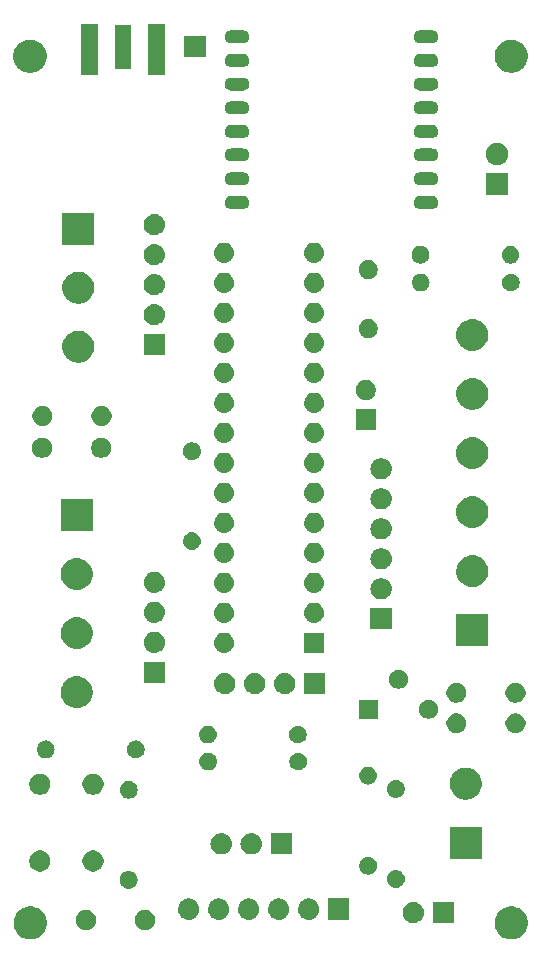
<source format=gbr>
%TF.GenerationSoftware,KiCad,Pcbnew,5.0.2-bee76a0~70~ubuntu18.04.1*%
%TF.CreationDate,2021-01-16T21:03:51-05:00*%
%TF.ProjectId,dippy,64697070-792e-46b6-9963-61645f706362,rev?*%
%TF.SameCoordinates,Original*%
%TF.FileFunction,Soldermask,Top*%
%TF.FilePolarity,Negative*%
%FSLAX46Y46*%
G04 Gerber Fmt 4.6, Leading zero omitted, Abs format (unit mm)*
G04 Created by KiCad (PCBNEW 5.0.2-bee76a0~70~ubuntu18.04.1) date Sat 16 Jan 2021 09:03:51 PM EST*
%MOMM*%
%LPD*%
G01*
G04 APERTURE LIST*
%ADD10C,0.100000*%
G04 APERTURE END LIST*
D10*
G36*
X-87481567Y-73234893D02*
X-87391343Y-73252839D01*
X-87285733Y-73296585D01*
X-87136379Y-73358449D01*
X-86906911Y-73511774D01*
X-86711774Y-73706911D01*
X-86558449Y-73936379D01*
X-86505096Y-74065185D01*
X-86458457Y-74177779D01*
X-86452839Y-74191344D01*
X-86399000Y-74462012D01*
X-86399000Y-74737988D01*
X-86434893Y-74918433D01*
X-86452839Y-75008657D01*
X-86453816Y-75011015D01*
X-86558449Y-75263621D01*
X-86711774Y-75493089D01*
X-86906911Y-75688226D01*
X-87136379Y-75841551D01*
X-87285733Y-75903415D01*
X-87391343Y-75947161D01*
X-87481567Y-75965107D01*
X-87662012Y-76001000D01*
X-87937988Y-76001000D01*
X-88118433Y-75965107D01*
X-88208657Y-75947161D01*
X-88314267Y-75903415D01*
X-88463621Y-75841551D01*
X-88693089Y-75688226D01*
X-88888226Y-75493089D01*
X-89041551Y-75263621D01*
X-89146184Y-75011015D01*
X-89147161Y-75008657D01*
X-89165107Y-74918433D01*
X-89201000Y-74737988D01*
X-89201000Y-74462012D01*
X-89147161Y-74191344D01*
X-89141542Y-74177779D01*
X-89094904Y-74065185D01*
X-89041551Y-73936379D01*
X-88888226Y-73706911D01*
X-88693089Y-73511774D01*
X-88463621Y-73358449D01*
X-88314267Y-73296585D01*
X-88208657Y-73252839D01*
X-88118433Y-73234893D01*
X-87937988Y-73199000D01*
X-87662012Y-73199000D01*
X-87481567Y-73234893D01*
X-87481567Y-73234893D01*
G37*
G36*
X-128206567Y-73234893D02*
X-128116343Y-73252839D01*
X-128010733Y-73296585D01*
X-127861379Y-73358449D01*
X-127631911Y-73511774D01*
X-127436774Y-73706911D01*
X-127283449Y-73936379D01*
X-127230096Y-74065185D01*
X-127183457Y-74177779D01*
X-127177839Y-74191344D01*
X-127124000Y-74462012D01*
X-127124000Y-74737988D01*
X-127159893Y-74918433D01*
X-127177839Y-75008657D01*
X-127178816Y-75011015D01*
X-127283449Y-75263621D01*
X-127436774Y-75493089D01*
X-127631911Y-75688226D01*
X-127861379Y-75841551D01*
X-128010733Y-75903415D01*
X-128116343Y-75947161D01*
X-128206567Y-75965107D01*
X-128387012Y-76001000D01*
X-128662988Y-76001000D01*
X-128843433Y-75965107D01*
X-128933657Y-75947161D01*
X-129039267Y-75903415D01*
X-129188621Y-75841551D01*
X-129418089Y-75688226D01*
X-129613226Y-75493089D01*
X-129766551Y-75263621D01*
X-129871184Y-75011015D01*
X-129872161Y-75008657D01*
X-129890107Y-74918433D01*
X-129926000Y-74737988D01*
X-129926000Y-74462012D01*
X-129872161Y-74191344D01*
X-129866542Y-74177779D01*
X-129819904Y-74065185D01*
X-129766551Y-73936379D01*
X-129613226Y-73706911D01*
X-129418089Y-73511774D01*
X-129188621Y-73358449D01*
X-129039267Y-73296585D01*
X-128933657Y-73252839D01*
X-128843433Y-73234893D01*
X-128662988Y-73199000D01*
X-128387012Y-73199000D01*
X-128206567Y-73234893D01*
X-128206567Y-73234893D01*
G37*
G36*
X-123576772Y-73531703D02*
X-123421900Y-73595853D01*
X-123282519Y-73688985D01*
X-123163985Y-73807519D01*
X-123070853Y-73946900D01*
X-123006703Y-74101772D01*
X-122974000Y-74266184D01*
X-122974000Y-74433816D01*
X-123006703Y-74598228D01*
X-123070853Y-74753100D01*
X-123163985Y-74892481D01*
X-123282519Y-75011015D01*
X-123421900Y-75104147D01*
X-123576772Y-75168297D01*
X-123741184Y-75201000D01*
X-123908816Y-75201000D01*
X-124073228Y-75168297D01*
X-124228100Y-75104147D01*
X-124367481Y-75011015D01*
X-124486015Y-74892481D01*
X-124579147Y-74753100D01*
X-124643297Y-74598228D01*
X-124676000Y-74433816D01*
X-124676000Y-74266184D01*
X-124643297Y-74101772D01*
X-124579147Y-73946900D01*
X-124486015Y-73807519D01*
X-124367481Y-73688985D01*
X-124228100Y-73595853D01*
X-124073228Y-73531703D01*
X-123908816Y-73499000D01*
X-123741184Y-73499000D01*
X-123576772Y-73531703D01*
X-123576772Y-73531703D01*
G37*
G36*
X-118576772Y-73531703D02*
X-118421900Y-73595853D01*
X-118282519Y-73688985D01*
X-118163985Y-73807519D01*
X-118070853Y-73946900D01*
X-118006703Y-74101772D01*
X-117974000Y-74266184D01*
X-117974000Y-74433816D01*
X-118006703Y-74598228D01*
X-118070853Y-74753100D01*
X-118163985Y-74892481D01*
X-118282519Y-75011015D01*
X-118421900Y-75104147D01*
X-118576772Y-75168297D01*
X-118741184Y-75201000D01*
X-118908816Y-75201000D01*
X-119073228Y-75168297D01*
X-119228100Y-75104147D01*
X-119367481Y-75011015D01*
X-119486015Y-74892481D01*
X-119579147Y-74753100D01*
X-119643297Y-74598228D01*
X-119676000Y-74433816D01*
X-119676000Y-74266184D01*
X-119643297Y-74101772D01*
X-119579147Y-73946900D01*
X-119486015Y-73807519D01*
X-119367481Y-73688985D01*
X-119228100Y-73595853D01*
X-119073228Y-73531703D01*
X-118908816Y-73499000D01*
X-118741184Y-73499000D01*
X-118576772Y-73531703D01*
X-118576772Y-73531703D01*
G37*
G36*
X-92665000Y-74620000D02*
X-94467000Y-74620000D01*
X-94467000Y-72818000D01*
X-92665000Y-72818000D01*
X-92665000Y-74620000D01*
X-92665000Y-74620000D01*
G37*
G36*
X-95995558Y-72824518D02*
X-95929373Y-72831037D01*
X-95816147Y-72865384D01*
X-95759533Y-72882557D01*
X-95685725Y-72922009D01*
X-95603009Y-72966222D01*
X-95567271Y-72995552D01*
X-95465814Y-73078814D01*
X-95382552Y-73180271D01*
X-95353222Y-73216009D01*
X-95353221Y-73216011D01*
X-95269557Y-73372533D01*
X-95269557Y-73372534D01*
X-95218037Y-73542373D01*
X-95200641Y-73719000D01*
X-95218037Y-73895627D01*
X-95252384Y-74008853D01*
X-95269557Y-74065467D01*
X-95288963Y-74101772D01*
X-95353222Y-74221991D01*
X-95382552Y-74257729D01*
X-95465814Y-74359186D01*
X-95556752Y-74433816D01*
X-95603009Y-74471778D01*
X-95603011Y-74471779D01*
X-95759533Y-74555443D01*
X-95816147Y-74572616D01*
X-95929373Y-74606963D01*
X-95995557Y-74613481D01*
X-96061740Y-74620000D01*
X-96150260Y-74620000D01*
X-96216443Y-74613481D01*
X-96282627Y-74606963D01*
X-96395853Y-74572616D01*
X-96452467Y-74555443D01*
X-96608989Y-74471779D01*
X-96608991Y-74471778D01*
X-96655248Y-74433816D01*
X-96746186Y-74359186D01*
X-96829448Y-74257729D01*
X-96858778Y-74221991D01*
X-96923037Y-74101772D01*
X-96942443Y-74065467D01*
X-96959616Y-74008853D01*
X-96993963Y-73895627D01*
X-97011359Y-73719000D01*
X-96993963Y-73542373D01*
X-96942443Y-73372534D01*
X-96942443Y-73372533D01*
X-96858779Y-73216011D01*
X-96858778Y-73216009D01*
X-96829448Y-73180271D01*
X-96746186Y-73078814D01*
X-96644729Y-72995552D01*
X-96608991Y-72966222D01*
X-96526275Y-72922009D01*
X-96452467Y-72882557D01*
X-96395853Y-72865384D01*
X-96282627Y-72831037D01*
X-96216442Y-72824518D01*
X-96150260Y-72818000D01*
X-96061740Y-72818000D01*
X-95995558Y-72824518D01*
X-95995558Y-72824518D01*
G37*
G36*
X-115014557Y-72530519D02*
X-114948373Y-72537037D01*
X-114835147Y-72571384D01*
X-114778533Y-72588557D01*
X-114639913Y-72662652D01*
X-114622009Y-72672222D01*
X-114586271Y-72701552D01*
X-114484814Y-72784814D01*
X-114404600Y-72882557D01*
X-114372222Y-72922009D01*
X-114372221Y-72922011D01*
X-114288557Y-73078533D01*
X-114271384Y-73135147D01*
X-114237037Y-73248373D01*
X-114219641Y-73425000D01*
X-114237037Y-73601627D01*
X-114268975Y-73706914D01*
X-114288557Y-73771467D01*
X-114354922Y-73895625D01*
X-114372222Y-73927991D01*
X-114401552Y-73963729D01*
X-114484814Y-74065186D01*
X-114586271Y-74148448D01*
X-114622009Y-74177778D01*
X-114622011Y-74177779D01*
X-114778533Y-74261443D01*
X-114835147Y-74278616D01*
X-114948373Y-74312963D01*
X-115014558Y-74319482D01*
X-115080740Y-74326000D01*
X-115169260Y-74326000D01*
X-115235442Y-74319482D01*
X-115301627Y-74312963D01*
X-115414853Y-74278616D01*
X-115471467Y-74261443D01*
X-115627989Y-74177779D01*
X-115627991Y-74177778D01*
X-115663729Y-74148448D01*
X-115765186Y-74065186D01*
X-115848448Y-73963729D01*
X-115877778Y-73927991D01*
X-115895078Y-73895625D01*
X-115961443Y-73771467D01*
X-115981025Y-73706914D01*
X-116012963Y-73601627D01*
X-116030359Y-73425000D01*
X-116012963Y-73248373D01*
X-115978616Y-73135147D01*
X-115961443Y-73078533D01*
X-115877779Y-72922011D01*
X-115877778Y-72922009D01*
X-115845400Y-72882557D01*
X-115765186Y-72784814D01*
X-115663729Y-72701552D01*
X-115627991Y-72672222D01*
X-115610087Y-72662652D01*
X-115471467Y-72588557D01*
X-115414853Y-72571384D01*
X-115301627Y-72537037D01*
X-115235443Y-72530519D01*
X-115169260Y-72524000D01*
X-115080740Y-72524000D01*
X-115014557Y-72530519D01*
X-115014557Y-72530519D01*
G37*
G36*
X-109934557Y-72530519D02*
X-109868373Y-72537037D01*
X-109755147Y-72571384D01*
X-109698533Y-72588557D01*
X-109559913Y-72662652D01*
X-109542009Y-72672222D01*
X-109506271Y-72701552D01*
X-109404814Y-72784814D01*
X-109324600Y-72882557D01*
X-109292222Y-72922009D01*
X-109292221Y-72922011D01*
X-109208557Y-73078533D01*
X-109191384Y-73135147D01*
X-109157037Y-73248373D01*
X-109139641Y-73425000D01*
X-109157037Y-73601627D01*
X-109188975Y-73706914D01*
X-109208557Y-73771467D01*
X-109274922Y-73895625D01*
X-109292222Y-73927991D01*
X-109321552Y-73963729D01*
X-109404814Y-74065186D01*
X-109506271Y-74148448D01*
X-109542009Y-74177778D01*
X-109542011Y-74177779D01*
X-109698533Y-74261443D01*
X-109755147Y-74278616D01*
X-109868373Y-74312963D01*
X-109934558Y-74319482D01*
X-110000740Y-74326000D01*
X-110089260Y-74326000D01*
X-110155442Y-74319482D01*
X-110221627Y-74312963D01*
X-110334853Y-74278616D01*
X-110391467Y-74261443D01*
X-110547989Y-74177779D01*
X-110547991Y-74177778D01*
X-110583729Y-74148448D01*
X-110685186Y-74065186D01*
X-110768448Y-73963729D01*
X-110797778Y-73927991D01*
X-110815078Y-73895625D01*
X-110881443Y-73771467D01*
X-110901025Y-73706914D01*
X-110932963Y-73601627D01*
X-110950359Y-73425000D01*
X-110932963Y-73248373D01*
X-110898616Y-73135147D01*
X-110881443Y-73078533D01*
X-110797779Y-72922011D01*
X-110797778Y-72922009D01*
X-110765400Y-72882557D01*
X-110685186Y-72784814D01*
X-110583729Y-72701552D01*
X-110547991Y-72672222D01*
X-110530087Y-72662652D01*
X-110391467Y-72588557D01*
X-110334853Y-72571384D01*
X-110221627Y-72537037D01*
X-110155443Y-72530519D01*
X-110089260Y-72524000D01*
X-110000740Y-72524000D01*
X-109934557Y-72530519D01*
X-109934557Y-72530519D01*
G37*
G36*
X-107394557Y-72530519D02*
X-107328373Y-72537037D01*
X-107215147Y-72571384D01*
X-107158533Y-72588557D01*
X-107019913Y-72662652D01*
X-107002009Y-72672222D01*
X-106966271Y-72701552D01*
X-106864814Y-72784814D01*
X-106784600Y-72882557D01*
X-106752222Y-72922009D01*
X-106752221Y-72922011D01*
X-106668557Y-73078533D01*
X-106651384Y-73135147D01*
X-106617037Y-73248373D01*
X-106599641Y-73425000D01*
X-106617037Y-73601627D01*
X-106648975Y-73706914D01*
X-106668557Y-73771467D01*
X-106734922Y-73895625D01*
X-106752222Y-73927991D01*
X-106781552Y-73963729D01*
X-106864814Y-74065186D01*
X-106966271Y-74148448D01*
X-107002009Y-74177778D01*
X-107002011Y-74177779D01*
X-107158533Y-74261443D01*
X-107215147Y-74278616D01*
X-107328373Y-74312963D01*
X-107394558Y-74319482D01*
X-107460740Y-74326000D01*
X-107549260Y-74326000D01*
X-107615442Y-74319482D01*
X-107681627Y-74312963D01*
X-107794853Y-74278616D01*
X-107851467Y-74261443D01*
X-108007989Y-74177779D01*
X-108007991Y-74177778D01*
X-108043729Y-74148448D01*
X-108145186Y-74065186D01*
X-108228448Y-73963729D01*
X-108257778Y-73927991D01*
X-108275078Y-73895625D01*
X-108341443Y-73771467D01*
X-108361025Y-73706914D01*
X-108392963Y-73601627D01*
X-108410359Y-73425000D01*
X-108392963Y-73248373D01*
X-108358616Y-73135147D01*
X-108341443Y-73078533D01*
X-108257779Y-72922011D01*
X-108257778Y-72922009D01*
X-108225400Y-72882557D01*
X-108145186Y-72784814D01*
X-108043729Y-72701552D01*
X-108007991Y-72672222D01*
X-107990087Y-72662652D01*
X-107851467Y-72588557D01*
X-107794853Y-72571384D01*
X-107681627Y-72537037D01*
X-107615443Y-72530519D01*
X-107549260Y-72524000D01*
X-107460740Y-72524000D01*
X-107394557Y-72530519D01*
X-107394557Y-72530519D01*
G37*
G36*
X-112474557Y-72530519D02*
X-112408373Y-72537037D01*
X-112295147Y-72571384D01*
X-112238533Y-72588557D01*
X-112099913Y-72662652D01*
X-112082009Y-72672222D01*
X-112046271Y-72701552D01*
X-111944814Y-72784814D01*
X-111864600Y-72882557D01*
X-111832222Y-72922009D01*
X-111832221Y-72922011D01*
X-111748557Y-73078533D01*
X-111731384Y-73135147D01*
X-111697037Y-73248373D01*
X-111679641Y-73425000D01*
X-111697037Y-73601627D01*
X-111728975Y-73706914D01*
X-111748557Y-73771467D01*
X-111814922Y-73895625D01*
X-111832222Y-73927991D01*
X-111861552Y-73963729D01*
X-111944814Y-74065186D01*
X-112046271Y-74148448D01*
X-112082009Y-74177778D01*
X-112082011Y-74177779D01*
X-112238533Y-74261443D01*
X-112295147Y-74278616D01*
X-112408373Y-74312963D01*
X-112474558Y-74319482D01*
X-112540740Y-74326000D01*
X-112629260Y-74326000D01*
X-112695442Y-74319482D01*
X-112761627Y-74312963D01*
X-112874853Y-74278616D01*
X-112931467Y-74261443D01*
X-113087989Y-74177779D01*
X-113087991Y-74177778D01*
X-113123729Y-74148448D01*
X-113225186Y-74065186D01*
X-113308448Y-73963729D01*
X-113337778Y-73927991D01*
X-113355078Y-73895625D01*
X-113421443Y-73771467D01*
X-113441025Y-73706914D01*
X-113472963Y-73601627D01*
X-113490359Y-73425000D01*
X-113472963Y-73248373D01*
X-113438616Y-73135147D01*
X-113421443Y-73078533D01*
X-113337779Y-72922011D01*
X-113337778Y-72922009D01*
X-113305400Y-72882557D01*
X-113225186Y-72784814D01*
X-113123729Y-72701552D01*
X-113087991Y-72672222D01*
X-113070087Y-72662652D01*
X-112931467Y-72588557D01*
X-112874853Y-72571384D01*
X-112761627Y-72537037D01*
X-112695443Y-72530519D01*
X-112629260Y-72524000D01*
X-112540740Y-72524000D01*
X-112474557Y-72530519D01*
X-112474557Y-72530519D01*
G37*
G36*
X-104854557Y-72530519D02*
X-104788373Y-72537037D01*
X-104675147Y-72571384D01*
X-104618533Y-72588557D01*
X-104479913Y-72662652D01*
X-104462009Y-72672222D01*
X-104426271Y-72701552D01*
X-104324814Y-72784814D01*
X-104244600Y-72882557D01*
X-104212222Y-72922009D01*
X-104212221Y-72922011D01*
X-104128557Y-73078533D01*
X-104111384Y-73135147D01*
X-104077037Y-73248373D01*
X-104059641Y-73425000D01*
X-104077037Y-73601627D01*
X-104108975Y-73706914D01*
X-104128557Y-73771467D01*
X-104194922Y-73895625D01*
X-104212222Y-73927991D01*
X-104241552Y-73963729D01*
X-104324814Y-74065186D01*
X-104426271Y-74148448D01*
X-104462009Y-74177778D01*
X-104462011Y-74177779D01*
X-104618533Y-74261443D01*
X-104675147Y-74278616D01*
X-104788373Y-74312963D01*
X-104854558Y-74319482D01*
X-104920740Y-74326000D01*
X-105009260Y-74326000D01*
X-105075442Y-74319482D01*
X-105141627Y-74312963D01*
X-105254853Y-74278616D01*
X-105311467Y-74261443D01*
X-105467989Y-74177779D01*
X-105467991Y-74177778D01*
X-105503729Y-74148448D01*
X-105605186Y-74065186D01*
X-105688448Y-73963729D01*
X-105717778Y-73927991D01*
X-105735078Y-73895625D01*
X-105801443Y-73771467D01*
X-105821025Y-73706914D01*
X-105852963Y-73601627D01*
X-105870359Y-73425000D01*
X-105852963Y-73248373D01*
X-105818616Y-73135147D01*
X-105801443Y-73078533D01*
X-105717779Y-72922011D01*
X-105717778Y-72922009D01*
X-105685400Y-72882557D01*
X-105605186Y-72784814D01*
X-105503729Y-72701552D01*
X-105467991Y-72672222D01*
X-105450087Y-72662652D01*
X-105311467Y-72588557D01*
X-105254853Y-72571384D01*
X-105141627Y-72537037D01*
X-105075443Y-72530519D01*
X-105009260Y-72524000D01*
X-104920740Y-72524000D01*
X-104854557Y-72530519D01*
X-104854557Y-72530519D01*
G37*
G36*
X-101524000Y-74326000D02*
X-103326000Y-74326000D01*
X-103326000Y-72524000D01*
X-101524000Y-72524000D01*
X-101524000Y-74326000D01*
X-101524000Y-74326000D01*
G37*
G36*
X-120126335Y-70197622D02*
X-120052778Y-70204867D01*
X-119911214Y-70247810D01*
X-119780748Y-70317546D01*
X-119666394Y-70411394D01*
X-119572546Y-70525748D01*
X-119502810Y-70656214D01*
X-119459867Y-70797778D01*
X-119445367Y-70945000D01*
X-119459867Y-71092222D01*
X-119502810Y-71233786D01*
X-119572546Y-71364252D01*
X-119666394Y-71478606D01*
X-119780748Y-71572454D01*
X-119911214Y-71642190D01*
X-120052778Y-71685133D01*
X-120126335Y-71692378D01*
X-120163112Y-71696000D01*
X-120236888Y-71696000D01*
X-120273665Y-71692378D01*
X-120347222Y-71685133D01*
X-120488786Y-71642190D01*
X-120619252Y-71572454D01*
X-120733606Y-71478606D01*
X-120827454Y-71364252D01*
X-120897190Y-71233786D01*
X-120940133Y-71092222D01*
X-120954633Y-70945000D01*
X-120940133Y-70797778D01*
X-120897190Y-70656214D01*
X-120827454Y-70525748D01*
X-120733606Y-70411394D01*
X-120619252Y-70317546D01*
X-120488786Y-70247810D01*
X-120347222Y-70204867D01*
X-120273665Y-70197622D01*
X-120236888Y-70194000D01*
X-120163112Y-70194000D01*
X-120126335Y-70197622D01*
X-120126335Y-70197622D01*
G37*
G36*
X-97506335Y-70122622D02*
X-97432778Y-70129867D01*
X-97291214Y-70172810D01*
X-97160748Y-70242546D01*
X-97046394Y-70336394D01*
X-96952546Y-70450748D01*
X-96882810Y-70581214D01*
X-96839867Y-70722778D01*
X-96825367Y-70870000D01*
X-96839867Y-71017222D01*
X-96882810Y-71158786D01*
X-96952546Y-71289252D01*
X-97046394Y-71403606D01*
X-97160748Y-71497454D01*
X-97291214Y-71567190D01*
X-97432778Y-71610133D01*
X-97506335Y-71617378D01*
X-97543112Y-71621000D01*
X-97616888Y-71621000D01*
X-97653665Y-71617378D01*
X-97727222Y-71610133D01*
X-97868786Y-71567190D01*
X-97999252Y-71497454D01*
X-98113606Y-71403606D01*
X-98207454Y-71289252D01*
X-98277190Y-71158786D01*
X-98320133Y-71017222D01*
X-98334633Y-70870000D01*
X-98320133Y-70722778D01*
X-98277190Y-70581214D01*
X-98207454Y-70450748D01*
X-98113606Y-70336394D01*
X-97999252Y-70242546D01*
X-97868786Y-70172810D01*
X-97727222Y-70129867D01*
X-97653665Y-70122622D01*
X-97616888Y-70119000D01*
X-97543112Y-70119000D01*
X-97506335Y-70122622D01*
X-97506335Y-70122622D01*
G37*
G36*
X-99797996Y-69010544D02*
X-99710941Y-69027860D01*
X-99574268Y-69084472D01*
X-99574267Y-69084473D01*
X-99451262Y-69166662D01*
X-99346662Y-69271262D01*
X-99346660Y-69271265D01*
X-99264472Y-69394268D01*
X-99207860Y-69530941D01*
X-99179000Y-69676033D01*
X-99179000Y-69823967D01*
X-99207860Y-69969059D01*
X-99264472Y-70105732D01*
X-99339070Y-70217376D01*
X-99346662Y-70228738D01*
X-99451262Y-70333338D01*
X-99451265Y-70333340D01*
X-99574268Y-70415528D01*
X-99710941Y-70472140D01*
X-99797996Y-70489456D01*
X-99856031Y-70501000D01*
X-100003969Y-70501000D01*
X-100062004Y-70489456D01*
X-100149059Y-70472140D01*
X-100285732Y-70415528D01*
X-100408735Y-70333340D01*
X-100408738Y-70333338D01*
X-100513338Y-70228738D01*
X-100520930Y-70217376D01*
X-100595528Y-70105732D01*
X-100652140Y-69969059D01*
X-100681000Y-69823967D01*
X-100681000Y-69676033D01*
X-100652140Y-69530941D01*
X-100595528Y-69394268D01*
X-100513340Y-69271265D01*
X-100513338Y-69271262D01*
X-100408738Y-69166662D01*
X-100285733Y-69084473D01*
X-100285732Y-69084472D01*
X-100149059Y-69027860D01*
X-100062004Y-69010544D01*
X-100003969Y-68999000D01*
X-99856031Y-68999000D01*
X-99797996Y-69010544D01*
X-99797996Y-69010544D01*
G37*
G36*
X-127457188Y-68484624D02*
X-127293216Y-68552544D01*
X-127145646Y-68651147D01*
X-127020147Y-68776646D01*
X-126921544Y-68924216D01*
X-126853624Y-69088188D01*
X-126819000Y-69262259D01*
X-126819000Y-69439741D01*
X-126853624Y-69613812D01*
X-126921544Y-69777784D01*
X-127020147Y-69925354D01*
X-127145646Y-70050853D01*
X-127293216Y-70149456D01*
X-127457188Y-70217376D01*
X-127631259Y-70252000D01*
X-127808741Y-70252000D01*
X-127982812Y-70217376D01*
X-128146784Y-70149456D01*
X-128294354Y-70050853D01*
X-128419853Y-69925354D01*
X-128518456Y-69777784D01*
X-128586376Y-69613812D01*
X-128621000Y-69439741D01*
X-128621000Y-69262259D01*
X-128586376Y-69088188D01*
X-128518456Y-68924216D01*
X-128419853Y-68776646D01*
X-128294354Y-68651147D01*
X-128146784Y-68552544D01*
X-127982812Y-68484624D01*
X-127808741Y-68450000D01*
X-127631259Y-68450000D01*
X-127457188Y-68484624D01*
X-127457188Y-68484624D01*
G37*
G36*
X-122957188Y-68484624D02*
X-122793216Y-68552544D01*
X-122645646Y-68651147D01*
X-122520147Y-68776646D01*
X-122421544Y-68924216D01*
X-122353624Y-69088188D01*
X-122319000Y-69262259D01*
X-122319000Y-69439741D01*
X-122353624Y-69613812D01*
X-122421544Y-69777784D01*
X-122520147Y-69925354D01*
X-122645646Y-70050853D01*
X-122793216Y-70149456D01*
X-122957188Y-70217376D01*
X-123131259Y-70252000D01*
X-123308741Y-70252000D01*
X-123482812Y-70217376D01*
X-123646784Y-70149456D01*
X-123794354Y-70050853D01*
X-123919853Y-69925354D01*
X-124018456Y-69777784D01*
X-124086376Y-69613812D01*
X-124121000Y-69439741D01*
X-124121000Y-69262259D01*
X-124086376Y-69088188D01*
X-124018456Y-68924216D01*
X-123919853Y-68776646D01*
X-123794354Y-68651147D01*
X-123646784Y-68552544D01*
X-123482812Y-68484624D01*
X-123308741Y-68450000D01*
X-123131259Y-68450000D01*
X-122957188Y-68484624D01*
X-122957188Y-68484624D01*
G37*
G36*
X-90309000Y-69151000D02*
X-93011000Y-69151000D01*
X-93011000Y-66449000D01*
X-90309000Y-66449000D01*
X-90309000Y-69151000D01*
X-90309000Y-69151000D01*
G37*
G36*
X-109715557Y-67002519D02*
X-109649373Y-67009037D01*
X-109536147Y-67043384D01*
X-109479533Y-67060557D01*
X-109340913Y-67134652D01*
X-109323009Y-67144222D01*
X-109287271Y-67173552D01*
X-109185814Y-67256814D01*
X-109102552Y-67358271D01*
X-109073222Y-67394009D01*
X-109073221Y-67394011D01*
X-108989557Y-67550533D01*
X-108989557Y-67550534D01*
X-108938037Y-67720373D01*
X-108920641Y-67897000D01*
X-108938037Y-68073627D01*
X-108972384Y-68186853D01*
X-108989557Y-68243467D01*
X-109063652Y-68382087D01*
X-109073222Y-68399991D01*
X-109102552Y-68435729D01*
X-109185814Y-68537186D01*
X-109287271Y-68620448D01*
X-109323009Y-68649778D01*
X-109323011Y-68649779D01*
X-109479533Y-68733443D01*
X-109536147Y-68750616D01*
X-109649373Y-68784963D01*
X-109715557Y-68791481D01*
X-109781740Y-68798000D01*
X-109870260Y-68798000D01*
X-109936443Y-68791481D01*
X-110002627Y-68784963D01*
X-110115853Y-68750616D01*
X-110172467Y-68733443D01*
X-110328989Y-68649779D01*
X-110328991Y-68649778D01*
X-110364729Y-68620448D01*
X-110466186Y-68537186D01*
X-110549448Y-68435729D01*
X-110578778Y-68399991D01*
X-110588348Y-68382087D01*
X-110662443Y-68243467D01*
X-110679616Y-68186853D01*
X-110713963Y-68073627D01*
X-110731359Y-67897000D01*
X-110713963Y-67720373D01*
X-110662443Y-67550534D01*
X-110662443Y-67550533D01*
X-110578779Y-67394011D01*
X-110578778Y-67394009D01*
X-110549448Y-67358271D01*
X-110466186Y-67256814D01*
X-110364729Y-67173552D01*
X-110328991Y-67144222D01*
X-110311087Y-67134652D01*
X-110172467Y-67060557D01*
X-110115853Y-67043384D01*
X-110002627Y-67009037D01*
X-109936443Y-67002519D01*
X-109870260Y-66996000D01*
X-109781740Y-66996000D01*
X-109715557Y-67002519D01*
X-109715557Y-67002519D01*
G37*
G36*
X-112255557Y-67002519D02*
X-112189373Y-67009037D01*
X-112076147Y-67043384D01*
X-112019533Y-67060557D01*
X-111880913Y-67134652D01*
X-111863009Y-67144222D01*
X-111827271Y-67173552D01*
X-111725814Y-67256814D01*
X-111642552Y-67358271D01*
X-111613222Y-67394009D01*
X-111613221Y-67394011D01*
X-111529557Y-67550533D01*
X-111529557Y-67550534D01*
X-111478037Y-67720373D01*
X-111460641Y-67897000D01*
X-111478037Y-68073627D01*
X-111512384Y-68186853D01*
X-111529557Y-68243467D01*
X-111603652Y-68382087D01*
X-111613222Y-68399991D01*
X-111642552Y-68435729D01*
X-111725814Y-68537186D01*
X-111827271Y-68620448D01*
X-111863009Y-68649778D01*
X-111863011Y-68649779D01*
X-112019533Y-68733443D01*
X-112076147Y-68750616D01*
X-112189373Y-68784963D01*
X-112255557Y-68791481D01*
X-112321740Y-68798000D01*
X-112410260Y-68798000D01*
X-112476443Y-68791481D01*
X-112542627Y-68784963D01*
X-112655853Y-68750616D01*
X-112712467Y-68733443D01*
X-112868989Y-68649779D01*
X-112868991Y-68649778D01*
X-112904729Y-68620448D01*
X-113006186Y-68537186D01*
X-113089448Y-68435729D01*
X-113118778Y-68399991D01*
X-113128348Y-68382087D01*
X-113202443Y-68243467D01*
X-113219616Y-68186853D01*
X-113253963Y-68073627D01*
X-113271359Y-67897000D01*
X-113253963Y-67720373D01*
X-113202443Y-67550534D01*
X-113202443Y-67550533D01*
X-113118779Y-67394011D01*
X-113118778Y-67394009D01*
X-113089448Y-67358271D01*
X-113006186Y-67256814D01*
X-112904729Y-67173552D01*
X-112868991Y-67144222D01*
X-112851087Y-67134652D01*
X-112712467Y-67060557D01*
X-112655853Y-67043384D01*
X-112542627Y-67009037D01*
X-112476443Y-67002519D01*
X-112410260Y-66996000D01*
X-112321740Y-66996000D01*
X-112255557Y-67002519D01*
X-112255557Y-67002519D01*
G37*
G36*
X-106385000Y-68798000D02*
X-108187000Y-68798000D01*
X-108187000Y-66996000D01*
X-106385000Y-66996000D01*
X-106385000Y-68798000D01*
X-106385000Y-68798000D01*
G37*
G36*
X-91478645Y-61458606D02*
X-91265928Y-61500918D01*
X-91020061Y-61602759D01*
X-90799536Y-61750110D01*
X-90798785Y-61750612D01*
X-90610612Y-61938785D01*
X-90610610Y-61938788D01*
X-90462759Y-62160061D01*
X-90360918Y-62405928D01*
X-90357280Y-62424216D01*
X-90309000Y-62666937D01*
X-90309000Y-62933063D01*
X-90316202Y-62969268D01*
X-90360918Y-63194072D01*
X-90462759Y-63439939D01*
X-90573540Y-63605733D01*
X-90610612Y-63661215D01*
X-90798785Y-63849388D01*
X-90798788Y-63849390D01*
X-91020061Y-63997241D01*
X-91265928Y-64099082D01*
X-91396433Y-64125041D01*
X-91526937Y-64151000D01*
X-91793063Y-64151000D01*
X-91923567Y-64125041D01*
X-92054072Y-64099082D01*
X-92299939Y-63997241D01*
X-92521212Y-63849390D01*
X-92521215Y-63849388D01*
X-92709388Y-63661215D01*
X-92746460Y-63605733D01*
X-92857241Y-63439939D01*
X-92959082Y-63194072D01*
X-93003798Y-62969268D01*
X-93011000Y-62933063D01*
X-93011000Y-62666937D01*
X-92962720Y-62424216D01*
X-92959082Y-62405928D01*
X-92857241Y-62160061D01*
X-92709390Y-61938788D01*
X-92709388Y-61938785D01*
X-92521215Y-61750612D01*
X-92520464Y-61750110D01*
X-92299939Y-61602759D01*
X-92054072Y-61500918D01*
X-91841355Y-61458606D01*
X-91793063Y-61449000D01*
X-91526937Y-61449000D01*
X-91478645Y-61458606D01*
X-91478645Y-61458606D01*
G37*
G36*
X-120067996Y-62585544D02*
X-119980941Y-62602860D01*
X-119844268Y-62659472D01*
X-119722921Y-62740554D01*
X-119721262Y-62741662D01*
X-119616662Y-62846262D01*
X-119616660Y-62846265D01*
X-119534472Y-62969268D01*
X-119477860Y-63105941D01*
X-119463919Y-63176031D01*
X-119449000Y-63251031D01*
X-119449000Y-63398969D01*
X-119454249Y-63425357D01*
X-119477860Y-63544059D01*
X-119534472Y-63680732D01*
X-119534473Y-63680733D01*
X-119616662Y-63803738D01*
X-119721262Y-63908338D01*
X-119721265Y-63908340D01*
X-119844268Y-63990528D01*
X-119980941Y-64047140D01*
X-120067996Y-64064456D01*
X-120126031Y-64076000D01*
X-120273969Y-64076000D01*
X-120332004Y-64064456D01*
X-120419059Y-64047140D01*
X-120555732Y-63990528D01*
X-120678735Y-63908340D01*
X-120678738Y-63908338D01*
X-120783338Y-63803738D01*
X-120865527Y-63680733D01*
X-120865528Y-63680732D01*
X-120922140Y-63544059D01*
X-120945751Y-63425357D01*
X-120951000Y-63398969D01*
X-120951000Y-63251031D01*
X-120936081Y-63176031D01*
X-120922140Y-63105941D01*
X-120865528Y-62969268D01*
X-120783340Y-62846265D01*
X-120783338Y-62846262D01*
X-120678738Y-62741662D01*
X-120677079Y-62740554D01*
X-120555732Y-62659472D01*
X-120419059Y-62602860D01*
X-120332004Y-62585544D01*
X-120273969Y-62574000D01*
X-120126031Y-62574000D01*
X-120067996Y-62585544D01*
X-120067996Y-62585544D01*
G37*
G36*
X-97447996Y-62510544D02*
X-97360941Y-62527860D01*
X-97224268Y-62584472D01*
X-97112023Y-62659472D01*
X-97101262Y-62666662D01*
X-96996662Y-62771262D01*
X-96996660Y-62771265D01*
X-96914472Y-62894268D01*
X-96857860Y-63030941D01*
X-96829000Y-63176033D01*
X-96829000Y-63323967D01*
X-96857860Y-63469059D01*
X-96914472Y-63605732D01*
X-96989070Y-63717376D01*
X-96996662Y-63728738D01*
X-97101262Y-63833338D01*
X-97101265Y-63833340D01*
X-97224268Y-63915528D01*
X-97360941Y-63972140D01*
X-97447996Y-63989456D01*
X-97506031Y-64001000D01*
X-97653969Y-64001000D01*
X-97712004Y-63989456D01*
X-97799059Y-63972140D01*
X-97935732Y-63915528D01*
X-98058735Y-63833340D01*
X-98058738Y-63833338D01*
X-98163338Y-63728738D01*
X-98170930Y-63717376D01*
X-98245528Y-63605732D01*
X-98302140Y-63469059D01*
X-98331000Y-63323967D01*
X-98331000Y-63176033D01*
X-98302140Y-63030941D01*
X-98245528Y-62894268D01*
X-98163340Y-62771265D01*
X-98163338Y-62771262D01*
X-98058738Y-62666662D01*
X-98047977Y-62659472D01*
X-97935732Y-62584472D01*
X-97799059Y-62527860D01*
X-97712004Y-62510544D01*
X-97653969Y-62499000D01*
X-97506031Y-62499000D01*
X-97447996Y-62510544D01*
X-97447996Y-62510544D01*
G37*
G36*
X-127457188Y-61984624D02*
X-127293216Y-62052544D01*
X-127145646Y-62151147D01*
X-127020147Y-62276646D01*
X-126921544Y-62424216D01*
X-126853624Y-62588188D01*
X-126819000Y-62762259D01*
X-126819000Y-62939741D01*
X-126853624Y-63113812D01*
X-126921544Y-63277784D01*
X-127020147Y-63425354D01*
X-127145646Y-63550853D01*
X-127293216Y-63649456D01*
X-127457188Y-63717376D01*
X-127631259Y-63752000D01*
X-127808741Y-63752000D01*
X-127982812Y-63717376D01*
X-128146784Y-63649456D01*
X-128294354Y-63550853D01*
X-128419853Y-63425354D01*
X-128518456Y-63277784D01*
X-128586376Y-63113812D01*
X-128621000Y-62939741D01*
X-128621000Y-62762259D01*
X-128586376Y-62588188D01*
X-128518456Y-62424216D01*
X-128419853Y-62276646D01*
X-128294354Y-62151147D01*
X-128146784Y-62052544D01*
X-127982812Y-61984624D01*
X-127808741Y-61950000D01*
X-127631259Y-61950000D01*
X-127457188Y-61984624D01*
X-127457188Y-61984624D01*
G37*
G36*
X-122957188Y-61984624D02*
X-122793216Y-62052544D01*
X-122645646Y-62151147D01*
X-122520147Y-62276646D01*
X-122421544Y-62424216D01*
X-122353624Y-62588188D01*
X-122319000Y-62762259D01*
X-122319000Y-62939741D01*
X-122353624Y-63113812D01*
X-122421544Y-63277784D01*
X-122520147Y-63425354D01*
X-122645646Y-63550853D01*
X-122793216Y-63649456D01*
X-122957188Y-63717376D01*
X-123131259Y-63752000D01*
X-123308741Y-63752000D01*
X-123482812Y-63717376D01*
X-123646784Y-63649456D01*
X-123794354Y-63550853D01*
X-123919853Y-63425354D01*
X-124018456Y-63277784D01*
X-124086376Y-63113812D01*
X-124121000Y-62939741D01*
X-124121000Y-62762259D01*
X-124086376Y-62588188D01*
X-124018456Y-62424216D01*
X-123919853Y-62276646D01*
X-123794354Y-62151147D01*
X-123646784Y-62052544D01*
X-123482812Y-61984624D01*
X-123308741Y-61950000D01*
X-123131259Y-61950000D01*
X-122957188Y-61984624D01*
X-122957188Y-61984624D01*
G37*
G36*
X-99856335Y-61382622D02*
X-99782778Y-61389867D01*
X-99641214Y-61432810D01*
X-99510748Y-61502546D01*
X-99396394Y-61596394D01*
X-99302546Y-61710748D01*
X-99232810Y-61841214D01*
X-99189867Y-61982778D01*
X-99175367Y-62130000D01*
X-99189867Y-62277222D01*
X-99232810Y-62418786D01*
X-99302546Y-62549252D01*
X-99396394Y-62663606D01*
X-99510748Y-62757454D01*
X-99641214Y-62827190D01*
X-99782778Y-62870133D01*
X-99856335Y-62877378D01*
X-99893112Y-62881000D01*
X-99966888Y-62881000D01*
X-100003665Y-62877378D01*
X-100077222Y-62870133D01*
X-100218786Y-62827190D01*
X-100349252Y-62757454D01*
X-100463606Y-62663606D01*
X-100557454Y-62549252D01*
X-100627190Y-62418786D01*
X-100670133Y-62277222D01*
X-100684633Y-62130000D01*
X-100670133Y-61982778D01*
X-100627190Y-61841214D01*
X-100557454Y-61710748D01*
X-100463606Y-61596394D01*
X-100349252Y-61502546D01*
X-100218786Y-61432810D01*
X-100077222Y-61389867D01*
X-100003665Y-61382622D01*
X-99966888Y-61379000D01*
X-99893112Y-61379000D01*
X-99856335Y-61382622D01*
X-99856335Y-61382622D01*
G37*
G36*
X-105721400Y-60184867D02*
X-105630941Y-60202860D01*
X-105494268Y-60259472D01*
X-105372921Y-60340554D01*
X-105371262Y-60341662D01*
X-105266662Y-60446262D01*
X-105266660Y-60446265D01*
X-105184472Y-60569268D01*
X-105127860Y-60705941D01*
X-105099000Y-60851033D01*
X-105099000Y-60998967D01*
X-105127860Y-61144059D01*
X-105184472Y-61280732D01*
X-105250133Y-61379000D01*
X-105266662Y-61403738D01*
X-105371262Y-61508338D01*
X-105371265Y-61508340D01*
X-105494268Y-61590528D01*
X-105630941Y-61647140D01*
X-105717996Y-61664456D01*
X-105776031Y-61676000D01*
X-105923969Y-61676000D01*
X-105982004Y-61664456D01*
X-106069059Y-61647140D01*
X-106205732Y-61590528D01*
X-106328735Y-61508340D01*
X-106328738Y-61508338D01*
X-106433338Y-61403738D01*
X-106449867Y-61379000D01*
X-106515528Y-61280732D01*
X-106572140Y-61144059D01*
X-106601000Y-60998967D01*
X-106601000Y-60851033D01*
X-106572140Y-60705941D01*
X-106515528Y-60569268D01*
X-106433340Y-60446265D01*
X-106433338Y-60446262D01*
X-106328738Y-60341662D01*
X-106327079Y-60340554D01*
X-106205732Y-60259472D01*
X-106069059Y-60202860D01*
X-105978600Y-60184867D01*
X-105923969Y-60174000D01*
X-105776031Y-60174000D01*
X-105721400Y-60184867D01*
X-105721400Y-60184867D01*
G37*
G36*
X-113396335Y-60177622D02*
X-113322778Y-60184867D01*
X-113181214Y-60227810D01*
X-113050748Y-60297546D01*
X-112936394Y-60391394D01*
X-112842546Y-60505748D01*
X-112772810Y-60636214D01*
X-112729867Y-60777778D01*
X-112715367Y-60925000D01*
X-112729867Y-61072222D01*
X-112772810Y-61213786D01*
X-112842546Y-61344252D01*
X-112936394Y-61458606D01*
X-113050748Y-61552454D01*
X-113181214Y-61622190D01*
X-113322778Y-61665133D01*
X-113396335Y-61672378D01*
X-113433112Y-61676000D01*
X-113506888Y-61676000D01*
X-113543665Y-61672378D01*
X-113617222Y-61665133D01*
X-113758786Y-61622190D01*
X-113889252Y-61552454D01*
X-114003606Y-61458606D01*
X-114097454Y-61344252D01*
X-114167190Y-61213786D01*
X-114210133Y-61072222D01*
X-114224633Y-60925000D01*
X-114210133Y-60777778D01*
X-114167190Y-60636214D01*
X-114097454Y-60505748D01*
X-114003606Y-60391394D01*
X-113889252Y-60297546D01*
X-113758786Y-60227810D01*
X-113617222Y-60184867D01*
X-113543665Y-60177622D01*
X-113506888Y-60174000D01*
X-113433112Y-60174000D01*
X-113396335Y-60177622D01*
X-113396335Y-60177622D01*
G37*
G36*
X-127146335Y-59152622D02*
X-127072778Y-59159867D01*
X-126931214Y-59202810D01*
X-126800748Y-59272546D01*
X-126686394Y-59366394D01*
X-126592546Y-59480748D01*
X-126522810Y-59611214D01*
X-126479867Y-59752778D01*
X-126465367Y-59900000D01*
X-126479867Y-60047222D01*
X-126522810Y-60188786D01*
X-126592546Y-60319252D01*
X-126686394Y-60433606D01*
X-126800748Y-60527454D01*
X-126931214Y-60597190D01*
X-127072778Y-60640133D01*
X-127146335Y-60647378D01*
X-127183112Y-60651000D01*
X-127256888Y-60651000D01*
X-127293665Y-60647378D01*
X-127367222Y-60640133D01*
X-127508786Y-60597190D01*
X-127639252Y-60527454D01*
X-127753606Y-60433606D01*
X-127847454Y-60319252D01*
X-127917190Y-60188786D01*
X-127960133Y-60047222D01*
X-127974633Y-59900000D01*
X-127960133Y-59752778D01*
X-127917190Y-59611214D01*
X-127847454Y-59480748D01*
X-127753606Y-59366394D01*
X-127639252Y-59272546D01*
X-127508786Y-59202810D01*
X-127367222Y-59159867D01*
X-127293665Y-59152622D01*
X-127256888Y-59149000D01*
X-127183112Y-59149000D01*
X-127146335Y-59152622D01*
X-127146335Y-59152622D01*
G37*
G36*
X-119471400Y-59159867D02*
X-119380941Y-59177860D01*
X-119244268Y-59234472D01*
X-119179941Y-59277454D01*
X-119121262Y-59316662D01*
X-119016662Y-59421262D01*
X-119016660Y-59421265D01*
X-118934472Y-59544268D01*
X-118877860Y-59680941D01*
X-118849000Y-59826033D01*
X-118849000Y-59973967D01*
X-118877860Y-60119059D01*
X-118934472Y-60255732D01*
X-118991887Y-60341660D01*
X-119016662Y-60378738D01*
X-119121262Y-60483338D01*
X-119121265Y-60483340D01*
X-119244268Y-60565528D01*
X-119380941Y-60622140D01*
X-119467996Y-60639456D01*
X-119526031Y-60651000D01*
X-119673969Y-60651000D01*
X-119732004Y-60639456D01*
X-119819059Y-60622140D01*
X-119955732Y-60565528D01*
X-120078735Y-60483340D01*
X-120078738Y-60483338D01*
X-120183338Y-60378738D01*
X-120208113Y-60341660D01*
X-120265528Y-60255732D01*
X-120322140Y-60119059D01*
X-120351000Y-59973967D01*
X-120351000Y-59826033D01*
X-120322140Y-59680941D01*
X-120265528Y-59544268D01*
X-120183340Y-59421265D01*
X-120183338Y-59421262D01*
X-120078738Y-59316662D01*
X-120020059Y-59277454D01*
X-119955732Y-59234472D01*
X-119819059Y-59177860D01*
X-119728600Y-59159867D01*
X-119673969Y-59149000D01*
X-119526031Y-59149000D01*
X-119471400Y-59159867D01*
X-119471400Y-59159867D01*
G37*
G36*
X-113421335Y-57902622D02*
X-113347778Y-57909867D01*
X-113206214Y-57952810D01*
X-113075748Y-58022546D01*
X-112961394Y-58116394D01*
X-112867546Y-58230748D01*
X-112797810Y-58361214D01*
X-112754867Y-58502778D01*
X-112740367Y-58650000D01*
X-112754867Y-58797222D01*
X-112797810Y-58938786D01*
X-112867546Y-59069252D01*
X-112961394Y-59183606D01*
X-113075748Y-59277454D01*
X-113206214Y-59347190D01*
X-113347778Y-59390133D01*
X-113421335Y-59397378D01*
X-113458112Y-59401000D01*
X-113531888Y-59401000D01*
X-113568665Y-59397378D01*
X-113642222Y-59390133D01*
X-113783786Y-59347190D01*
X-113914252Y-59277454D01*
X-114028606Y-59183606D01*
X-114122454Y-59069252D01*
X-114192190Y-58938786D01*
X-114235133Y-58797222D01*
X-114249633Y-58650000D01*
X-114235133Y-58502778D01*
X-114192190Y-58361214D01*
X-114122454Y-58230748D01*
X-114028606Y-58116394D01*
X-113914252Y-58022546D01*
X-113783786Y-57952810D01*
X-113642222Y-57909867D01*
X-113568665Y-57902622D01*
X-113531888Y-57899000D01*
X-113458112Y-57899000D01*
X-113421335Y-57902622D01*
X-113421335Y-57902622D01*
G37*
G36*
X-105746400Y-57909867D02*
X-105655941Y-57927860D01*
X-105519268Y-57984472D01*
X-105462285Y-58022547D01*
X-105396262Y-58066662D01*
X-105291662Y-58171262D01*
X-105291660Y-58171265D01*
X-105209472Y-58294268D01*
X-105152860Y-58430941D01*
X-105124000Y-58576033D01*
X-105124000Y-58723967D01*
X-105152860Y-58869059D01*
X-105209472Y-59005732D01*
X-105290554Y-59127079D01*
X-105291662Y-59128738D01*
X-105396262Y-59233338D01*
X-105396265Y-59233340D01*
X-105519268Y-59315528D01*
X-105655941Y-59372140D01*
X-105742996Y-59389456D01*
X-105801031Y-59401000D01*
X-105948969Y-59401000D01*
X-106007004Y-59389456D01*
X-106094059Y-59372140D01*
X-106230732Y-59315528D01*
X-106353735Y-59233340D01*
X-106353738Y-59233338D01*
X-106458338Y-59128738D01*
X-106459446Y-59127079D01*
X-106540528Y-59005732D01*
X-106597140Y-58869059D01*
X-106626000Y-58723967D01*
X-106626000Y-58576033D01*
X-106597140Y-58430941D01*
X-106540528Y-58294268D01*
X-106458340Y-58171265D01*
X-106458338Y-58171262D01*
X-106353738Y-58066662D01*
X-106287715Y-58022547D01*
X-106230732Y-57984472D01*
X-106094059Y-57927860D01*
X-106003600Y-57909867D01*
X-105948969Y-57899000D01*
X-105801031Y-57899000D01*
X-105746400Y-57909867D01*
X-105746400Y-57909867D01*
G37*
G36*
X-87201772Y-56881703D02*
X-87046900Y-56945853D01*
X-86907519Y-57038985D01*
X-86788985Y-57157519D01*
X-86695853Y-57296900D01*
X-86631703Y-57451772D01*
X-86599000Y-57616184D01*
X-86599000Y-57783816D01*
X-86631703Y-57948228D01*
X-86695853Y-58103100D01*
X-86788985Y-58242481D01*
X-86907519Y-58361015D01*
X-87046900Y-58454147D01*
X-87201772Y-58518297D01*
X-87366184Y-58551000D01*
X-87533816Y-58551000D01*
X-87698228Y-58518297D01*
X-87853100Y-58454147D01*
X-87992481Y-58361015D01*
X-88111015Y-58242481D01*
X-88204147Y-58103100D01*
X-88268297Y-57948228D01*
X-88301000Y-57783816D01*
X-88301000Y-57616184D01*
X-88268297Y-57451772D01*
X-88204147Y-57296900D01*
X-88111015Y-57157519D01*
X-87992481Y-57038985D01*
X-87853100Y-56945853D01*
X-87698228Y-56881703D01*
X-87533816Y-56849000D01*
X-87366184Y-56849000D01*
X-87201772Y-56881703D01*
X-87201772Y-56881703D01*
G37*
G36*
X-92201772Y-56881703D02*
X-92046900Y-56945853D01*
X-91907519Y-57038985D01*
X-91788985Y-57157519D01*
X-91695853Y-57296900D01*
X-91631703Y-57451772D01*
X-91599000Y-57616184D01*
X-91599000Y-57783816D01*
X-91631703Y-57948228D01*
X-91695853Y-58103100D01*
X-91788985Y-58242481D01*
X-91907519Y-58361015D01*
X-92046900Y-58454147D01*
X-92201772Y-58518297D01*
X-92366184Y-58551000D01*
X-92533816Y-58551000D01*
X-92698228Y-58518297D01*
X-92853100Y-58454147D01*
X-92992481Y-58361015D01*
X-93111015Y-58242481D01*
X-93204147Y-58103100D01*
X-93268297Y-57948228D01*
X-93301000Y-57783816D01*
X-93301000Y-57616184D01*
X-93268297Y-57451772D01*
X-93204147Y-57296900D01*
X-93111015Y-57157519D01*
X-92992481Y-57038985D01*
X-92853100Y-56945853D01*
X-92698228Y-56881703D01*
X-92533816Y-56849000D01*
X-92366184Y-56849000D01*
X-92201772Y-56881703D01*
X-92201772Y-56881703D01*
G37*
G36*
X-94576357Y-55729781D02*
X-94430585Y-55790162D01*
X-94299389Y-55877824D01*
X-94187824Y-55989389D01*
X-94100162Y-56120585D01*
X-94039781Y-56266357D01*
X-94009000Y-56421107D01*
X-94009000Y-56578893D01*
X-94039781Y-56733643D01*
X-94100162Y-56879415D01*
X-94187824Y-57010611D01*
X-94299389Y-57122176D01*
X-94430585Y-57209838D01*
X-94576357Y-57270219D01*
X-94731107Y-57301000D01*
X-94888893Y-57301000D01*
X-95043643Y-57270219D01*
X-95189415Y-57209838D01*
X-95320611Y-57122176D01*
X-95432176Y-57010611D01*
X-95519838Y-56879415D01*
X-95580219Y-56733643D01*
X-95611000Y-56578893D01*
X-95611000Y-56421107D01*
X-95580219Y-56266357D01*
X-95519838Y-56120585D01*
X-95432176Y-55989389D01*
X-95320611Y-55877824D01*
X-95189415Y-55790162D01*
X-95043643Y-55729781D01*
X-94888893Y-55699000D01*
X-94731107Y-55699000D01*
X-94576357Y-55729781D01*
X-94576357Y-55729781D01*
G37*
G36*
X-99089000Y-57301000D02*
X-100691000Y-57301000D01*
X-100691000Y-55699000D01*
X-99089000Y-55699000D01*
X-99089000Y-57301000D01*
X-99089000Y-57301000D01*
G37*
G36*
X-124379678Y-53726357D02*
X-124205928Y-53760918D01*
X-123960061Y-53862759D01*
X-123786793Y-53978534D01*
X-123738785Y-54010612D01*
X-123550612Y-54198785D01*
X-123550610Y-54198788D01*
X-123402759Y-54420061D01*
X-123300918Y-54665928D01*
X-123299816Y-54671467D01*
X-123249000Y-54926937D01*
X-123249000Y-55193063D01*
X-123255552Y-55226000D01*
X-123300918Y-55454072D01*
X-123402759Y-55699939D01*
X-123512480Y-55864147D01*
X-123550612Y-55921215D01*
X-123738785Y-56109388D01*
X-123738788Y-56109390D01*
X-123960061Y-56257241D01*
X-124205928Y-56359082D01*
X-124336433Y-56385041D01*
X-124466937Y-56411000D01*
X-124733063Y-56411000D01*
X-124863567Y-56385041D01*
X-124994072Y-56359082D01*
X-125239939Y-56257241D01*
X-125461212Y-56109390D01*
X-125461215Y-56109388D01*
X-125649388Y-55921215D01*
X-125687520Y-55864147D01*
X-125797241Y-55699939D01*
X-125899082Y-55454072D01*
X-125944448Y-55226000D01*
X-125951000Y-55193063D01*
X-125951000Y-54926937D01*
X-125900184Y-54671467D01*
X-125899082Y-54665928D01*
X-125797241Y-54420061D01*
X-125649390Y-54198788D01*
X-125649388Y-54198785D01*
X-125461215Y-54010612D01*
X-125413207Y-53978534D01*
X-125239939Y-53862759D01*
X-124994072Y-53760918D01*
X-124820322Y-53726357D01*
X-124733063Y-53709000D01*
X-124466937Y-53709000D01*
X-124379678Y-53726357D01*
X-124379678Y-53726357D01*
G37*
G36*
X-92201772Y-54291703D02*
X-92046900Y-54355853D01*
X-91907519Y-54448985D01*
X-91788985Y-54567519D01*
X-91695853Y-54706900D01*
X-91631703Y-54861772D01*
X-91599000Y-55026184D01*
X-91599000Y-55193816D01*
X-91631703Y-55358228D01*
X-91695853Y-55513100D01*
X-91788985Y-55652481D01*
X-91907519Y-55771015D01*
X-92046900Y-55864147D01*
X-92201772Y-55928297D01*
X-92366184Y-55961000D01*
X-92533816Y-55961000D01*
X-92698228Y-55928297D01*
X-92853100Y-55864147D01*
X-92992481Y-55771015D01*
X-93111015Y-55652481D01*
X-93204147Y-55513100D01*
X-93268297Y-55358228D01*
X-93301000Y-55193816D01*
X-93301000Y-55026184D01*
X-93268297Y-54861772D01*
X-93204147Y-54706900D01*
X-93111015Y-54567519D01*
X-92992481Y-54448985D01*
X-92853100Y-54355853D01*
X-92698228Y-54291703D01*
X-92533816Y-54259000D01*
X-92366184Y-54259000D01*
X-92201772Y-54291703D01*
X-92201772Y-54291703D01*
G37*
G36*
X-87201772Y-54291703D02*
X-87046900Y-54355853D01*
X-86907519Y-54448985D01*
X-86788985Y-54567519D01*
X-86695853Y-54706900D01*
X-86631703Y-54861772D01*
X-86599000Y-55026184D01*
X-86599000Y-55193816D01*
X-86631703Y-55358228D01*
X-86695853Y-55513100D01*
X-86788985Y-55652481D01*
X-86907519Y-55771015D01*
X-87046900Y-55864147D01*
X-87201772Y-55928297D01*
X-87366184Y-55961000D01*
X-87533816Y-55961000D01*
X-87698228Y-55928297D01*
X-87853100Y-55864147D01*
X-87992481Y-55771015D01*
X-88111015Y-55652481D01*
X-88204147Y-55513100D01*
X-88268297Y-55358228D01*
X-88301000Y-55193816D01*
X-88301000Y-55026184D01*
X-88268297Y-54861772D01*
X-88204147Y-54706900D01*
X-88111015Y-54567519D01*
X-87992481Y-54448985D01*
X-87853100Y-54355853D01*
X-87698228Y-54291703D01*
X-87533816Y-54259000D01*
X-87366184Y-54259000D01*
X-87201772Y-54291703D01*
X-87201772Y-54291703D01*
G37*
G36*
X-109419558Y-53430518D02*
X-109353373Y-53437037D01*
X-109240147Y-53471384D01*
X-109183533Y-53488557D01*
X-109044913Y-53562652D01*
X-109027009Y-53572222D01*
X-109016819Y-53580585D01*
X-108889814Y-53684814D01*
X-108827358Y-53760918D01*
X-108777222Y-53822009D01*
X-108777221Y-53822011D01*
X-108693557Y-53978533D01*
X-108693557Y-53978534D01*
X-108642037Y-54148373D01*
X-108624641Y-54325000D01*
X-108642037Y-54501627D01*
X-108662025Y-54567519D01*
X-108693557Y-54671467D01*
X-108712497Y-54706900D01*
X-108777222Y-54827991D01*
X-108804946Y-54861772D01*
X-108889814Y-54965186D01*
X-108991271Y-55048448D01*
X-109027009Y-55077778D01*
X-109027011Y-55077779D01*
X-109183533Y-55161443D01*
X-109240147Y-55178616D01*
X-109353373Y-55212963D01*
X-109419558Y-55219482D01*
X-109485740Y-55226000D01*
X-109574260Y-55226000D01*
X-109640442Y-55219482D01*
X-109706627Y-55212963D01*
X-109819853Y-55178616D01*
X-109876467Y-55161443D01*
X-110032989Y-55077779D01*
X-110032991Y-55077778D01*
X-110068729Y-55048448D01*
X-110170186Y-54965186D01*
X-110255054Y-54861772D01*
X-110282778Y-54827991D01*
X-110347503Y-54706900D01*
X-110366443Y-54671467D01*
X-110397975Y-54567519D01*
X-110417963Y-54501627D01*
X-110435359Y-54325000D01*
X-110417963Y-54148373D01*
X-110366443Y-53978534D01*
X-110366443Y-53978533D01*
X-110282779Y-53822011D01*
X-110282778Y-53822009D01*
X-110232642Y-53760918D01*
X-110170186Y-53684814D01*
X-110043181Y-53580585D01*
X-110032991Y-53572222D01*
X-110015087Y-53562652D01*
X-109876467Y-53488557D01*
X-109819853Y-53471384D01*
X-109706627Y-53437037D01*
X-109640442Y-53430518D01*
X-109574260Y-53424000D01*
X-109485740Y-53424000D01*
X-109419558Y-53430518D01*
X-109419558Y-53430518D01*
G37*
G36*
X-106879558Y-53430518D02*
X-106813373Y-53437037D01*
X-106700147Y-53471384D01*
X-106643533Y-53488557D01*
X-106504913Y-53562652D01*
X-106487009Y-53572222D01*
X-106476819Y-53580585D01*
X-106349814Y-53684814D01*
X-106287358Y-53760918D01*
X-106237222Y-53822009D01*
X-106237221Y-53822011D01*
X-106153557Y-53978533D01*
X-106153557Y-53978534D01*
X-106102037Y-54148373D01*
X-106084641Y-54325000D01*
X-106102037Y-54501627D01*
X-106122025Y-54567519D01*
X-106153557Y-54671467D01*
X-106172497Y-54706900D01*
X-106237222Y-54827991D01*
X-106264946Y-54861772D01*
X-106349814Y-54965186D01*
X-106451271Y-55048448D01*
X-106487009Y-55077778D01*
X-106487011Y-55077779D01*
X-106643533Y-55161443D01*
X-106700147Y-55178616D01*
X-106813373Y-55212963D01*
X-106879558Y-55219482D01*
X-106945740Y-55226000D01*
X-107034260Y-55226000D01*
X-107100442Y-55219482D01*
X-107166627Y-55212963D01*
X-107279853Y-55178616D01*
X-107336467Y-55161443D01*
X-107492989Y-55077779D01*
X-107492991Y-55077778D01*
X-107528729Y-55048448D01*
X-107630186Y-54965186D01*
X-107715054Y-54861772D01*
X-107742778Y-54827991D01*
X-107807503Y-54706900D01*
X-107826443Y-54671467D01*
X-107857975Y-54567519D01*
X-107877963Y-54501627D01*
X-107895359Y-54325000D01*
X-107877963Y-54148373D01*
X-107826443Y-53978534D01*
X-107826443Y-53978533D01*
X-107742779Y-53822011D01*
X-107742778Y-53822009D01*
X-107692642Y-53760918D01*
X-107630186Y-53684814D01*
X-107503181Y-53580585D01*
X-107492991Y-53572222D01*
X-107475087Y-53562652D01*
X-107336467Y-53488557D01*
X-107279853Y-53471384D01*
X-107166627Y-53437037D01*
X-107100442Y-53430518D01*
X-107034260Y-53424000D01*
X-106945740Y-53424000D01*
X-106879558Y-53430518D01*
X-106879558Y-53430518D01*
G37*
G36*
X-103549000Y-55226000D02*
X-105351000Y-55226000D01*
X-105351000Y-53424000D01*
X-103549000Y-53424000D01*
X-103549000Y-55226000D01*
X-103549000Y-55226000D01*
G37*
G36*
X-111959558Y-53430518D02*
X-111893373Y-53437037D01*
X-111780147Y-53471384D01*
X-111723533Y-53488557D01*
X-111584913Y-53562652D01*
X-111567009Y-53572222D01*
X-111556819Y-53580585D01*
X-111429814Y-53684814D01*
X-111367358Y-53760918D01*
X-111317222Y-53822009D01*
X-111317221Y-53822011D01*
X-111233557Y-53978533D01*
X-111233557Y-53978534D01*
X-111182037Y-54148373D01*
X-111164641Y-54325000D01*
X-111182037Y-54501627D01*
X-111202025Y-54567519D01*
X-111233557Y-54671467D01*
X-111252497Y-54706900D01*
X-111317222Y-54827991D01*
X-111344946Y-54861772D01*
X-111429814Y-54965186D01*
X-111531271Y-55048448D01*
X-111567009Y-55077778D01*
X-111567011Y-55077779D01*
X-111723533Y-55161443D01*
X-111780147Y-55178616D01*
X-111893373Y-55212963D01*
X-111959558Y-55219482D01*
X-112025740Y-55226000D01*
X-112114260Y-55226000D01*
X-112180442Y-55219482D01*
X-112246627Y-55212963D01*
X-112359853Y-55178616D01*
X-112416467Y-55161443D01*
X-112572989Y-55077779D01*
X-112572991Y-55077778D01*
X-112608729Y-55048448D01*
X-112710186Y-54965186D01*
X-112795054Y-54861772D01*
X-112822778Y-54827991D01*
X-112887503Y-54706900D01*
X-112906443Y-54671467D01*
X-112937975Y-54567519D01*
X-112957963Y-54501627D01*
X-112975359Y-54325000D01*
X-112957963Y-54148373D01*
X-112906443Y-53978534D01*
X-112906443Y-53978533D01*
X-112822779Y-53822011D01*
X-112822778Y-53822009D01*
X-112772642Y-53760918D01*
X-112710186Y-53684814D01*
X-112583181Y-53580585D01*
X-112572991Y-53572222D01*
X-112555087Y-53562652D01*
X-112416467Y-53488557D01*
X-112359853Y-53471384D01*
X-112246627Y-53437037D01*
X-112180442Y-53430518D01*
X-112114260Y-53424000D01*
X-112025740Y-53424000D01*
X-111959558Y-53430518D01*
X-111959558Y-53430518D01*
G37*
G36*
X-97116357Y-53189781D02*
X-96970585Y-53250162D01*
X-96839389Y-53337824D01*
X-96727824Y-53449389D01*
X-96640162Y-53580585D01*
X-96579781Y-53726357D01*
X-96549000Y-53881107D01*
X-96549000Y-54038893D01*
X-96579781Y-54193643D01*
X-96640162Y-54339415D01*
X-96727824Y-54470611D01*
X-96839389Y-54582176D01*
X-96970585Y-54669838D01*
X-97116357Y-54730219D01*
X-97271107Y-54761000D01*
X-97428893Y-54761000D01*
X-97583643Y-54730219D01*
X-97729415Y-54669838D01*
X-97860611Y-54582176D01*
X-97972176Y-54470611D01*
X-98059838Y-54339415D01*
X-98120219Y-54193643D01*
X-98151000Y-54038893D01*
X-98151000Y-53881107D01*
X-98120219Y-53726357D01*
X-98059838Y-53580585D01*
X-97972176Y-53449389D01*
X-97860611Y-53337824D01*
X-97729415Y-53250162D01*
X-97583643Y-53189781D01*
X-97428893Y-53159000D01*
X-97271107Y-53159000D01*
X-97116357Y-53189781D01*
X-97116357Y-53189781D01*
G37*
G36*
X-117119000Y-54271000D02*
X-118921000Y-54271000D01*
X-118921000Y-52469000D01*
X-117119000Y-52469000D01*
X-117119000Y-54271000D01*
X-117119000Y-54271000D01*
G37*
G36*
X-117909558Y-49935518D02*
X-117843373Y-49942037D01*
X-117730147Y-49976384D01*
X-117673533Y-49993557D01*
X-117534913Y-50067652D01*
X-117517009Y-50077222D01*
X-117507560Y-50084977D01*
X-117379814Y-50189814D01*
X-117296552Y-50291271D01*
X-117267222Y-50327009D01*
X-117267221Y-50327011D01*
X-117183557Y-50483533D01*
X-117183557Y-50483534D01*
X-117132037Y-50653373D01*
X-117114641Y-50830000D01*
X-117132037Y-51006627D01*
X-117163209Y-51109388D01*
X-117183557Y-51176467D01*
X-117226732Y-51257241D01*
X-117267222Y-51332991D01*
X-117296552Y-51368729D01*
X-117379814Y-51470186D01*
X-117481271Y-51553448D01*
X-117517009Y-51582778D01*
X-117517011Y-51582779D01*
X-117673533Y-51666443D01*
X-117730147Y-51683616D01*
X-117843373Y-51717963D01*
X-117909557Y-51724481D01*
X-117975740Y-51731000D01*
X-118064260Y-51731000D01*
X-118130442Y-51724482D01*
X-118196627Y-51717963D01*
X-118309853Y-51683616D01*
X-118366467Y-51666443D01*
X-118522989Y-51582779D01*
X-118522991Y-51582778D01*
X-118558729Y-51553448D01*
X-118660186Y-51470186D01*
X-118743448Y-51368729D01*
X-118772778Y-51332991D01*
X-118813268Y-51257241D01*
X-118856443Y-51176467D01*
X-118876791Y-51109388D01*
X-118907963Y-51006627D01*
X-118925359Y-50830000D01*
X-118907963Y-50653373D01*
X-118856443Y-50483534D01*
X-118856443Y-50483533D01*
X-118772779Y-50327011D01*
X-118772778Y-50327009D01*
X-118743448Y-50291271D01*
X-118660186Y-50189814D01*
X-118532440Y-50084977D01*
X-118522991Y-50077222D01*
X-118505087Y-50067652D01*
X-118366467Y-49993557D01*
X-118309853Y-49976384D01*
X-118196627Y-49942037D01*
X-118130443Y-49935519D01*
X-118064260Y-49929000D01*
X-117975740Y-49929000D01*
X-117909558Y-49935518D01*
X-117909558Y-49935518D01*
G37*
G36*
X-111953179Y-50036313D02*
X-111953176Y-50036314D01*
X-111953175Y-50036314D01*
X-111792761Y-50084975D01*
X-111792759Y-50084976D01*
X-111792756Y-50084977D01*
X-111644922Y-50163995D01*
X-111515341Y-50270341D01*
X-111408995Y-50399922D01*
X-111329977Y-50547756D01*
X-111329976Y-50547759D01*
X-111329975Y-50547761D01*
X-111281314Y-50708175D01*
X-111281313Y-50708179D01*
X-111264883Y-50875000D01*
X-111281313Y-51041821D01*
X-111281314Y-51041824D01*
X-111281314Y-51041825D01*
X-111322157Y-51176467D01*
X-111329977Y-51202244D01*
X-111408995Y-51350078D01*
X-111515341Y-51479659D01*
X-111644922Y-51586005D01*
X-111792756Y-51665023D01*
X-111792759Y-51665024D01*
X-111792761Y-51665025D01*
X-111953175Y-51713686D01*
X-111953176Y-51713686D01*
X-111953179Y-51713687D01*
X-112078196Y-51726000D01*
X-112161804Y-51726000D01*
X-112286821Y-51713687D01*
X-112286824Y-51713686D01*
X-112286825Y-51713686D01*
X-112447239Y-51665025D01*
X-112447241Y-51665024D01*
X-112447244Y-51665023D01*
X-112595078Y-51586005D01*
X-112724659Y-51479659D01*
X-112831005Y-51350078D01*
X-112910023Y-51202244D01*
X-112917842Y-51176467D01*
X-112958686Y-51041825D01*
X-112958686Y-51041824D01*
X-112958687Y-51041821D01*
X-112975117Y-50875000D01*
X-112958687Y-50708179D01*
X-112958686Y-50708175D01*
X-112910025Y-50547761D01*
X-112910024Y-50547759D01*
X-112910023Y-50547756D01*
X-112831005Y-50399922D01*
X-112724659Y-50270341D01*
X-112595078Y-50163995D01*
X-112447244Y-50084977D01*
X-112447241Y-50084976D01*
X-112447239Y-50084975D01*
X-112286825Y-50036314D01*
X-112286824Y-50036314D01*
X-112286821Y-50036313D01*
X-112161804Y-50024000D01*
X-112078196Y-50024000D01*
X-111953179Y-50036313D01*
X-111953179Y-50036313D01*
G37*
G36*
X-103649000Y-51726000D02*
X-105351000Y-51726000D01*
X-105351000Y-50024000D01*
X-103649000Y-50024000D01*
X-103649000Y-51726000D01*
X-103649000Y-51726000D01*
G37*
G36*
X-124336433Y-48734959D02*
X-124205928Y-48760918D01*
X-123960061Y-48862759D01*
X-123739536Y-49010110D01*
X-123738785Y-49010612D01*
X-123550612Y-49198785D01*
X-123550610Y-49198788D01*
X-123402759Y-49420061D01*
X-123300918Y-49665928D01*
X-123249000Y-49926938D01*
X-123249000Y-50193062D01*
X-123300918Y-50454072D01*
X-123402759Y-50699939D01*
X-123489664Y-50830000D01*
X-123550612Y-50921215D01*
X-123738785Y-51109388D01*
X-123738788Y-51109390D01*
X-123960061Y-51257241D01*
X-124205928Y-51359082D01*
X-124336433Y-51385041D01*
X-124466937Y-51411000D01*
X-124733063Y-51411000D01*
X-124863567Y-51385041D01*
X-124994072Y-51359082D01*
X-125239939Y-51257241D01*
X-125461212Y-51109390D01*
X-125461215Y-51109388D01*
X-125649388Y-50921215D01*
X-125710336Y-50830000D01*
X-125797241Y-50699939D01*
X-125899082Y-50454072D01*
X-125951000Y-50193062D01*
X-125951000Y-49926938D01*
X-125899082Y-49665928D01*
X-125797241Y-49420061D01*
X-125649390Y-49198788D01*
X-125649388Y-49198785D01*
X-125461215Y-49010612D01*
X-125460464Y-49010110D01*
X-125239939Y-48862759D01*
X-124994072Y-48760918D01*
X-124863567Y-48734959D01*
X-124733063Y-48709000D01*
X-124466937Y-48709000D01*
X-124336433Y-48734959D01*
X-124336433Y-48734959D01*
G37*
G36*
X-89759000Y-51161000D02*
X-92461000Y-51161000D01*
X-92461000Y-48459000D01*
X-89759000Y-48459000D01*
X-89759000Y-51161000D01*
X-89759000Y-51161000D01*
G37*
G36*
X-97929000Y-49741000D02*
X-99731000Y-49741000D01*
X-99731000Y-47939000D01*
X-97929000Y-47939000D01*
X-97929000Y-49741000D01*
X-97929000Y-49741000D01*
G37*
G36*
X-117909557Y-47395519D02*
X-117843373Y-47402037D01*
X-117730147Y-47436384D01*
X-117673533Y-47453557D01*
X-117534913Y-47527652D01*
X-117517009Y-47537222D01*
X-117507560Y-47544977D01*
X-117379814Y-47649814D01*
X-117296552Y-47751271D01*
X-117267222Y-47787009D01*
X-117267221Y-47787011D01*
X-117183557Y-47943533D01*
X-117183557Y-47943534D01*
X-117132037Y-48113373D01*
X-117114641Y-48290000D01*
X-117132037Y-48466627D01*
X-117166384Y-48579853D01*
X-117183557Y-48636467D01*
X-117250078Y-48760918D01*
X-117267222Y-48792991D01*
X-117281245Y-48810078D01*
X-117379814Y-48930186D01*
X-117477812Y-49010610D01*
X-117517009Y-49042778D01*
X-117517011Y-49042779D01*
X-117673533Y-49126443D01*
X-117730147Y-49143616D01*
X-117843373Y-49177963D01*
X-117909557Y-49184481D01*
X-117975740Y-49191000D01*
X-118064260Y-49191000D01*
X-118130442Y-49184482D01*
X-118196627Y-49177963D01*
X-118309853Y-49143616D01*
X-118366467Y-49126443D01*
X-118522989Y-49042779D01*
X-118522991Y-49042778D01*
X-118562188Y-49010610D01*
X-118660186Y-48930186D01*
X-118758755Y-48810078D01*
X-118772778Y-48792991D01*
X-118789922Y-48760918D01*
X-118856443Y-48636467D01*
X-118873616Y-48579853D01*
X-118907963Y-48466627D01*
X-118925359Y-48290000D01*
X-118907963Y-48113373D01*
X-118856443Y-47943534D01*
X-118856443Y-47943533D01*
X-118772779Y-47787011D01*
X-118772778Y-47787009D01*
X-118743448Y-47751271D01*
X-118660186Y-47649814D01*
X-118532440Y-47544977D01*
X-118522991Y-47537222D01*
X-118505087Y-47527652D01*
X-118366467Y-47453557D01*
X-118309853Y-47436384D01*
X-118196627Y-47402037D01*
X-118130443Y-47395519D01*
X-118064260Y-47389000D01*
X-117975740Y-47389000D01*
X-117909557Y-47395519D01*
X-117909557Y-47395519D01*
G37*
G36*
X-104333179Y-47496313D02*
X-104333176Y-47496314D01*
X-104333175Y-47496314D01*
X-104172761Y-47544975D01*
X-104172759Y-47544976D01*
X-104172756Y-47544977D01*
X-104024922Y-47623995D01*
X-103895341Y-47730341D01*
X-103788995Y-47859922D01*
X-103709977Y-48007756D01*
X-103709976Y-48007759D01*
X-103709975Y-48007761D01*
X-103661314Y-48168175D01*
X-103661313Y-48168179D01*
X-103644883Y-48335000D01*
X-103661313Y-48501821D01*
X-103661314Y-48501824D01*
X-103661314Y-48501825D01*
X-103702157Y-48636467D01*
X-103709977Y-48662244D01*
X-103788995Y-48810078D01*
X-103895341Y-48939659D01*
X-104024922Y-49046005D01*
X-104172756Y-49125023D01*
X-104172759Y-49125024D01*
X-104172761Y-49125025D01*
X-104333175Y-49173686D01*
X-104333176Y-49173686D01*
X-104333179Y-49173687D01*
X-104458196Y-49186000D01*
X-104541804Y-49186000D01*
X-104666821Y-49173687D01*
X-104666824Y-49173686D01*
X-104666825Y-49173686D01*
X-104827239Y-49125025D01*
X-104827241Y-49125024D01*
X-104827244Y-49125023D01*
X-104975078Y-49046005D01*
X-105104659Y-48939659D01*
X-105211005Y-48810078D01*
X-105290023Y-48662244D01*
X-105297842Y-48636467D01*
X-105338686Y-48501825D01*
X-105338686Y-48501824D01*
X-105338687Y-48501821D01*
X-105355117Y-48335000D01*
X-105338687Y-48168179D01*
X-105338686Y-48168175D01*
X-105290025Y-48007761D01*
X-105290024Y-48007759D01*
X-105290023Y-48007756D01*
X-105211005Y-47859922D01*
X-105104659Y-47730341D01*
X-104975078Y-47623995D01*
X-104827244Y-47544977D01*
X-104827241Y-47544976D01*
X-104827239Y-47544975D01*
X-104666825Y-47496314D01*
X-104666824Y-47496314D01*
X-104666821Y-47496313D01*
X-104541804Y-47484000D01*
X-104458196Y-47484000D01*
X-104333179Y-47496313D01*
X-104333179Y-47496313D01*
G37*
G36*
X-111953179Y-47496313D02*
X-111953176Y-47496314D01*
X-111953175Y-47496314D01*
X-111792761Y-47544975D01*
X-111792759Y-47544976D01*
X-111792756Y-47544977D01*
X-111644922Y-47623995D01*
X-111515341Y-47730341D01*
X-111408995Y-47859922D01*
X-111329977Y-48007756D01*
X-111329976Y-48007759D01*
X-111329975Y-48007761D01*
X-111281314Y-48168175D01*
X-111281313Y-48168179D01*
X-111264883Y-48335000D01*
X-111281313Y-48501821D01*
X-111281314Y-48501824D01*
X-111281314Y-48501825D01*
X-111322157Y-48636467D01*
X-111329977Y-48662244D01*
X-111408995Y-48810078D01*
X-111515341Y-48939659D01*
X-111644922Y-49046005D01*
X-111792756Y-49125023D01*
X-111792759Y-49125024D01*
X-111792761Y-49125025D01*
X-111953175Y-49173686D01*
X-111953176Y-49173686D01*
X-111953179Y-49173687D01*
X-112078196Y-49186000D01*
X-112161804Y-49186000D01*
X-112286821Y-49173687D01*
X-112286824Y-49173686D01*
X-112286825Y-49173686D01*
X-112447239Y-49125025D01*
X-112447241Y-49125024D01*
X-112447244Y-49125023D01*
X-112595078Y-49046005D01*
X-112724659Y-48939659D01*
X-112831005Y-48810078D01*
X-112910023Y-48662244D01*
X-112917842Y-48636467D01*
X-112958686Y-48501825D01*
X-112958686Y-48501824D01*
X-112958687Y-48501821D01*
X-112975117Y-48335000D01*
X-112958687Y-48168179D01*
X-112958686Y-48168175D01*
X-112910025Y-48007761D01*
X-112910024Y-48007759D01*
X-112910023Y-48007756D01*
X-112831005Y-47859922D01*
X-112724659Y-47730341D01*
X-112595078Y-47623995D01*
X-112447244Y-47544977D01*
X-112447241Y-47544976D01*
X-112447239Y-47544975D01*
X-112286825Y-47496314D01*
X-112286824Y-47496314D01*
X-112286821Y-47496313D01*
X-112161804Y-47484000D01*
X-112078196Y-47484000D01*
X-111953179Y-47496313D01*
X-111953179Y-47496313D01*
G37*
G36*
X-98719557Y-45405519D02*
X-98653373Y-45412037D01*
X-98540147Y-45446384D01*
X-98483533Y-45463557D01*
X-98344913Y-45537652D01*
X-98327009Y-45547222D01*
X-98295144Y-45573373D01*
X-98189814Y-45659814D01*
X-98106552Y-45761271D01*
X-98077222Y-45797009D01*
X-98077221Y-45797011D01*
X-97993557Y-45953533D01*
X-97993557Y-45953534D01*
X-97942037Y-46123373D01*
X-97924641Y-46300000D01*
X-97942037Y-46476627D01*
X-97950949Y-46506005D01*
X-97993557Y-46646467D01*
X-97995980Y-46651000D01*
X-98077222Y-46802991D01*
X-98106552Y-46838729D01*
X-98189814Y-46940186D01*
X-98291271Y-47023448D01*
X-98327009Y-47052778D01*
X-98327011Y-47052779D01*
X-98483533Y-47136443D01*
X-98540147Y-47153616D01*
X-98653373Y-47187963D01*
X-98719557Y-47194481D01*
X-98785740Y-47201000D01*
X-98874260Y-47201000D01*
X-98940443Y-47194481D01*
X-99006627Y-47187963D01*
X-99119853Y-47153616D01*
X-99176467Y-47136443D01*
X-99332989Y-47052779D01*
X-99332991Y-47052778D01*
X-99368729Y-47023448D01*
X-99470186Y-46940186D01*
X-99553448Y-46838729D01*
X-99582778Y-46802991D01*
X-99664020Y-46651000D01*
X-99666443Y-46646467D01*
X-99709051Y-46506005D01*
X-99717963Y-46476627D01*
X-99735359Y-46300000D01*
X-99717963Y-46123373D01*
X-99666443Y-45953534D01*
X-99666443Y-45953533D01*
X-99582779Y-45797011D01*
X-99582778Y-45797009D01*
X-99553448Y-45761271D01*
X-99470186Y-45659814D01*
X-99364856Y-45573373D01*
X-99332991Y-45547222D01*
X-99315087Y-45537652D01*
X-99176467Y-45463557D01*
X-99119853Y-45446384D01*
X-99006627Y-45412037D01*
X-98940443Y-45405519D01*
X-98874260Y-45399000D01*
X-98785740Y-45399000D01*
X-98719557Y-45405519D01*
X-98719557Y-45405519D01*
G37*
G36*
X-117909557Y-44855519D02*
X-117843373Y-44862037D01*
X-117730147Y-44896384D01*
X-117673533Y-44913557D01*
X-117534913Y-44987652D01*
X-117517009Y-44997222D01*
X-117507560Y-45004977D01*
X-117379814Y-45109814D01*
X-117302460Y-45204072D01*
X-117267222Y-45247009D01*
X-117267221Y-45247011D01*
X-117183557Y-45403533D01*
X-117169481Y-45449937D01*
X-117132037Y-45573373D01*
X-117114641Y-45750000D01*
X-117132037Y-45926627D01*
X-117156491Y-46007241D01*
X-117183557Y-46096467D01*
X-117197939Y-46123373D01*
X-117267222Y-46252991D01*
X-117270710Y-46257241D01*
X-117379814Y-46390186D01*
X-117481271Y-46473448D01*
X-117517009Y-46502778D01*
X-117517011Y-46502779D01*
X-117673533Y-46586443D01*
X-117730147Y-46603616D01*
X-117843373Y-46637963D01*
X-117909557Y-46644481D01*
X-117975740Y-46651000D01*
X-118064260Y-46651000D01*
X-118130443Y-46644481D01*
X-118196627Y-46637963D01*
X-118309853Y-46603616D01*
X-118366467Y-46586443D01*
X-118522989Y-46502779D01*
X-118522991Y-46502778D01*
X-118558729Y-46473448D01*
X-118660186Y-46390186D01*
X-118769290Y-46257241D01*
X-118772778Y-46252991D01*
X-118842061Y-46123373D01*
X-118856443Y-46096467D01*
X-118883509Y-46007241D01*
X-118907963Y-45926627D01*
X-118925359Y-45750000D01*
X-118907963Y-45573373D01*
X-118870519Y-45449937D01*
X-118856443Y-45403533D01*
X-118772779Y-45247011D01*
X-118772778Y-45247009D01*
X-118737540Y-45204072D01*
X-118660186Y-45109814D01*
X-118532440Y-45004977D01*
X-118522991Y-44997222D01*
X-118505087Y-44987652D01*
X-118366467Y-44913557D01*
X-118309853Y-44896384D01*
X-118196627Y-44862037D01*
X-118130443Y-44855519D01*
X-118064260Y-44849000D01*
X-117975740Y-44849000D01*
X-117909557Y-44855519D01*
X-117909557Y-44855519D01*
G37*
G36*
X-111953179Y-44956313D02*
X-111953176Y-44956314D01*
X-111953175Y-44956314D01*
X-111792761Y-45004975D01*
X-111792759Y-45004976D01*
X-111792756Y-45004977D01*
X-111644922Y-45083995D01*
X-111515341Y-45190341D01*
X-111408995Y-45319922D01*
X-111329977Y-45467756D01*
X-111329976Y-45467759D01*
X-111329975Y-45467761D01*
X-111281314Y-45628175D01*
X-111281313Y-45628179D01*
X-111264883Y-45795000D01*
X-111281313Y-45961821D01*
X-111281314Y-45961824D01*
X-111281314Y-45961825D01*
X-111326077Y-46109390D01*
X-111329977Y-46122244D01*
X-111408995Y-46270078D01*
X-111515341Y-46399659D01*
X-111644922Y-46506005D01*
X-111792756Y-46585023D01*
X-111792759Y-46585024D01*
X-111792761Y-46585025D01*
X-111953175Y-46633686D01*
X-111953176Y-46633686D01*
X-111953179Y-46633687D01*
X-112078196Y-46646000D01*
X-112161804Y-46646000D01*
X-112286821Y-46633687D01*
X-112286824Y-46633686D01*
X-112286825Y-46633686D01*
X-112447239Y-46585025D01*
X-112447241Y-46585024D01*
X-112447244Y-46585023D01*
X-112595078Y-46506005D01*
X-112724659Y-46399659D01*
X-112831005Y-46270078D01*
X-112910023Y-46122244D01*
X-112913922Y-46109390D01*
X-112958686Y-45961825D01*
X-112958686Y-45961824D01*
X-112958687Y-45961821D01*
X-112975117Y-45795000D01*
X-112958687Y-45628179D01*
X-112958686Y-45628175D01*
X-112910025Y-45467761D01*
X-112910024Y-45467759D01*
X-112910023Y-45467756D01*
X-112831005Y-45319922D01*
X-112724659Y-45190341D01*
X-112595078Y-45083995D01*
X-112447244Y-45004977D01*
X-112447241Y-45004976D01*
X-112447239Y-45004975D01*
X-112286825Y-44956314D01*
X-112286824Y-44956314D01*
X-112286821Y-44956313D01*
X-112161804Y-44944000D01*
X-112078196Y-44944000D01*
X-111953179Y-44956313D01*
X-111953179Y-44956313D01*
G37*
G36*
X-104333179Y-44956313D02*
X-104333176Y-44956314D01*
X-104333175Y-44956314D01*
X-104172761Y-45004975D01*
X-104172759Y-45004976D01*
X-104172756Y-45004977D01*
X-104024922Y-45083995D01*
X-103895341Y-45190341D01*
X-103788995Y-45319922D01*
X-103709977Y-45467756D01*
X-103709976Y-45467759D01*
X-103709975Y-45467761D01*
X-103661314Y-45628175D01*
X-103661313Y-45628179D01*
X-103644883Y-45795000D01*
X-103661313Y-45961821D01*
X-103661314Y-45961824D01*
X-103661314Y-45961825D01*
X-103706077Y-46109390D01*
X-103709977Y-46122244D01*
X-103788995Y-46270078D01*
X-103895341Y-46399659D01*
X-104024922Y-46506005D01*
X-104172756Y-46585023D01*
X-104172759Y-46585024D01*
X-104172761Y-46585025D01*
X-104333175Y-46633686D01*
X-104333176Y-46633686D01*
X-104333179Y-46633687D01*
X-104458196Y-46646000D01*
X-104541804Y-46646000D01*
X-104666821Y-46633687D01*
X-104666824Y-46633686D01*
X-104666825Y-46633686D01*
X-104827239Y-46585025D01*
X-104827241Y-46585024D01*
X-104827244Y-46585023D01*
X-104975078Y-46506005D01*
X-105104659Y-46399659D01*
X-105211005Y-46270078D01*
X-105290023Y-46122244D01*
X-105293922Y-46109390D01*
X-105338686Y-45961825D01*
X-105338686Y-45961824D01*
X-105338687Y-45961821D01*
X-105355117Y-45795000D01*
X-105338687Y-45628179D01*
X-105338686Y-45628175D01*
X-105290025Y-45467761D01*
X-105290024Y-45467759D01*
X-105290023Y-45467756D01*
X-105211005Y-45319922D01*
X-105104659Y-45190341D01*
X-104975078Y-45083995D01*
X-104827244Y-45004977D01*
X-104827241Y-45004976D01*
X-104827239Y-45004975D01*
X-104666825Y-44956314D01*
X-104666824Y-44956314D01*
X-104666821Y-44956313D01*
X-104541804Y-44944000D01*
X-104458196Y-44944000D01*
X-104333179Y-44956313D01*
X-104333179Y-44956313D01*
G37*
G36*
X-124360971Y-43730078D02*
X-124205928Y-43760918D01*
X-123960061Y-43862759D01*
X-123805544Y-43966005D01*
X-123738785Y-44010612D01*
X-123550612Y-44198785D01*
X-123550610Y-44198788D01*
X-123402759Y-44420061D01*
X-123300918Y-44665928D01*
X-123300918Y-44665929D01*
X-123251661Y-44913557D01*
X-123249000Y-44926938D01*
X-123249000Y-45193062D01*
X-123300918Y-45454072D01*
X-123402759Y-45699939D01*
X-123509302Y-45859390D01*
X-123550612Y-45921215D01*
X-123738785Y-46109388D01*
X-123738788Y-46109390D01*
X-123960061Y-46257241D01*
X-124205928Y-46359082D01*
X-124336433Y-46385041D01*
X-124466937Y-46411000D01*
X-124733063Y-46411000D01*
X-124863567Y-46385041D01*
X-124994072Y-46359082D01*
X-125239939Y-46257241D01*
X-125461212Y-46109390D01*
X-125461215Y-46109388D01*
X-125649388Y-45921215D01*
X-125690698Y-45859390D01*
X-125797241Y-45699939D01*
X-125899082Y-45454072D01*
X-125951000Y-45193062D01*
X-125951000Y-44926938D01*
X-125948338Y-44913557D01*
X-125899082Y-44665929D01*
X-125899082Y-44665928D01*
X-125797241Y-44420061D01*
X-125649390Y-44198788D01*
X-125649388Y-44198785D01*
X-125461215Y-44010612D01*
X-125394456Y-43966005D01*
X-125239939Y-43862759D01*
X-124994072Y-43760918D01*
X-124839029Y-43730078D01*
X-124733063Y-43709000D01*
X-124466937Y-43709000D01*
X-124360971Y-43730078D01*
X-124360971Y-43730078D01*
G37*
G36*
X-90846433Y-43484959D02*
X-90715928Y-43510918D01*
X-90470061Y-43612759D01*
X-90294482Y-43730078D01*
X-90248785Y-43760612D01*
X-90060612Y-43948785D01*
X-90060610Y-43948788D01*
X-89912759Y-44170061D01*
X-89810918Y-44415928D01*
X-89791653Y-44512778D01*
X-89759000Y-44676937D01*
X-89759000Y-44943063D01*
X-89761636Y-44956313D01*
X-89810918Y-45204072D01*
X-89912759Y-45449939D01*
X-90031856Y-45628179D01*
X-90060612Y-45671215D01*
X-90248785Y-45859388D01*
X-90248788Y-45859390D01*
X-90470061Y-46007241D01*
X-90715928Y-46109082D01*
X-90782073Y-46122239D01*
X-90976937Y-46161000D01*
X-91243063Y-46161000D01*
X-91437927Y-46122239D01*
X-91504072Y-46109082D01*
X-91749939Y-46007241D01*
X-91971212Y-45859390D01*
X-91971215Y-45859388D01*
X-92159388Y-45671215D01*
X-92188144Y-45628179D01*
X-92307241Y-45449939D01*
X-92409082Y-45204072D01*
X-92458364Y-44956313D01*
X-92461000Y-44943063D01*
X-92461000Y-44676937D01*
X-92428347Y-44512778D01*
X-92409082Y-44415928D01*
X-92307241Y-44170061D01*
X-92159390Y-43948788D01*
X-92159388Y-43948785D01*
X-91971215Y-43760612D01*
X-91925518Y-43730078D01*
X-91749939Y-43612759D01*
X-91504072Y-43510918D01*
X-91373567Y-43484959D01*
X-91243063Y-43459000D01*
X-90976937Y-43459000D01*
X-90846433Y-43484959D01*
X-90846433Y-43484959D01*
G37*
G36*
X-98719558Y-42865518D02*
X-98653373Y-42872037D01*
X-98540147Y-42906384D01*
X-98483533Y-42923557D01*
X-98401903Y-42967190D01*
X-98327009Y-43007222D01*
X-98310221Y-43021000D01*
X-98189814Y-43119814D01*
X-98106552Y-43221271D01*
X-98077222Y-43257009D01*
X-98077221Y-43257011D01*
X-97993557Y-43413533D01*
X-97993557Y-43413534D01*
X-97942037Y-43583373D01*
X-97924641Y-43760000D01*
X-97942037Y-43936627D01*
X-97964480Y-44010612D01*
X-97993557Y-44106467D01*
X-98067652Y-44245087D01*
X-98077222Y-44262991D01*
X-98106552Y-44298729D01*
X-98189814Y-44400186D01*
X-98291271Y-44483448D01*
X-98327009Y-44512778D01*
X-98327011Y-44512779D01*
X-98483533Y-44596443D01*
X-98540147Y-44613616D01*
X-98653373Y-44647963D01*
X-98719557Y-44654481D01*
X-98785740Y-44661000D01*
X-98874260Y-44661000D01*
X-98940443Y-44654481D01*
X-99006627Y-44647963D01*
X-99119853Y-44613616D01*
X-99176467Y-44596443D01*
X-99332989Y-44512779D01*
X-99332991Y-44512778D01*
X-99368729Y-44483448D01*
X-99470186Y-44400186D01*
X-99553448Y-44298729D01*
X-99582778Y-44262991D01*
X-99592348Y-44245087D01*
X-99666443Y-44106467D01*
X-99695520Y-44010612D01*
X-99717963Y-43936627D01*
X-99735359Y-43760000D01*
X-99717963Y-43583373D01*
X-99666443Y-43413534D01*
X-99666443Y-43413533D01*
X-99582779Y-43257011D01*
X-99582778Y-43257009D01*
X-99553448Y-43221271D01*
X-99470186Y-43119814D01*
X-99349779Y-43021000D01*
X-99332991Y-43007222D01*
X-99258097Y-42967190D01*
X-99176467Y-42923557D01*
X-99119853Y-42906384D01*
X-99006627Y-42872037D01*
X-98940442Y-42865518D01*
X-98874260Y-42859000D01*
X-98785740Y-42859000D01*
X-98719558Y-42865518D01*
X-98719558Y-42865518D01*
G37*
G36*
X-111953179Y-42416313D02*
X-111953176Y-42416314D01*
X-111953175Y-42416314D01*
X-111792761Y-42464975D01*
X-111792759Y-42464976D01*
X-111792756Y-42464977D01*
X-111644922Y-42543995D01*
X-111515341Y-42650341D01*
X-111408995Y-42779922D01*
X-111329977Y-42927756D01*
X-111329976Y-42927759D01*
X-111329975Y-42927761D01*
X-111281314Y-43088175D01*
X-111281313Y-43088179D01*
X-111264883Y-43255000D01*
X-111281313Y-43421821D01*
X-111329977Y-43582244D01*
X-111408995Y-43730078D01*
X-111515341Y-43859659D01*
X-111644922Y-43966005D01*
X-111792756Y-44045023D01*
X-111792759Y-44045024D01*
X-111792761Y-44045025D01*
X-111953175Y-44093686D01*
X-111953176Y-44093686D01*
X-111953179Y-44093687D01*
X-112078196Y-44106000D01*
X-112161804Y-44106000D01*
X-112286821Y-44093687D01*
X-112286824Y-44093686D01*
X-112286825Y-44093686D01*
X-112447239Y-44045025D01*
X-112447241Y-44045024D01*
X-112447244Y-44045023D01*
X-112595078Y-43966005D01*
X-112724659Y-43859659D01*
X-112831005Y-43730078D01*
X-112910023Y-43582244D01*
X-112958687Y-43421821D01*
X-112975117Y-43255000D01*
X-112958687Y-43088179D01*
X-112958686Y-43088175D01*
X-112910025Y-42927761D01*
X-112910024Y-42927759D01*
X-112910023Y-42927756D01*
X-112831005Y-42779922D01*
X-112724659Y-42650341D01*
X-112595078Y-42543995D01*
X-112447244Y-42464977D01*
X-112447241Y-42464976D01*
X-112447239Y-42464975D01*
X-112286825Y-42416314D01*
X-112286824Y-42416314D01*
X-112286821Y-42416313D01*
X-112161804Y-42404000D01*
X-112078196Y-42404000D01*
X-111953179Y-42416313D01*
X-111953179Y-42416313D01*
G37*
G36*
X-104333179Y-42416313D02*
X-104333176Y-42416314D01*
X-104333175Y-42416314D01*
X-104172761Y-42464975D01*
X-104172759Y-42464976D01*
X-104172756Y-42464977D01*
X-104024922Y-42543995D01*
X-103895341Y-42650341D01*
X-103788995Y-42779922D01*
X-103709977Y-42927756D01*
X-103709976Y-42927759D01*
X-103709975Y-42927761D01*
X-103661314Y-43088175D01*
X-103661313Y-43088179D01*
X-103644883Y-43255000D01*
X-103661313Y-43421821D01*
X-103709977Y-43582244D01*
X-103788995Y-43730078D01*
X-103895341Y-43859659D01*
X-104024922Y-43966005D01*
X-104172756Y-44045023D01*
X-104172759Y-44045024D01*
X-104172761Y-44045025D01*
X-104333175Y-44093686D01*
X-104333176Y-44093686D01*
X-104333179Y-44093687D01*
X-104458196Y-44106000D01*
X-104541804Y-44106000D01*
X-104666821Y-44093687D01*
X-104666824Y-44093686D01*
X-104666825Y-44093686D01*
X-104827239Y-44045025D01*
X-104827241Y-44045024D01*
X-104827244Y-44045023D01*
X-104975078Y-43966005D01*
X-105104659Y-43859659D01*
X-105211005Y-43730078D01*
X-105290023Y-43582244D01*
X-105338687Y-43421821D01*
X-105355117Y-43255000D01*
X-105338687Y-43088179D01*
X-105338686Y-43088175D01*
X-105290025Y-42927761D01*
X-105290024Y-42927759D01*
X-105290023Y-42927756D01*
X-105211005Y-42779922D01*
X-105104659Y-42650341D01*
X-104975078Y-42543995D01*
X-104827244Y-42464977D01*
X-104827241Y-42464976D01*
X-104827239Y-42464975D01*
X-104666825Y-42416314D01*
X-104666824Y-42416314D01*
X-104666821Y-42416313D01*
X-104541804Y-42404000D01*
X-104458196Y-42404000D01*
X-104333179Y-42416313D01*
X-104333179Y-42416313D01*
G37*
G36*
X-114776335Y-41522622D02*
X-114702778Y-41529867D01*
X-114561214Y-41572810D01*
X-114430748Y-41642546D01*
X-114316394Y-41736394D01*
X-114222546Y-41850748D01*
X-114152810Y-41981214D01*
X-114109867Y-42122778D01*
X-114095367Y-42270000D01*
X-114109867Y-42417222D01*
X-114152810Y-42558786D01*
X-114222546Y-42689252D01*
X-114316394Y-42803606D01*
X-114430748Y-42897454D01*
X-114561214Y-42967190D01*
X-114702778Y-43010133D01*
X-114776335Y-43017378D01*
X-114813112Y-43021000D01*
X-114886888Y-43021000D01*
X-114923665Y-43017378D01*
X-114997222Y-43010133D01*
X-115138786Y-42967190D01*
X-115269252Y-42897454D01*
X-115383606Y-42803606D01*
X-115477454Y-42689252D01*
X-115547190Y-42558786D01*
X-115590133Y-42417222D01*
X-115604633Y-42270000D01*
X-115590133Y-42122778D01*
X-115547190Y-41981214D01*
X-115477454Y-41850748D01*
X-115383606Y-41736394D01*
X-115269252Y-41642546D01*
X-115138786Y-41572810D01*
X-114997222Y-41529867D01*
X-114923665Y-41522622D01*
X-114886888Y-41519000D01*
X-114813112Y-41519000D01*
X-114776335Y-41522622D01*
X-114776335Y-41522622D01*
G37*
G36*
X-98719557Y-40325519D02*
X-98653373Y-40332037D01*
X-98540147Y-40366384D01*
X-98483533Y-40383557D01*
X-98359347Y-40449937D01*
X-98327009Y-40467222D01*
X-98291271Y-40496552D01*
X-98189814Y-40579814D01*
X-98114807Y-40671212D01*
X-98077222Y-40717009D01*
X-98077221Y-40717011D01*
X-97993557Y-40873533D01*
X-97993557Y-40873534D01*
X-97942037Y-41043373D01*
X-97924641Y-41220000D01*
X-97942037Y-41396627D01*
X-97950949Y-41426005D01*
X-97993557Y-41566467D01*
X-98034223Y-41642546D01*
X-98077222Y-41722991D01*
X-98088222Y-41736394D01*
X-98189814Y-41860186D01*
X-98291271Y-41943448D01*
X-98327009Y-41972778D01*
X-98327011Y-41972779D01*
X-98483533Y-42056443D01*
X-98540147Y-42073616D01*
X-98653373Y-42107963D01*
X-98719557Y-42114481D01*
X-98785740Y-42121000D01*
X-98874260Y-42121000D01*
X-98940443Y-42114481D01*
X-99006627Y-42107963D01*
X-99119853Y-42073616D01*
X-99176467Y-42056443D01*
X-99332989Y-41972779D01*
X-99332991Y-41972778D01*
X-99368729Y-41943448D01*
X-99470186Y-41860186D01*
X-99571778Y-41736394D01*
X-99582778Y-41722991D01*
X-99625777Y-41642546D01*
X-99666443Y-41566467D01*
X-99709051Y-41426005D01*
X-99717963Y-41396627D01*
X-99735359Y-41220000D01*
X-99717963Y-41043373D01*
X-99666443Y-40873534D01*
X-99666443Y-40873533D01*
X-99582779Y-40717011D01*
X-99582778Y-40717009D01*
X-99545193Y-40671212D01*
X-99470186Y-40579814D01*
X-99368729Y-40496552D01*
X-99332991Y-40467222D01*
X-99300653Y-40449937D01*
X-99176467Y-40383557D01*
X-99119853Y-40366384D01*
X-99006627Y-40332037D01*
X-98940443Y-40325519D01*
X-98874260Y-40319000D01*
X-98785740Y-40319000D01*
X-98719557Y-40325519D01*
X-98719557Y-40325519D01*
G37*
G36*
X-111953179Y-39876313D02*
X-111953176Y-39876314D01*
X-111953175Y-39876314D01*
X-111792761Y-39924975D01*
X-111792759Y-39924976D01*
X-111792756Y-39924977D01*
X-111644922Y-40003995D01*
X-111515341Y-40110341D01*
X-111408995Y-40239922D01*
X-111329977Y-40387756D01*
X-111329976Y-40387759D01*
X-111329975Y-40387761D01*
X-111311114Y-40449939D01*
X-111281313Y-40548179D01*
X-111264883Y-40715000D01*
X-111281313Y-40881821D01*
X-111281314Y-40881824D01*
X-111281314Y-40881825D01*
X-111319358Y-41007241D01*
X-111329977Y-41042244D01*
X-111408995Y-41190078D01*
X-111515341Y-41319659D01*
X-111644922Y-41426005D01*
X-111792756Y-41505023D01*
X-111792759Y-41505024D01*
X-111792761Y-41505025D01*
X-111953175Y-41553686D01*
X-111953176Y-41553686D01*
X-111953179Y-41553687D01*
X-112078196Y-41566000D01*
X-112161804Y-41566000D01*
X-112286821Y-41553687D01*
X-112286824Y-41553686D01*
X-112286825Y-41553686D01*
X-112447239Y-41505025D01*
X-112447241Y-41505024D01*
X-112447244Y-41505023D01*
X-112595078Y-41426005D01*
X-112724659Y-41319659D01*
X-112831005Y-41190078D01*
X-112910023Y-41042244D01*
X-112920641Y-41007241D01*
X-112958686Y-40881825D01*
X-112958686Y-40881824D01*
X-112958687Y-40881821D01*
X-112975117Y-40715000D01*
X-112958687Y-40548179D01*
X-112928886Y-40449939D01*
X-112910025Y-40387761D01*
X-112910024Y-40387759D01*
X-112910023Y-40387756D01*
X-112831005Y-40239922D01*
X-112724659Y-40110341D01*
X-112595078Y-40003995D01*
X-112447244Y-39924977D01*
X-112447241Y-39924976D01*
X-112447239Y-39924975D01*
X-112286825Y-39876314D01*
X-112286824Y-39876314D01*
X-112286821Y-39876313D01*
X-112161804Y-39864000D01*
X-112078196Y-39864000D01*
X-111953179Y-39876313D01*
X-111953179Y-39876313D01*
G37*
G36*
X-104333179Y-39876313D02*
X-104333176Y-39876314D01*
X-104333175Y-39876314D01*
X-104172761Y-39924975D01*
X-104172759Y-39924976D01*
X-104172756Y-39924977D01*
X-104024922Y-40003995D01*
X-103895341Y-40110341D01*
X-103788995Y-40239922D01*
X-103709977Y-40387756D01*
X-103709976Y-40387759D01*
X-103709975Y-40387761D01*
X-103691114Y-40449939D01*
X-103661313Y-40548179D01*
X-103644883Y-40715000D01*
X-103661313Y-40881821D01*
X-103661314Y-40881824D01*
X-103661314Y-40881825D01*
X-103699358Y-41007241D01*
X-103709977Y-41042244D01*
X-103788995Y-41190078D01*
X-103895341Y-41319659D01*
X-104024922Y-41426005D01*
X-104172756Y-41505023D01*
X-104172759Y-41505024D01*
X-104172761Y-41505025D01*
X-104333175Y-41553686D01*
X-104333176Y-41553686D01*
X-104333179Y-41553687D01*
X-104458196Y-41566000D01*
X-104541804Y-41566000D01*
X-104666821Y-41553687D01*
X-104666824Y-41553686D01*
X-104666825Y-41553686D01*
X-104827239Y-41505025D01*
X-104827241Y-41505024D01*
X-104827244Y-41505023D01*
X-104975078Y-41426005D01*
X-105104659Y-41319659D01*
X-105211005Y-41190078D01*
X-105290023Y-41042244D01*
X-105300641Y-41007241D01*
X-105338686Y-40881825D01*
X-105338686Y-40881824D01*
X-105338687Y-40881821D01*
X-105355117Y-40715000D01*
X-105338687Y-40548179D01*
X-105308886Y-40449939D01*
X-105290025Y-40387761D01*
X-105290024Y-40387759D01*
X-105290023Y-40387756D01*
X-105211005Y-40239922D01*
X-105104659Y-40110341D01*
X-104975078Y-40003995D01*
X-104827244Y-39924977D01*
X-104827241Y-39924976D01*
X-104827239Y-39924975D01*
X-104666825Y-39876314D01*
X-104666824Y-39876314D01*
X-104666821Y-39876313D01*
X-104541804Y-39864000D01*
X-104458196Y-39864000D01*
X-104333179Y-39876313D01*
X-104333179Y-39876313D01*
G37*
G36*
X-123249000Y-41411000D02*
X-125951000Y-41411000D01*
X-125951000Y-38709000D01*
X-123249000Y-38709000D01*
X-123249000Y-41411000D01*
X-123249000Y-41411000D01*
G37*
G36*
X-90846433Y-38484959D02*
X-90715928Y-38510918D01*
X-90470061Y-38612759D01*
X-90249536Y-38760110D01*
X-90248785Y-38760612D01*
X-90060612Y-38948785D01*
X-90060610Y-38948788D01*
X-89912759Y-39170061D01*
X-89810918Y-39415928D01*
X-89759000Y-39676938D01*
X-89759000Y-39943062D01*
X-89810918Y-40204072D01*
X-89912759Y-40449939D01*
X-90060110Y-40670464D01*
X-90060612Y-40671215D01*
X-90248785Y-40859388D01*
X-90248788Y-40859390D01*
X-90470061Y-41007241D01*
X-90715928Y-41109082D01*
X-90846433Y-41135041D01*
X-90976937Y-41161000D01*
X-91243063Y-41161000D01*
X-91373567Y-41135041D01*
X-91504072Y-41109082D01*
X-91749939Y-41007241D01*
X-91971212Y-40859390D01*
X-91971215Y-40859388D01*
X-92159388Y-40671215D01*
X-92159890Y-40670464D01*
X-92307241Y-40449939D01*
X-92409082Y-40204072D01*
X-92461000Y-39943062D01*
X-92461000Y-39676938D01*
X-92409082Y-39415928D01*
X-92307241Y-39170061D01*
X-92159390Y-38948788D01*
X-92159388Y-38948785D01*
X-91971215Y-38760612D01*
X-91970464Y-38760110D01*
X-91749939Y-38612759D01*
X-91504072Y-38510918D01*
X-91373567Y-38484959D01*
X-91243063Y-38459000D01*
X-90976937Y-38459000D01*
X-90846433Y-38484959D01*
X-90846433Y-38484959D01*
G37*
G36*
X-98719558Y-37785518D02*
X-98653373Y-37792037D01*
X-98540147Y-37826384D01*
X-98483533Y-37843557D01*
X-98344913Y-37917652D01*
X-98327009Y-37927222D01*
X-98291271Y-37956552D01*
X-98189814Y-38039814D01*
X-98106552Y-38141271D01*
X-98077222Y-38177009D01*
X-98077221Y-38177011D01*
X-97993557Y-38333533D01*
X-97993557Y-38333534D01*
X-97942037Y-38503373D01*
X-97924641Y-38680000D01*
X-97942037Y-38856627D01*
X-97950949Y-38886005D01*
X-97993557Y-39026467D01*
X-98067652Y-39165087D01*
X-98077222Y-39182991D01*
X-98106552Y-39218729D01*
X-98189814Y-39320186D01*
X-98291271Y-39403448D01*
X-98327009Y-39432778D01*
X-98327011Y-39432779D01*
X-98483533Y-39516443D01*
X-98540147Y-39533616D01*
X-98653373Y-39567963D01*
X-98719557Y-39574481D01*
X-98785740Y-39581000D01*
X-98874260Y-39581000D01*
X-98940443Y-39574481D01*
X-99006627Y-39567963D01*
X-99119853Y-39533616D01*
X-99176467Y-39516443D01*
X-99332989Y-39432779D01*
X-99332991Y-39432778D01*
X-99368729Y-39403448D01*
X-99470186Y-39320186D01*
X-99553448Y-39218729D01*
X-99582778Y-39182991D01*
X-99592348Y-39165087D01*
X-99666443Y-39026467D01*
X-99709051Y-38886005D01*
X-99717963Y-38856627D01*
X-99735359Y-38680000D01*
X-99717963Y-38503373D01*
X-99666443Y-38333534D01*
X-99666443Y-38333533D01*
X-99582779Y-38177011D01*
X-99582778Y-38177009D01*
X-99553448Y-38141271D01*
X-99470186Y-38039814D01*
X-99368729Y-37956552D01*
X-99332991Y-37927222D01*
X-99315087Y-37917652D01*
X-99176467Y-37843557D01*
X-99119853Y-37826384D01*
X-99006627Y-37792037D01*
X-98940442Y-37785518D01*
X-98874260Y-37779000D01*
X-98785740Y-37779000D01*
X-98719558Y-37785518D01*
X-98719558Y-37785518D01*
G37*
G36*
X-104333179Y-37336313D02*
X-104333176Y-37336314D01*
X-104333175Y-37336314D01*
X-104172761Y-37384975D01*
X-104172759Y-37384976D01*
X-104172756Y-37384977D01*
X-104024922Y-37463995D01*
X-103895341Y-37570341D01*
X-103788995Y-37699922D01*
X-103709977Y-37847756D01*
X-103661313Y-38008179D01*
X-103644883Y-38175000D01*
X-103661313Y-38341821D01*
X-103709977Y-38502244D01*
X-103788995Y-38650078D01*
X-103895341Y-38779659D01*
X-104024922Y-38886005D01*
X-104172756Y-38965023D01*
X-104172759Y-38965024D01*
X-104172761Y-38965025D01*
X-104333175Y-39013686D01*
X-104333176Y-39013686D01*
X-104333179Y-39013687D01*
X-104458196Y-39026000D01*
X-104541804Y-39026000D01*
X-104666821Y-39013687D01*
X-104666824Y-39013686D01*
X-104666825Y-39013686D01*
X-104827239Y-38965025D01*
X-104827241Y-38965024D01*
X-104827244Y-38965023D01*
X-104975078Y-38886005D01*
X-105104659Y-38779659D01*
X-105211005Y-38650078D01*
X-105290023Y-38502244D01*
X-105338687Y-38341821D01*
X-105355117Y-38175000D01*
X-105338687Y-38008179D01*
X-105290023Y-37847756D01*
X-105211005Y-37699922D01*
X-105104659Y-37570341D01*
X-104975078Y-37463995D01*
X-104827244Y-37384977D01*
X-104827241Y-37384976D01*
X-104827239Y-37384975D01*
X-104666825Y-37336314D01*
X-104666824Y-37336314D01*
X-104666821Y-37336313D01*
X-104541804Y-37324000D01*
X-104458196Y-37324000D01*
X-104333179Y-37336313D01*
X-104333179Y-37336313D01*
G37*
G36*
X-111953179Y-37336313D02*
X-111953176Y-37336314D01*
X-111953175Y-37336314D01*
X-111792761Y-37384975D01*
X-111792759Y-37384976D01*
X-111792756Y-37384977D01*
X-111644922Y-37463995D01*
X-111515341Y-37570341D01*
X-111408995Y-37699922D01*
X-111329977Y-37847756D01*
X-111281313Y-38008179D01*
X-111264883Y-38175000D01*
X-111281313Y-38341821D01*
X-111329977Y-38502244D01*
X-111408995Y-38650078D01*
X-111515341Y-38779659D01*
X-111644922Y-38886005D01*
X-111792756Y-38965023D01*
X-111792759Y-38965024D01*
X-111792761Y-38965025D01*
X-111953175Y-39013686D01*
X-111953176Y-39013686D01*
X-111953179Y-39013687D01*
X-112078196Y-39026000D01*
X-112161804Y-39026000D01*
X-112286821Y-39013687D01*
X-112286824Y-39013686D01*
X-112286825Y-39013686D01*
X-112447239Y-38965025D01*
X-112447241Y-38965024D01*
X-112447244Y-38965023D01*
X-112595078Y-38886005D01*
X-112724659Y-38779659D01*
X-112831005Y-38650078D01*
X-112910023Y-38502244D01*
X-112958687Y-38341821D01*
X-112975117Y-38175000D01*
X-112958687Y-38008179D01*
X-112910023Y-37847756D01*
X-112831005Y-37699922D01*
X-112724659Y-37570341D01*
X-112595078Y-37463995D01*
X-112447244Y-37384977D01*
X-112447241Y-37384976D01*
X-112447239Y-37384975D01*
X-112286825Y-37336314D01*
X-112286824Y-37336314D01*
X-112286821Y-37336313D01*
X-112161804Y-37324000D01*
X-112078196Y-37324000D01*
X-111953179Y-37336313D01*
X-111953179Y-37336313D01*
G37*
G36*
X-98719557Y-35245519D02*
X-98653373Y-35252037D01*
X-98540147Y-35286384D01*
X-98483533Y-35303557D01*
X-98355225Y-35372140D01*
X-98327009Y-35387222D01*
X-98310221Y-35401000D01*
X-98189814Y-35499814D01*
X-98106552Y-35601271D01*
X-98077222Y-35637009D01*
X-98077221Y-35637011D01*
X-97993557Y-35793533D01*
X-97993557Y-35793534D01*
X-97942037Y-35963373D01*
X-97924641Y-36140000D01*
X-97942037Y-36316627D01*
X-97950949Y-36346005D01*
X-97993557Y-36486467D01*
X-98067652Y-36625087D01*
X-98077222Y-36642991D01*
X-98106552Y-36678729D01*
X-98189814Y-36780186D01*
X-98291271Y-36863448D01*
X-98327009Y-36892778D01*
X-98327011Y-36892779D01*
X-98483533Y-36976443D01*
X-98540147Y-36993616D01*
X-98653373Y-37027963D01*
X-98719558Y-37034482D01*
X-98785740Y-37041000D01*
X-98874260Y-37041000D01*
X-98940442Y-37034482D01*
X-99006627Y-37027963D01*
X-99119853Y-36993616D01*
X-99176467Y-36976443D01*
X-99332989Y-36892779D01*
X-99332991Y-36892778D01*
X-99368729Y-36863448D01*
X-99470186Y-36780186D01*
X-99553448Y-36678729D01*
X-99582778Y-36642991D01*
X-99592348Y-36625087D01*
X-99666443Y-36486467D01*
X-99709051Y-36346005D01*
X-99717963Y-36316627D01*
X-99735359Y-36140000D01*
X-99717963Y-35963373D01*
X-99666443Y-35793534D01*
X-99666443Y-35793533D01*
X-99582779Y-35637011D01*
X-99582778Y-35637009D01*
X-99553448Y-35601271D01*
X-99470186Y-35499814D01*
X-99349779Y-35401000D01*
X-99332991Y-35387222D01*
X-99304775Y-35372140D01*
X-99176467Y-35303557D01*
X-99119853Y-35286384D01*
X-99006627Y-35252037D01*
X-98940443Y-35245519D01*
X-98874260Y-35239000D01*
X-98785740Y-35239000D01*
X-98719557Y-35245519D01*
X-98719557Y-35245519D01*
G37*
G36*
X-104333179Y-34796313D02*
X-104333176Y-34796314D01*
X-104333175Y-34796314D01*
X-104172761Y-34844975D01*
X-104172759Y-34844976D01*
X-104172756Y-34844977D01*
X-104024922Y-34923995D01*
X-103895341Y-35030341D01*
X-103788995Y-35159922D01*
X-103709977Y-35307756D01*
X-103709976Y-35307759D01*
X-103709975Y-35307761D01*
X-103666846Y-35449939D01*
X-103661313Y-35468179D01*
X-103644883Y-35635000D01*
X-103661313Y-35801821D01*
X-103709977Y-35962244D01*
X-103788995Y-36110078D01*
X-103895341Y-36239659D01*
X-104024922Y-36346005D01*
X-104172756Y-36425023D01*
X-104172759Y-36425024D01*
X-104172761Y-36425025D01*
X-104333175Y-36473686D01*
X-104333176Y-36473686D01*
X-104333179Y-36473687D01*
X-104458196Y-36486000D01*
X-104541804Y-36486000D01*
X-104666821Y-36473687D01*
X-104666824Y-36473686D01*
X-104666825Y-36473686D01*
X-104827239Y-36425025D01*
X-104827241Y-36425024D01*
X-104827244Y-36425023D01*
X-104975078Y-36346005D01*
X-105104659Y-36239659D01*
X-105211005Y-36110078D01*
X-105290023Y-35962244D01*
X-105338687Y-35801821D01*
X-105355117Y-35635000D01*
X-105338687Y-35468179D01*
X-105333154Y-35449939D01*
X-105290025Y-35307761D01*
X-105290024Y-35307759D01*
X-105290023Y-35307756D01*
X-105211005Y-35159922D01*
X-105104659Y-35030341D01*
X-104975078Y-34923995D01*
X-104827244Y-34844977D01*
X-104827241Y-34844976D01*
X-104827239Y-34844975D01*
X-104666825Y-34796314D01*
X-104666824Y-34796314D01*
X-104666821Y-34796313D01*
X-104541804Y-34784000D01*
X-104458196Y-34784000D01*
X-104333179Y-34796313D01*
X-104333179Y-34796313D01*
G37*
G36*
X-111953179Y-34796313D02*
X-111953176Y-34796314D01*
X-111953175Y-34796314D01*
X-111792761Y-34844975D01*
X-111792759Y-34844976D01*
X-111792756Y-34844977D01*
X-111644922Y-34923995D01*
X-111515341Y-35030341D01*
X-111408995Y-35159922D01*
X-111329977Y-35307756D01*
X-111329976Y-35307759D01*
X-111329975Y-35307761D01*
X-111286846Y-35449939D01*
X-111281313Y-35468179D01*
X-111264883Y-35635000D01*
X-111281313Y-35801821D01*
X-111329977Y-35962244D01*
X-111408995Y-36110078D01*
X-111515341Y-36239659D01*
X-111644922Y-36346005D01*
X-111792756Y-36425023D01*
X-111792759Y-36425024D01*
X-111792761Y-36425025D01*
X-111953175Y-36473686D01*
X-111953176Y-36473686D01*
X-111953179Y-36473687D01*
X-112078196Y-36486000D01*
X-112161804Y-36486000D01*
X-112286821Y-36473687D01*
X-112286824Y-36473686D01*
X-112286825Y-36473686D01*
X-112447239Y-36425025D01*
X-112447241Y-36425024D01*
X-112447244Y-36425023D01*
X-112595078Y-36346005D01*
X-112724659Y-36239659D01*
X-112831005Y-36110078D01*
X-112910023Y-35962244D01*
X-112958687Y-35801821D01*
X-112975117Y-35635000D01*
X-112958687Y-35468179D01*
X-112953154Y-35449939D01*
X-112910025Y-35307761D01*
X-112910024Y-35307759D01*
X-112910023Y-35307756D01*
X-112831005Y-35159922D01*
X-112724659Y-35030341D01*
X-112595078Y-34923995D01*
X-112447244Y-34844977D01*
X-112447241Y-34844976D01*
X-112447239Y-34844975D01*
X-112286825Y-34796314D01*
X-112286824Y-34796314D01*
X-112286821Y-34796313D01*
X-112161804Y-34784000D01*
X-112078196Y-34784000D01*
X-111953179Y-34796313D01*
X-111953179Y-34796313D01*
G37*
G36*
X-90846433Y-33484959D02*
X-90715928Y-33510918D01*
X-90470061Y-33612759D01*
X-90249536Y-33760110D01*
X-90248785Y-33760612D01*
X-90060612Y-33948785D01*
X-90060610Y-33948788D01*
X-89912759Y-34170061D01*
X-89810918Y-34415928D01*
X-89810918Y-34415929D01*
X-89769683Y-34623228D01*
X-89759000Y-34676938D01*
X-89759000Y-34943062D01*
X-89810918Y-35204072D01*
X-89912759Y-35449939D01*
X-90060110Y-35670464D01*
X-90060612Y-35671215D01*
X-90248785Y-35859388D01*
X-90248788Y-35859390D01*
X-90470061Y-36007241D01*
X-90715928Y-36109082D01*
X-90846433Y-36135041D01*
X-90976937Y-36161000D01*
X-91243063Y-36161000D01*
X-91373567Y-36135041D01*
X-91504072Y-36109082D01*
X-91749939Y-36007241D01*
X-91971212Y-35859390D01*
X-91971215Y-35859388D01*
X-92159388Y-35671215D01*
X-92159890Y-35670464D01*
X-92307241Y-35449939D01*
X-92409082Y-35204072D01*
X-92461000Y-34943062D01*
X-92461000Y-34676938D01*
X-92450316Y-34623228D01*
X-92409082Y-34415929D01*
X-92409082Y-34415928D01*
X-92307241Y-34170061D01*
X-92159390Y-33948788D01*
X-92159388Y-33948785D01*
X-91971215Y-33760612D01*
X-91970464Y-33760110D01*
X-91749939Y-33612759D01*
X-91504072Y-33510918D01*
X-91373567Y-33484959D01*
X-91243063Y-33459000D01*
X-90976937Y-33459000D01*
X-90846433Y-33484959D01*
X-90846433Y-33484959D01*
G37*
G36*
X-114717996Y-33910544D02*
X-114630941Y-33927860D01*
X-114494268Y-33984472D01*
X-114494267Y-33984473D01*
X-114371262Y-34066662D01*
X-114266662Y-34171262D01*
X-114266660Y-34171265D01*
X-114184472Y-34294268D01*
X-114127860Y-34430941D01*
X-114110544Y-34517996D01*
X-114099000Y-34576031D01*
X-114099000Y-34723969D01*
X-114110544Y-34782004D01*
X-114127860Y-34869059D01*
X-114184472Y-35005732D01*
X-114265554Y-35127079D01*
X-114266662Y-35128738D01*
X-114371262Y-35233338D01*
X-114371265Y-35233340D01*
X-114494268Y-35315528D01*
X-114630941Y-35372140D01*
X-114706760Y-35387221D01*
X-114776031Y-35401000D01*
X-114923969Y-35401000D01*
X-114993240Y-35387221D01*
X-115069059Y-35372140D01*
X-115205732Y-35315528D01*
X-115328735Y-35233340D01*
X-115328738Y-35233338D01*
X-115433338Y-35128738D01*
X-115434446Y-35127079D01*
X-115515528Y-35005732D01*
X-115572140Y-34869059D01*
X-115589456Y-34782004D01*
X-115601000Y-34723969D01*
X-115601000Y-34576031D01*
X-115589456Y-34517996D01*
X-115572140Y-34430941D01*
X-115515528Y-34294268D01*
X-115433340Y-34171265D01*
X-115433338Y-34171262D01*
X-115328738Y-34066662D01*
X-115205733Y-33984473D01*
X-115205732Y-33984472D01*
X-115069059Y-33927860D01*
X-114982004Y-33910544D01*
X-114923969Y-33899000D01*
X-114776031Y-33899000D01*
X-114717996Y-33910544D01*
X-114717996Y-33910544D01*
G37*
G36*
X-122276772Y-33556703D02*
X-122121900Y-33620853D01*
X-121982519Y-33713985D01*
X-121863985Y-33832519D01*
X-121770853Y-33971900D01*
X-121706703Y-34126772D01*
X-121674000Y-34291184D01*
X-121674000Y-34458816D01*
X-121706703Y-34623228D01*
X-121770853Y-34778100D01*
X-121863985Y-34917481D01*
X-121982519Y-35036015D01*
X-122121900Y-35129147D01*
X-122276772Y-35193297D01*
X-122441184Y-35226000D01*
X-122608816Y-35226000D01*
X-122773228Y-35193297D01*
X-122928100Y-35129147D01*
X-123067481Y-35036015D01*
X-123186015Y-34917481D01*
X-123279147Y-34778100D01*
X-123343297Y-34623228D01*
X-123376000Y-34458816D01*
X-123376000Y-34291184D01*
X-123343297Y-34126772D01*
X-123279147Y-33971900D01*
X-123186015Y-33832519D01*
X-123067481Y-33713985D01*
X-122928100Y-33620853D01*
X-122773228Y-33556703D01*
X-122608816Y-33524000D01*
X-122441184Y-33524000D01*
X-122276772Y-33556703D01*
X-122276772Y-33556703D01*
G37*
G36*
X-127276772Y-33556703D02*
X-127121900Y-33620853D01*
X-126982519Y-33713985D01*
X-126863985Y-33832519D01*
X-126770853Y-33971900D01*
X-126706703Y-34126772D01*
X-126674000Y-34291184D01*
X-126674000Y-34458816D01*
X-126706703Y-34623228D01*
X-126770853Y-34778100D01*
X-126863985Y-34917481D01*
X-126982519Y-35036015D01*
X-127121900Y-35129147D01*
X-127276772Y-35193297D01*
X-127441184Y-35226000D01*
X-127608816Y-35226000D01*
X-127773228Y-35193297D01*
X-127928100Y-35129147D01*
X-128067481Y-35036015D01*
X-128186015Y-34917481D01*
X-128279147Y-34778100D01*
X-128343297Y-34623228D01*
X-128376000Y-34458816D01*
X-128376000Y-34291184D01*
X-128343297Y-34126772D01*
X-128279147Y-33971900D01*
X-128186015Y-33832519D01*
X-128067481Y-33713985D01*
X-127928100Y-33620853D01*
X-127773228Y-33556703D01*
X-127608816Y-33524000D01*
X-127441184Y-33524000D01*
X-127276772Y-33556703D01*
X-127276772Y-33556703D01*
G37*
G36*
X-104333179Y-32256313D02*
X-104333176Y-32256314D01*
X-104333175Y-32256314D01*
X-104172761Y-32304975D01*
X-104172759Y-32304976D01*
X-104172756Y-32304977D01*
X-104024922Y-32383995D01*
X-103895341Y-32490341D01*
X-103788995Y-32619922D01*
X-103709977Y-32767756D01*
X-103709976Y-32767759D01*
X-103709975Y-32767761D01*
X-103661314Y-32928175D01*
X-103661313Y-32928179D01*
X-103644883Y-33095000D01*
X-103661313Y-33261821D01*
X-103709977Y-33422244D01*
X-103788995Y-33570078D01*
X-103895341Y-33699659D01*
X-104024922Y-33806005D01*
X-104172756Y-33885023D01*
X-104172759Y-33885024D01*
X-104172761Y-33885025D01*
X-104333175Y-33933686D01*
X-104333176Y-33933686D01*
X-104333179Y-33933687D01*
X-104458196Y-33946000D01*
X-104541804Y-33946000D01*
X-104666821Y-33933687D01*
X-104666824Y-33933686D01*
X-104666825Y-33933686D01*
X-104827239Y-33885025D01*
X-104827241Y-33885024D01*
X-104827244Y-33885023D01*
X-104975078Y-33806005D01*
X-105104659Y-33699659D01*
X-105211005Y-33570078D01*
X-105290023Y-33422244D01*
X-105338687Y-33261821D01*
X-105355117Y-33095000D01*
X-105338687Y-32928179D01*
X-105338686Y-32928175D01*
X-105290025Y-32767761D01*
X-105290024Y-32767759D01*
X-105290023Y-32767756D01*
X-105211005Y-32619922D01*
X-105104659Y-32490341D01*
X-104975078Y-32383995D01*
X-104827244Y-32304977D01*
X-104827241Y-32304976D01*
X-104827239Y-32304975D01*
X-104666825Y-32256314D01*
X-104666824Y-32256314D01*
X-104666821Y-32256313D01*
X-104541804Y-32244000D01*
X-104458196Y-32244000D01*
X-104333179Y-32256313D01*
X-104333179Y-32256313D01*
G37*
G36*
X-111953179Y-32256313D02*
X-111953176Y-32256314D01*
X-111953175Y-32256314D01*
X-111792761Y-32304975D01*
X-111792759Y-32304976D01*
X-111792756Y-32304977D01*
X-111644922Y-32383995D01*
X-111515341Y-32490341D01*
X-111408995Y-32619922D01*
X-111329977Y-32767756D01*
X-111329976Y-32767759D01*
X-111329975Y-32767761D01*
X-111281314Y-32928175D01*
X-111281313Y-32928179D01*
X-111264883Y-33095000D01*
X-111281313Y-33261821D01*
X-111329977Y-33422244D01*
X-111408995Y-33570078D01*
X-111515341Y-33699659D01*
X-111644922Y-33806005D01*
X-111792756Y-33885023D01*
X-111792759Y-33885024D01*
X-111792761Y-33885025D01*
X-111953175Y-33933686D01*
X-111953176Y-33933686D01*
X-111953179Y-33933687D01*
X-112078196Y-33946000D01*
X-112161804Y-33946000D01*
X-112286821Y-33933687D01*
X-112286824Y-33933686D01*
X-112286825Y-33933686D01*
X-112447239Y-33885025D01*
X-112447241Y-33885024D01*
X-112447244Y-33885023D01*
X-112595078Y-33806005D01*
X-112724659Y-33699659D01*
X-112831005Y-33570078D01*
X-112910023Y-33422244D01*
X-112958687Y-33261821D01*
X-112975117Y-33095000D01*
X-112958687Y-32928179D01*
X-112958686Y-32928175D01*
X-112910025Y-32767761D01*
X-112910024Y-32767759D01*
X-112910023Y-32767756D01*
X-112831005Y-32619922D01*
X-112724659Y-32490341D01*
X-112595078Y-32383995D01*
X-112447244Y-32304977D01*
X-112447241Y-32304976D01*
X-112447239Y-32304975D01*
X-112286825Y-32256314D01*
X-112286824Y-32256314D01*
X-112286821Y-32256313D01*
X-112161804Y-32244000D01*
X-112078196Y-32244000D01*
X-111953179Y-32256313D01*
X-111953179Y-32256313D01*
G37*
G36*
X-99274000Y-32826000D02*
X-100976000Y-32826000D01*
X-100976000Y-31124000D01*
X-99274000Y-31124000D01*
X-99274000Y-32826000D01*
X-99274000Y-32826000D01*
G37*
G36*
X-122251772Y-30856703D02*
X-122096900Y-30920853D01*
X-121957519Y-31013985D01*
X-121838985Y-31132519D01*
X-121745853Y-31271900D01*
X-121681703Y-31426772D01*
X-121649000Y-31591184D01*
X-121649000Y-31758816D01*
X-121681703Y-31923228D01*
X-121745853Y-32078100D01*
X-121838985Y-32217481D01*
X-121957519Y-32336015D01*
X-122096900Y-32429147D01*
X-122251772Y-32493297D01*
X-122416184Y-32526000D01*
X-122583816Y-32526000D01*
X-122748228Y-32493297D01*
X-122903100Y-32429147D01*
X-123042481Y-32336015D01*
X-123161015Y-32217481D01*
X-123254147Y-32078100D01*
X-123318297Y-31923228D01*
X-123351000Y-31758816D01*
X-123351000Y-31591184D01*
X-123318297Y-31426772D01*
X-123254147Y-31271900D01*
X-123161015Y-31132519D01*
X-123042481Y-31013985D01*
X-122903100Y-30920853D01*
X-122748228Y-30856703D01*
X-122583816Y-30824000D01*
X-122416184Y-30824000D01*
X-122251772Y-30856703D01*
X-122251772Y-30856703D01*
G37*
G36*
X-127251772Y-30856703D02*
X-127096900Y-30920853D01*
X-126957519Y-31013985D01*
X-126838985Y-31132519D01*
X-126745853Y-31271900D01*
X-126681703Y-31426772D01*
X-126649000Y-31591184D01*
X-126649000Y-31758816D01*
X-126681703Y-31923228D01*
X-126745853Y-32078100D01*
X-126838985Y-32217481D01*
X-126957519Y-32336015D01*
X-127096900Y-32429147D01*
X-127251772Y-32493297D01*
X-127416184Y-32526000D01*
X-127583816Y-32526000D01*
X-127748228Y-32493297D01*
X-127903100Y-32429147D01*
X-128042481Y-32336015D01*
X-128161015Y-32217481D01*
X-128254147Y-32078100D01*
X-128318297Y-31923228D01*
X-128351000Y-31758816D01*
X-128351000Y-31591184D01*
X-128318297Y-31426772D01*
X-128254147Y-31271900D01*
X-128161015Y-31132519D01*
X-128042481Y-31013985D01*
X-127903100Y-30920853D01*
X-127748228Y-30856703D01*
X-127583816Y-30824000D01*
X-127416184Y-30824000D01*
X-127251772Y-30856703D01*
X-127251772Y-30856703D01*
G37*
G36*
X-104333179Y-29716313D02*
X-104333176Y-29716314D01*
X-104333175Y-29716314D01*
X-104172761Y-29764975D01*
X-104172759Y-29764976D01*
X-104172756Y-29764977D01*
X-104024922Y-29843995D01*
X-103895341Y-29950341D01*
X-103788995Y-30079922D01*
X-103709977Y-30227756D01*
X-103709976Y-30227759D01*
X-103709975Y-30227761D01*
X-103690095Y-30293297D01*
X-103661313Y-30388179D01*
X-103644883Y-30555000D01*
X-103661313Y-30721821D01*
X-103661314Y-30721824D01*
X-103661314Y-30721825D01*
X-103703043Y-30859388D01*
X-103709977Y-30882244D01*
X-103788995Y-31030078D01*
X-103895341Y-31159659D01*
X-104024922Y-31266005D01*
X-104172756Y-31345023D01*
X-104172759Y-31345024D01*
X-104172761Y-31345025D01*
X-104333175Y-31393686D01*
X-104333176Y-31393686D01*
X-104333179Y-31393687D01*
X-104458196Y-31406000D01*
X-104541804Y-31406000D01*
X-104666821Y-31393687D01*
X-104666824Y-31393686D01*
X-104666825Y-31393686D01*
X-104827239Y-31345025D01*
X-104827241Y-31345024D01*
X-104827244Y-31345023D01*
X-104975078Y-31266005D01*
X-105104659Y-31159659D01*
X-105211005Y-31030078D01*
X-105290023Y-30882244D01*
X-105296956Y-30859388D01*
X-105338686Y-30721825D01*
X-105338686Y-30721824D01*
X-105338687Y-30721821D01*
X-105355117Y-30555000D01*
X-105338687Y-30388179D01*
X-105309905Y-30293297D01*
X-105290025Y-30227761D01*
X-105290024Y-30227759D01*
X-105290023Y-30227756D01*
X-105211005Y-30079922D01*
X-105104659Y-29950341D01*
X-104975078Y-29843995D01*
X-104827244Y-29764977D01*
X-104827241Y-29764976D01*
X-104827239Y-29764975D01*
X-104666825Y-29716314D01*
X-104666824Y-29716314D01*
X-104666821Y-29716313D01*
X-104541804Y-29704000D01*
X-104458196Y-29704000D01*
X-104333179Y-29716313D01*
X-104333179Y-29716313D01*
G37*
G36*
X-111953179Y-29716313D02*
X-111953176Y-29716314D01*
X-111953175Y-29716314D01*
X-111792761Y-29764975D01*
X-111792759Y-29764976D01*
X-111792756Y-29764977D01*
X-111644922Y-29843995D01*
X-111515341Y-29950341D01*
X-111408995Y-30079922D01*
X-111329977Y-30227756D01*
X-111329976Y-30227759D01*
X-111329975Y-30227761D01*
X-111310095Y-30293297D01*
X-111281313Y-30388179D01*
X-111264883Y-30555000D01*
X-111281313Y-30721821D01*
X-111281314Y-30721824D01*
X-111281314Y-30721825D01*
X-111323043Y-30859388D01*
X-111329977Y-30882244D01*
X-111408995Y-31030078D01*
X-111515341Y-31159659D01*
X-111644922Y-31266005D01*
X-111792756Y-31345023D01*
X-111792759Y-31345024D01*
X-111792761Y-31345025D01*
X-111953175Y-31393686D01*
X-111953176Y-31393686D01*
X-111953179Y-31393687D01*
X-112078196Y-31406000D01*
X-112161804Y-31406000D01*
X-112286821Y-31393687D01*
X-112286824Y-31393686D01*
X-112286825Y-31393686D01*
X-112447239Y-31345025D01*
X-112447241Y-31345024D01*
X-112447244Y-31345023D01*
X-112595078Y-31266005D01*
X-112724659Y-31159659D01*
X-112831005Y-31030078D01*
X-112910023Y-30882244D01*
X-112916956Y-30859388D01*
X-112958686Y-30721825D01*
X-112958686Y-30721824D01*
X-112958687Y-30721821D01*
X-112975117Y-30555000D01*
X-112958687Y-30388179D01*
X-112929905Y-30293297D01*
X-112910025Y-30227761D01*
X-112910024Y-30227759D01*
X-112910023Y-30227756D01*
X-112831005Y-30079922D01*
X-112724659Y-29950341D01*
X-112595078Y-29843995D01*
X-112447244Y-29764977D01*
X-112447241Y-29764976D01*
X-112447239Y-29764975D01*
X-112286825Y-29716314D01*
X-112286824Y-29716314D01*
X-112286821Y-29716313D01*
X-112161804Y-29704000D01*
X-112078196Y-29704000D01*
X-111953179Y-29716313D01*
X-111953179Y-29716313D01*
G37*
G36*
X-90846433Y-28484959D02*
X-90715928Y-28510918D01*
X-90470061Y-28612759D01*
X-90300578Y-28726005D01*
X-90248785Y-28760612D01*
X-90060612Y-28948785D01*
X-90060610Y-28948788D01*
X-89912759Y-29170061D01*
X-89810918Y-29415928D01*
X-89759000Y-29676938D01*
X-89759000Y-29943062D01*
X-89810918Y-30204072D01*
X-89912759Y-30449939D01*
X-90060110Y-30670464D01*
X-90060612Y-30671215D01*
X-90248785Y-30859388D01*
X-90248788Y-30859390D01*
X-90470061Y-31007241D01*
X-90715928Y-31109082D01*
X-90790926Y-31124000D01*
X-90976937Y-31161000D01*
X-91243063Y-31161000D01*
X-91429074Y-31124000D01*
X-91504072Y-31109082D01*
X-91749939Y-31007241D01*
X-91971212Y-30859390D01*
X-91971215Y-30859388D01*
X-92159388Y-30671215D01*
X-92159890Y-30670464D01*
X-92307241Y-30449939D01*
X-92409082Y-30204072D01*
X-92461000Y-29943062D01*
X-92461000Y-29676938D01*
X-92409082Y-29415928D01*
X-92307241Y-29170061D01*
X-92159390Y-28948788D01*
X-92159388Y-28948785D01*
X-91971215Y-28760612D01*
X-91919422Y-28726005D01*
X-91749939Y-28612759D01*
X-91504072Y-28510918D01*
X-91373567Y-28484959D01*
X-91243063Y-28459000D01*
X-90976937Y-28459000D01*
X-90846433Y-28484959D01*
X-90846433Y-28484959D01*
G37*
G36*
X-99876772Y-28656703D02*
X-99721900Y-28720853D01*
X-99582519Y-28813985D01*
X-99463985Y-28932519D01*
X-99370853Y-29071900D01*
X-99306703Y-29226772D01*
X-99274000Y-29391184D01*
X-99274000Y-29558816D01*
X-99306703Y-29723228D01*
X-99370853Y-29878100D01*
X-99463985Y-30017481D01*
X-99582519Y-30136015D01*
X-99721900Y-30229147D01*
X-99876772Y-30293297D01*
X-100041184Y-30326000D01*
X-100208816Y-30326000D01*
X-100373228Y-30293297D01*
X-100528100Y-30229147D01*
X-100667481Y-30136015D01*
X-100786015Y-30017481D01*
X-100879147Y-29878100D01*
X-100943297Y-29723228D01*
X-100976000Y-29558816D01*
X-100976000Y-29391184D01*
X-100943297Y-29226772D01*
X-100879147Y-29071900D01*
X-100786015Y-28932519D01*
X-100667481Y-28813985D01*
X-100528100Y-28720853D01*
X-100373228Y-28656703D01*
X-100208816Y-28624000D01*
X-100041184Y-28624000D01*
X-99876772Y-28656703D01*
X-99876772Y-28656703D01*
G37*
G36*
X-111953179Y-27176313D02*
X-111953176Y-27176314D01*
X-111953175Y-27176314D01*
X-111792761Y-27224975D01*
X-111792759Y-27224976D01*
X-111792756Y-27224977D01*
X-111644922Y-27303995D01*
X-111515341Y-27410341D01*
X-111408995Y-27539922D01*
X-111329977Y-27687756D01*
X-111281313Y-27848179D01*
X-111264883Y-28015000D01*
X-111281313Y-28181821D01*
X-111329977Y-28342244D01*
X-111408995Y-28490078D01*
X-111515341Y-28619659D01*
X-111644922Y-28726005D01*
X-111792756Y-28805023D01*
X-111792759Y-28805024D01*
X-111792761Y-28805025D01*
X-111953175Y-28853686D01*
X-111953176Y-28853686D01*
X-111953179Y-28853687D01*
X-112078196Y-28866000D01*
X-112161804Y-28866000D01*
X-112286821Y-28853687D01*
X-112286824Y-28853686D01*
X-112286825Y-28853686D01*
X-112447239Y-28805025D01*
X-112447241Y-28805024D01*
X-112447244Y-28805023D01*
X-112595078Y-28726005D01*
X-112724659Y-28619659D01*
X-112831005Y-28490078D01*
X-112910023Y-28342244D01*
X-112958687Y-28181821D01*
X-112975117Y-28015000D01*
X-112958687Y-27848179D01*
X-112910023Y-27687756D01*
X-112831005Y-27539922D01*
X-112724659Y-27410341D01*
X-112595078Y-27303995D01*
X-112447244Y-27224977D01*
X-112447241Y-27224976D01*
X-112447239Y-27224975D01*
X-112286825Y-27176314D01*
X-112286824Y-27176314D01*
X-112286821Y-27176313D01*
X-112161804Y-27164000D01*
X-112078196Y-27164000D01*
X-111953179Y-27176313D01*
X-111953179Y-27176313D01*
G37*
G36*
X-104333179Y-27176313D02*
X-104333176Y-27176314D01*
X-104333175Y-27176314D01*
X-104172761Y-27224975D01*
X-104172759Y-27224976D01*
X-104172756Y-27224977D01*
X-104024922Y-27303995D01*
X-103895341Y-27410341D01*
X-103788995Y-27539922D01*
X-103709977Y-27687756D01*
X-103661313Y-27848179D01*
X-103644883Y-28015000D01*
X-103661313Y-28181821D01*
X-103709977Y-28342244D01*
X-103788995Y-28490078D01*
X-103895341Y-28619659D01*
X-104024922Y-28726005D01*
X-104172756Y-28805023D01*
X-104172759Y-28805024D01*
X-104172761Y-28805025D01*
X-104333175Y-28853686D01*
X-104333176Y-28853686D01*
X-104333179Y-28853687D01*
X-104458196Y-28866000D01*
X-104541804Y-28866000D01*
X-104666821Y-28853687D01*
X-104666824Y-28853686D01*
X-104666825Y-28853686D01*
X-104827239Y-28805025D01*
X-104827241Y-28805024D01*
X-104827244Y-28805023D01*
X-104975078Y-28726005D01*
X-105104659Y-28619659D01*
X-105211005Y-28490078D01*
X-105290023Y-28342244D01*
X-105338687Y-28181821D01*
X-105355117Y-28015000D01*
X-105338687Y-27848179D01*
X-105290023Y-27687756D01*
X-105211005Y-27539922D01*
X-105104659Y-27410341D01*
X-104975078Y-27303995D01*
X-104827244Y-27224977D01*
X-104827241Y-27224976D01*
X-104827239Y-27224975D01*
X-104666825Y-27176314D01*
X-104666824Y-27176314D01*
X-104666821Y-27176313D01*
X-104541804Y-27164000D01*
X-104458196Y-27164000D01*
X-104333179Y-27176313D01*
X-104333179Y-27176313D01*
G37*
G36*
X-124206433Y-24494959D02*
X-124075928Y-24520918D01*
X-123830061Y-24622759D01*
X-123609536Y-24770110D01*
X-123608785Y-24770612D01*
X-123420612Y-24958785D01*
X-123420610Y-24958788D01*
X-123272759Y-25180061D01*
X-123170918Y-25425928D01*
X-123170918Y-25425929D01*
X-123127973Y-25641825D01*
X-123119000Y-25686938D01*
X-123119000Y-25953062D01*
X-123170918Y-26214072D01*
X-123272759Y-26459939D01*
X-123420110Y-26680464D01*
X-123420612Y-26681215D01*
X-123608785Y-26869388D01*
X-123608788Y-26869390D01*
X-123830061Y-27017241D01*
X-124075928Y-27119082D01*
X-124206433Y-27145041D01*
X-124336937Y-27171000D01*
X-124603063Y-27171000D01*
X-124733567Y-27145041D01*
X-124864072Y-27119082D01*
X-125109939Y-27017241D01*
X-125331212Y-26869390D01*
X-125331215Y-26869388D01*
X-125519388Y-26681215D01*
X-125519890Y-26680464D01*
X-125667241Y-26459939D01*
X-125769082Y-26214072D01*
X-125821000Y-25953062D01*
X-125821000Y-25686938D01*
X-125812026Y-25641825D01*
X-125769082Y-25425929D01*
X-125769082Y-25425928D01*
X-125667241Y-25180061D01*
X-125519390Y-24958788D01*
X-125519388Y-24958785D01*
X-125331215Y-24770612D01*
X-125330464Y-24770110D01*
X-125109939Y-24622759D01*
X-124864072Y-24520918D01*
X-124733567Y-24494959D01*
X-124603063Y-24469000D01*
X-124336937Y-24469000D01*
X-124206433Y-24494959D01*
X-124206433Y-24494959D01*
G37*
G36*
X-117129000Y-26531000D02*
X-118931000Y-26531000D01*
X-118931000Y-24729000D01*
X-117129000Y-24729000D01*
X-117129000Y-26531000D01*
X-117129000Y-26531000D01*
G37*
G36*
X-111953179Y-24636313D02*
X-111953176Y-24636314D01*
X-111953175Y-24636314D01*
X-111792761Y-24684975D01*
X-111792759Y-24684976D01*
X-111792756Y-24684977D01*
X-111644922Y-24763995D01*
X-111515341Y-24870341D01*
X-111408995Y-24999922D01*
X-111329977Y-25147756D01*
X-111329976Y-25147759D01*
X-111329975Y-25147761D01*
X-111281314Y-25308175D01*
X-111281313Y-25308179D01*
X-111264883Y-25475000D01*
X-111281313Y-25641821D01*
X-111281314Y-25641824D01*
X-111281314Y-25641825D01*
X-111290229Y-25671215D01*
X-111329977Y-25802244D01*
X-111408995Y-25950078D01*
X-111515341Y-26079659D01*
X-111644922Y-26186005D01*
X-111792756Y-26265023D01*
X-111792759Y-26265024D01*
X-111792761Y-26265025D01*
X-111953175Y-26313686D01*
X-111953176Y-26313686D01*
X-111953179Y-26313687D01*
X-112078196Y-26326000D01*
X-112161804Y-26326000D01*
X-112286821Y-26313687D01*
X-112286824Y-26313686D01*
X-112286825Y-26313686D01*
X-112447239Y-26265025D01*
X-112447241Y-26265024D01*
X-112447244Y-26265023D01*
X-112595078Y-26186005D01*
X-112724659Y-26079659D01*
X-112831005Y-25950078D01*
X-112910023Y-25802244D01*
X-112949770Y-25671215D01*
X-112958686Y-25641825D01*
X-112958686Y-25641824D01*
X-112958687Y-25641821D01*
X-112975117Y-25475000D01*
X-112958687Y-25308179D01*
X-112958686Y-25308175D01*
X-112910025Y-25147761D01*
X-112910024Y-25147759D01*
X-112910023Y-25147756D01*
X-112831005Y-24999922D01*
X-112724659Y-24870341D01*
X-112595078Y-24763995D01*
X-112447244Y-24684977D01*
X-112447241Y-24684976D01*
X-112447239Y-24684975D01*
X-112286825Y-24636314D01*
X-112286824Y-24636314D01*
X-112286821Y-24636313D01*
X-112161804Y-24624000D01*
X-112078196Y-24624000D01*
X-111953179Y-24636313D01*
X-111953179Y-24636313D01*
G37*
G36*
X-104333179Y-24636313D02*
X-104333176Y-24636314D01*
X-104333175Y-24636314D01*
X-104172761Y-24684975D01*
X-104172759Y-24684976D01*
X-104172756Y-24684977D01*
X-104024922Y-24763995D01*
X-103895341Y-24870341D01*
X-103788995Y-24999922D01*
X-103709977Y-25147756D01*
X-103709976Y-25147759D01*
X-103709975Y-25147761D01*
X-103661314Y-25308175D01*
X-103661313Y-25308179D01*
X-103644883Y-25475000D01*
X-103661313Y-25641821D01*
X-103661314Y-25641824D01*
X-103661314Y-25641825D01*
X-103670229Y-25671215D01*
X-103709977Y-25802244D01*
X-103788995Y-25950078D01*
X-103895341Y-26079659D01*
X-104024922Y-26186005D01*
X-104172756Y-26265023D01*
X-104172759Y-26265024D01*
X-104172761Y-26265025D01*
X-104333175Y-26313686D01*
X-104333176Y-26313686D01*
X-104333179Y-26313687D01*
X-104458196Y-26326000D01*
X-104541804Y-26326000D01*
X-104666821Y-26313687D01*
X-104666824Y-26313686D01*
X-104666825Y-26313686D01*
X-104827239Y-26265025D01*
X-104827241Y-26265024D01*
X-104827244Y-26265023D01*
X-104975078Y-26186005D01*
X-105104659Y-26079659D01*
X-105211005Y-25950078D01*
X-105290023Y-25802244D01*
X-105329770Y-25671215D01*
X-105338686Y-25641825D01*
X-105338686Y-25641824D01*
X-105338687Y-25641821D01*
X-105355117Y-25475000D01*
X-105338687Y-25308179D01*
X-105338686Y-25308175D01*
X-105290025Y-25147761D01*
X-105290024Y-25147759D01*
X-105290023Y-25147756D01*
X-105211005Y-24999922D01*
X-105104659Y-24870341D01*
X-104975078Y-24763995D01*
X-104827244Y-24684977D01*
X-104827241Y-24684976D01*
X-104827239Y-24684975D01*
X-104666825Y-24636314D01*
X-104666824Y-24636314D01*
X-104666821Y-24636313D01*
X-104541804Y-24624000D01*
X-104458196Y-24624000D01*
X-104333179Y-24636313D01*
X-104333179Y-24636313D01*
G37*
G36*
X-90846433Y-23484959D02*
X-90715928Y-23510918D01*
X-90470061Y-23612759D01*
X-90249536Y-23760110D01*
X-90248785Y-23760612D01*
X-90060612Y-23948785D01*
X-90060610Y-23948788D01*
X-89912759Y-24170061D01*
X-89836614Y-24353893D01*
X-89810918Y-24415929D01*
X-89759000Y-24676937D01*
X-89759000Y-24943063D01*
X-89767310Y-24984838D01*
X-89810918Y-25204072D01*
X-89912759Y-25449939D01*
X-90040974Y-25641825D01*
X-90060612Y-25671215D01*
X-90248785Y-25859388D01*
X-90248788Y-25859390D01*
X-90470061Y-26007241D01*
X-90715928Y-26109082D01*
X-90846433Y-26135041D01*
X-90976937Y-26161000D01*
X-91243063Y-26161000D01*
X-91373567Y-26135041D01*
X-91504072Y-26109082D01*
X-91749939Y-26007241D01*
X-91971212Y-25859390D01*
X-91971215Y-25859388D01*
X-92159388Y-25671215D01*
X-92179026Y-25641825D01*
X-92307241Y-25449939D01*
X-92409082Y-25204072D01*
X-92452690Y-24984838D01*
X-92461000Y-24943063D01*
X-92461000Y-24676937D01*
X-92409082Y-24415929D01*
X-92383386Y-24353893D01*
X-92307241Y-24170061D01*
X-92159390Y-23948788D01*
X-92159388Y-23948785D01*
X-91971215Y-23760612D01*
X-91970464Y-23760110D01*
X-91749939Y-23612759D01*
X-91504072Y-23510918D01*
X-91373567Y-23484959D01*
X-91243063Y-23459000D01*
X-90976937Y-23459000D01*
X-90846433Y-23484959D01*
X-90846433Y-23484959D01*
G37*
G36*
X-99691357Y-23504781D02*
X-99545585Y-23565162D01*
X-99414389Y-23652824D01*
X-99302824Y-23764389D01*
X-99215162Y-23895585D01*
X-99154781Y-24041357D01*
X-99124000Y-24196107D01*
X-99124000Y-24353893D01*
X-99154781Y-24508643D01*
X-99215162Y-24654415D01*
X-99302824Y-24785611D01*
X-99414389Y-24897176D01*
X-99545585Y-24984838D01*
X-99691357Y-25045219D01*
X-99846107Y-25076000D01*
X-100003893Y-25076000D01*
X-100158643Y-25045219D01*
X-100304415Y-24984838D01*
X-100435611Y-24897176D01*
X-100547176Y-24785611D01*
X-100634838Y-24654415D01*
X-100695219Y-24508643D01*
X-100726000Y-24353893D01*
X-100726000Y-24196107D01*
X-100695219Y-24041357D01*
X-100634838Y-23895585D01*
X-100547176Y-23764389D01*
X-100435611Y-23652824D01*
X-100304415Y-23565162D01*
X-100158643Y-23504781D01*
X-100003893Y-23474000D01*
X-99846107Y-23474000D01*
X-99691357Y-23504781D01*
X-99691357Y-23504781D01*
G37*
G36*
X-117919558Y-22195518D02*
X-117853373Y-22202037D01*
X-117780984Y-22223996D01*
X-117683533Y-22253557D01*
X-117544913Y-22327652D01*
X-117527009Y-22337222D01*
X-117491271Y-22366552D01*
X-117389814Y-22449814D01*
X-117306552Y-22551271D01*
X-117277222Y-22587009D01*
X-117277221Y-22587011D01*
X-117193557Y-22743533D01*
X-117193557Y-22743534D01*
X-117142037Y-22913373D01*
X-117124641Y-23090000D01*
X-117142037Y-23266627D01*
X-117176384Y-23379853D01*
X-117193557Y-23436467D01*
X-117267652Y-23575087D01*
X-117277222Y-23592991D01*
X-117306552Y-23628729D01*
X-117389814Y-23730186D01*
X-117457825Y-23786000D01*
X-117527009Y-23842778D01*
X-117527011Y-23842779D01*
X-117683533Y-23926443D01*
X-117740147Y-23943616D01*
X-117853373Y-23977963D01*
X-117919558Y-23984482D01*
X-117985740Y-23991000D01*
X-118074260Y-23991000D01*
X-118140443Y-23984481D01*
X-118206627Y-23977963D01*
X-118319853Y-23943616D01*
X-118376467Y-23926443D01*
X-118532989Y-23842779D01*
X-118532991Y-23842778D01*
X-118602175Y-23786000D01*
X-118670186Y-23730186D01*
X-118753448Y-23628729D01*
X-118782778Y-23592991D01*
X-118792348Y-23575087D01*
X-118866443Y-23436467D01*
X-118883616Y-23379853D01*
X-118917963Y-23266627D01*
X-118935359Y-23090000D01*
X-118917963Y-22913373D01*
X-118866443Y-22743534D01*
X-118866443Y-22743533D01*
X-118782779Y-22587011D01*
X-118782778Y-22587009D01*
X-118753448Y-22551271D01*
X-118670186Y-22449814D01*
X-118568729Y-22366552D01*
X-118532991Y-22337222D01*
X-118515087Y-22327652D01*
X-118376467Y-22253557D01*
X-118279016Y-22223996D01*
X-118206627Y-22202037D01*
X-118140443Y-22195519D01*
X-118074260Y-22189000D01*
X-117985740Y-22189000D01*
X-117919558Y-22195518D01*
X-117919558Y-22195518D01*
G37*
G36*
X-111953179Y-22096313D02*
X-111953176Y-22096314D01*
X-111953175Y-22096314D01*
X-111792761Y-22144975D01*
X-111792759Y-22144976D01*
X-111792756Y-22144977D01*
X-111644922Y-22223995D01*
X-111515341Y-22330341D01*
X-111408995Y-22459922D01*
X-111329977Y-22607756D01*
X-111281313Y-22768179D01*
X-111264883Y-22935000D01*
X-111281313Y-23101821D01*
X-111329977Y-23262244D01*
X-111408995Y-23410078D01*
X-111515341Y-23539659D01*
X-111644922Y-23646005D01*
X-111792756Y-23725023D01*
X-111792759Y-23725024D01*
X-111792761Y-23725025D01*
X-111953175Y-23773686D01*
X-111953176Y-23773686D01*
X-111953179Y-23773687D01*
X-112078196Y-23786000D01*
X-112161804Y-23786000D01*
X-112286821Y-23773687D01*
X-112286824Y-23773686D01*
X-112286825Y-23773686D01*
X-112447239Y-23725025D01*
X-112447241Y-23725024D01*
X-112447244Y-23725023D01*
X-112595078Y-23646005D01*
X-112724659Y-23539659D01*
X-112831005Y-23410078D01*
X-112910023Y-23262244D01*
X-112958687Y-23101821D01*
X-112975117Y-22935000D01*
X-112958687Y-22768179D01*
X-112910023Y-22607756D01*
X-112831005Y-22459922D01*
X-112724659Y-22330341D01*
X-112595078Y-22223995D01*
X-112447244Y-22144977D01*
X-112447241Y-22144976D01*
X-112447239Y-22144975D01*
X-112286825Y-22096314D01*
X-112286824Y-22096314D01*
X-112286821Y-22096313D01*
X-112161804Y-22084000D01*
X-112078196Y-22084000D01*
X-111953179Y-22096313D01*
X-111953179Y-22096313D01*
G37*
G36*
X-104333179Y-22096313D02*
X-104333176Y-22096314D01*
X-104333175Y-22096314D01*
X-104172761Y-22144975D01*
X-104172759Y-22144976D01*
X-104172756Y-22144977D01*
X-104024922Y-22223995D01*
X-103895341Y-22330341D01*
X-103788995Y-22459922D01*
X-103709977Y-22607756D01*
X-103661313Y-22768179D01*
X-103644883Y-22935000D01*
X-103661313Y-23101821D01*
X-103709977Y-23262244D01*
X-103788995Y-23410078D01*
X-103895341Y-23539659D01*
X-104024922Y-23646005D01*
X-104172756Y-23725023D01*
X-104172759Y-23725024D01*
X-104172761Y-23725025D01*
X-104333175Y-23773686D01*
X-104333176Y-23773686D01*
X-104333179Y-23773687D01*
X-104458196Y-23786000D01*
X-104541804Y-23786000D01*
X-104666821Y-23773687D01*
X-104666824Y-23773686D01*
X-104666825Y-23773686D01*
X-104827239Y-23725025D01*
X-104827241Y-23725024D01*
X-104827244Y-23725023D01*
X-104975078Y-23646005D01*
X-105104659Y-23539659D01*
X-105211005Y-23410078D01*
X-105290023Y-23262244D01*
X-105338687Y-23101821D01*
X-105355117Y-22935000D01*
X-105338687Y-22768179D01*
X-105290023Y-22607756D01*
X-105211005Y-22459922D01*
X-105104659Y-22330341D01*
X-104975078Y-22223995D01*
X-104827244Y-22144977D01*
X-104827241Y-22144976D01*
X-104827239Y-22144975D01*
X-104666825Y-22096314D01*
X-104666824Y-22096314D01*
X-104666821Y-22096313D01*
X-104541804Y-22084000D01*
X-104458196Y-22084000D01*
X-104333179Y-22096313D01*
X-104333179Y-22096313D01*
G37*
G36*
X-124206433Y-19494959D02*
X-124075928Y-19520918D01*
X-123830061Y-19622759D01*
X-123643304Y-19747547D01*
X-123608785Y-19770612D01*
X-123420612Y-19958785D01*
X-123420610Y-19958788D01*
X-123272759Y-20180061D01*
X-123170918Y-20425928D01*
X-123119000Y-20686938D01*
X-123119000Y-20953062D01*
X-123170918Y-21214072D01*
X-123272759Y-21459939D01*
X-123420110Y-21680464D01*
X-123420612Y-21681215D01*
X-123608785Y-21869388D01*
X-123608788Y-21869390D01*
X-123830061Y-22017241D01*
X-124075928Y-22119082D01*
X-124206101Y-22144975D01*
X-124336937Y-22171000D01*
X-124603063Y-22171000D01*
X-124733899Y-22144975D01*
X-124864072Y-22119082D01*
X-125109939Y-22017241D01*
X-125331212Y-21869390D01*
X-125331215Y-21869388D01*
X-125519388Y-21681215D01*
X-125519890Y-21680464D01*
X-125667241Y-21459939D01*
X-125769082Y-21214072D01*
X-125821000Y-20953062D01*
X-125821000Y-20686938D01*
X-125769082Y-20425928D01*
X-125667241Y-20180061D01*
X-125519390Y-19958788D01*
X-125519388Y-19958785D01*
X-125331215Y-19770612D01*
X-125296696Y-19747547D01*
X-125109939Y-19622759D01*
X-124864072Y-19520918D01*
X-124733567Y-19494959D01*
X-124603063Y-19469000D01*
X-124336937Y-19469000D01*
X-124206433Y-19494959D01*
X-124206433Y-19494959D01*
G37*
G36*
X-117919557Y-19655519D02*
X-117853373Y-19662037D01*
X-117780984Y-19683996D01*
X-117683533Y-19713557D01*
X-117576796Y-19770610D01*
X-117527009Y-19797222D01*
X-117491271Y-19826552D01*
X-117389814Y-19909814D01*
X-117306552Y-20011271D01*
X-117277222Y-20047009D01*
X-117277221Y-20047011D01*
X-117193557Y-20203533D01*
X-117193557Y-20203534D01*
X-117142037Y-20373373D01*
X-117124641Y-20550000D01*
X-117142037Y-20726627D01*
X-117143283Y-20730733D01*
X-117193557Y-20896467D01*
X-117248715Y-20999659D01*
X-117277222Y-21052991D01*
X-117306552Y-21088729D01*
X-117389814Y-21190186D01*
X-117457825Y-21246000D01*
X-117527009Y-21302778D01*
X-117527011Y-21302779D01*
X-117683533Y-21386443D01*
X-117740147Y-21403616D01*
X-117853373Y-21437963D01*
X-117919558Y-21444482D01*
X-117985740Y-21451000D01*
X-118074260Y-21451000D01*
X-118140442Y-21444482D01*
X-118206627Y-21437963D01*
X-118319853Y-21403616D01*
X-118376467Y-21386443D01*
X-118532989Y-21302779D01*
X-118532991Y-21302778D01*
X-118602175Y-21246000D01*
X-118670186Y-21190186D01*
X-118753448Y-21088729D01*
X-118782778Y-21052991D01*
X-118811285Y-20999659D01*
X-118866443Y-20896467D01*
X-118916717Y-20730733D01*
X-118917963Y-20726627D01*
X-118935359Y-20550000D01*
X-118917963Y-20373373D01*
X-118866443Y-20203534D01*
X-118866443Y-20203533D01*
X-118782779Y-20047011D01*
X-118782778Y-20047009D01*
X-118753448Y-20011271D01*
X-118670186Y-19909814D01*
X-118568729Y-19826552D01*
X-118532991Y-19797222D01*
X-118483204Y-19770610D01*
X-118376467Y-19713557D01*
X-118279016Y-19683996D01*
X-118206627Y-19662037D01*
X-118140443Y-19655519D01*
X-118074260Y-19649000D01*
X-117985740Y-19649000D01*
X-117919557Y-19655519D01*
X-117919557Y-19655519D01*
G37*
G36*
X-111953179Y-19556313D02*
X-111953176Y-19556314D01*
X-111953175Y-19556314D01*
X-111792761Y-19604975D01*
X-111792759Y-19604976D01*
X-111792756Y-19604977D01*
X-111644922Y-19683995D01*
X-111515341Y-19790341D01*
X-111408995Y-19919922D01*
X-111329977Y-20067756D01*
X-111329976Y-20067759D01*
X-111329975Y-20067761D01*
X-111281434Y-20227780D01*
X-111281313Y-20228179D01*
X-111264883Y-20395000D01*
X-111281313Y-20561821D01*
X-111281314Y-20561824D01*
X-111281314Y-20561825D01*
X-111319266Y-20686937D01*
X-111329977Y-20722244D01*
X-111408995Y-20870078D01*
X-111515341Y-20999659D01*
X-111644922Y-21106005D01*
X-111792756Y-21185023D01*
X-111792759Y-21185024D01*
X-111792761Y-21185025D01*
X-111953175Y-21233686D01*
X-111953176Y-21233686D01*
X-111953179Y-21233687D01*
X-112078196Y-21246000D01*
X-112161804Y-21246000D01*
X-112286821Y-21233687D01*
X-112286824Y-21233686D01*
X-112286825Y-21233686D01*
X-112447239Y-21185025D01*
X-112447241Y-21185024D01*
X-112447244Y-21185023D01*
X-112595078Y-21106005D01*
X-112724659Y-20999659D01*
X-112831005Y-20870078D01*
X-112910023Y-20722244D01*
X-112920733Y-20686937D01*
X-112958686Y-20561825D01*
X-112958686Y-20561824D01*
X-112958687Y-20561821D01*
X-112975117Y-20395000D01*
X-112958687Y-20228179D01*
X-112958566Y-20227780D01*
X-112910025Y-20067761D01*
X-112910024Y-20067759D01*
X-112910023Y-20067756D01*
X-112831005Y-19919922D01*
X-112724659Y-19790341D01*
X-112595078Y-19683995D01*
X-112447244Y-19604977D01*
X-112447241Y-19604976D01*
X-112447239Y-19604975D01*
X-112286825Y-19556314D01*
X-112286824Y-19556314D01*
X-112286821Y-19556313D01*
X-112161804Y-19544000D01*
X-112078196Y-19544000D01*
X-111953179Y-19556313D01*
X-111953179Y-19556313D01*
G37*
G36*
X-104333179Y-19556313D02*
X-104333176Y-19556314D01*
X-104333175Y-19556314D01*
X-104172761Y-19604975D01*
X-104172759Y-19604976D01*
X-104172756Y-19604977D01*
X-104024922Y-19683995D01*
X-103895341Y-19790341D01*
X-103788995Y-19919922D01*
X-103709977Y-20067756D01*
X-103709976Y-20067759D01*
X-103709975Y-20067761D01*
X-103661434Y-20227780D01*
X-103661313Y-20228179D01*
X-103644883Y-20395000D01*
X-103661313Y-20561821D01*
X-103661314Y-20561824D01*
X-103661314Y-20561825D01*
X-103699266Y-20686937D01*
X-103709977Y-20722244D01*
X-103788995Y-20870078D01*
X-103895341Y-20999659D01*
X-104024922Y-21106005D01*
X-104172756Y-21185023D01*
X-104172759Y-21185024D01*
X-104172761Y-21185025D01*
X-104333175Y-21233686D01*
X-104333176Y-21233686D01*
X-104333179Y-21233687D01*
X-104458196Y-21246000D01*
X-104541804Y-21246000D01*
X-104666821Y-21233687D01*
X-104666824Y-21233686D01*
X-104666825Y-21233686D01*
X-104827239Y-21185025D01*
X-104827241Y-21185024D01*
X-104827244Y-21185023D01*
X-104975078Y-21106005D01*
X-105104659Y-20999659D01*
X-105211005Y-20870078D01*
X-105290023Y-20722244D01*
X-105300733Y-20686937D01*
X-105338686Y-20561825D01*
X-105338686Y-20561824D01*
X-105338687Y-20561821D01*
X-105355117Y-20395000D01*
X-105338687Y-20228179D01*
X-105338566Y-20227780D01*
X-105290025Y-20067761D01*
X-105290024Y-20067759D01*
X-105290023Y-20067756D01*
X-105211005Y-19919922D01*
X-105104659Y-19790341D01*
X-104975078Y-19683995D01*
X-104827244Y-19604977D01*
X-104827241Y-19604976D01*
X-104827239Y-19604975D01*
X-104666825Y-19556314D01*
X-104666824Y-19556314D01*
X-104666821Y-19556313D01*
X-104541804Y-19544000D01*
X-104458196Y-19544000D01*
X-104333179Y-19556313D01*
X-104333179Y-19556313D01*
G37*
G36*
X-95396335Y-19627622D02*
X-95322778Y-19634867D01*
X-95181214Y-19677810D01*
X-95050748Y-19747546D01*
X-94936394Y-19841394D01*
X-94842546Y-19955748D01*
X-94772810Y-20086214D01*
X-94729867Y-20227778D01*
X-94715367Y-20375000D01*
X-94729867Y-20522222D01*
X-94772810Y-20663786D01*
X-94842546Y-20794252D01*
X-94936394Y-20908606D01*
X-95050748Y-21002454D01*
X-95181214Y-21072190D01*
X-95322778Y-21115133D01*
X-95396335Y-21122378D01*
X-95433112Y-21126000D01*
X-95506888Y-21126000D01*
X-95543665Y-21122378D01*
X-95617222Y-21115133D01*
X-95758786Y-21072190D01*
X-95889252Y-21002454D01*
X-96003606Y-20908606D01*
X-96097454Y-20794252D01*
X-96167190Y-20663786D01*
X-96210133Y-20522222D01*
X-96224633Y-20375000D01*
X-96210133Y-20227778D01*
X-96167190Y-20086214D01*
X-96097454Y-19955748D01*
X-96003606Y-19841394D01*
X-95889252Y-19747546D01*
X-95758786Y-19677810D01*
X-95617222Y-19634867D01*
X-95543665Y-19627622D01*
X-95506888Y-19624000D01*
X-95433112Y-19624000D01*
X-95396335Y-19627622D01*
X-95396335Y-19627622D01*
G37*
G36*
X-87721400Y-19634867D02*
X-87630941Y-19652860D01*
X-87494268Y-19709472D01*
X-87437285Y-19747547D01*
X-87371262Y-19791662D01*
X-87266662Y-19896262D01*
X-87266660Y-19896265D01*
X-87184472Y-20019268D01*
X-87127860Y-20155941D01*
X-87099000Y-20301033D01*
X-87099000Y-20448967D01*
X-87127860Y-20594059D01*
X-87184472Y-20730732D01*
X-87265554Y-20852079D01*
X-87266662Y-20853738D01*
X-87371262Y-20958338D01*
X-87371265Y-20958340D01*
X-87494268Y-21040528D01*
X-87630941Y-21097140D01*
X-87717996Y-21114456D01*
X-87776031Y-21126000D01*
X-87923969Y-21126000D01*
X-87982004Y-21114456D01*
X-88069059Y-21097140D01*
X-88205732Y-21040528D01*
X-88328735Y-20958340D01*
X-88328738Y-20958338D01*
X-88433338Y-20853738D01*
X-88434446Y-20852079D01*
X-88515528Y-20730732D01*
X-88572140Y-20594059D01*
X-88601000Y-20448967D01*
X-88601000Y-20301033D01*
X-88572140Y-20155941D01*
X-88515528Y-20019268D01*
X-88433340Y-19896265D01*
X-88433338Y-19896262D01*
X-88328738Y-19791662D01*
X-88262715Y-19747547D01*
X-88205732Y-19709472D01*
X-88069059Y-19652860D01*
X-87978600Y-19634867D01*
X-87923969Y-19624000D01*
X-87776031Y-19624000D01*
X-87721400Y-19634867D01*
X-87721400Y-19634867D01*
G37*
G36*
X-99691357Y-18504781D02*
X-99545585Y-18565162D01*
X-99414389Y-18652824D01*
X-99302824Y-18764389D01*
X-99215162Y-18895585D01*
X-99154781Y-19041357D01*
X-99124000Y-19196107D01*
X-99124000Y-19353893D01*
X-99154781Y-19508643D01*
X-99215162Y-19654415D01*
X-99302824Y-19785611D01*
X-99414389Y-19897176D01*
X-99545585Y-19984838D01*
X-99691357Y-20045219D01*
X-99846107Y-20076000D01*
X-100003893Y-20076000D01*
X-100158643Y-20045219D01*
X-100304415Y-19984838D01*
X-100435611Y-19897176D01*
X-100547176Y-19785611D01*
X-100634838Y-19654415D01*
X-100695219Y-19508643D01*
X-100726000Y-19353893D01*
X-100726000Y-19196107D01*
X-100695219Y-19041357D01*
X-100634838Y-18895585D01*
X-100547176Y-18764389D01*
X-100435611Y-18652824D01*
X-100304415Y-18565162D01*
X-100158643Y-18504781D01*
X-100003893Y-18474000D01*
X-99846107Y-18474000D01*
X-99691357Y-18504781D01*
X-99691357Y-18504781D01*
G37*
G36*
X-117919558Y-17115518D02*
X-117853373Y-17122037D01*
X-117780984Y-17143996D01*
X-117683533Y-17173557D01*
X-117544913Y-17247652D01*
X-117527009Y-17257222D01*
X-117506565Y-17274000D01*
X-117389814Y-17369814D01*
X-117330851Y-17441662D01*
X-117277222Y-17507009D01*
X-117277221Y-17507011D01*
X-117193557Y-17663533D01*
X-117186082Y-17688175D01*
X-117142037Y-17833373D01*
X-117124641Y-18010000D01*
X-117142037Y-18186627D01*
X-117159458Y-18244056D01*
X-117193557Y-18356467D01*
X-117206528Y-18380733D01*
X-117277222Y-18512991D01*
X-117306552Y-18548729D01*
X-117389814Y-18650186D01*
X-117491271Y-18733448D01*
X-117527009Y-18762778D01*
X-117527011Y-18762779D01*
X-117683533Y-18846443D01*
X-117740147Y-18863616D01*
X-117853373Y-18897963D01*
X-117919557Y-18904481D01*
X-117985740Y-18911000D01*
X-118074260Y-18911000D01*
X-118140442Y-18904482D01*
X-118206627Y-18897963D01*
X-118319853Y-18863616D01*
X-118376467Y-18846443D01*
X-118532989Y-18762779D01*
X-118532991Y-18762778D01*
X-118568729Y-18733448D01*
X-118670186Y-18650186D01*
X-118753448Y-18548729D01*
X-118782778Y-18512991D01*
X-118853472Y-18380733D01*
X-118866443Y-18356467D01*
X-118900542Y-18244056D01*
X-118917963Y-18186627D01*
X-118935359Y-18010000D01*
X-118917963Y-17833373D01*
X-118873918Y-17688175D01*
X-118866443Y-17663533D01*
X-118782779Y-17507011D01*
X-118782778Y-17507009D01*
X-118729149Y-17441662D01*
X-118670186Y-17369814D01*
X-118553435Y-17274000D01*
X-118532991Y-17257222D01*
X-118515087Y-17247652D01*
X-118376467Y-17173557D01*
X-118279016Y-17143996D01*
X-118206627Y-17122037D01*
X-118140443Y-17115519D01*
X-118074260Y-17109000D01*
X-117985740Y-17109000D01*
X-117919558Y-17115518D01*
X-117919558Y-17115518D01*
G37*
G36*
X-95421335Y-17277622D02*
X-95347778Y-17284867D01*
X-95206214Y-17327810D01*
X-95075748Y-17397546D01*
X-94961394Y-17491394D01*
X-94867546Y-17605748D01*
X-94797810Y-17736214D01*
X-94754867Y-17877778D01*
X-94740367Y-18025000D01*
X-94754867Y-18172222D01*
X-94797810Y-18313786D01*
X-94867546Y-18444252D01*
X-94961394Y-18558606D01*
X-95075748Y-18652454D01*
X-95206214Y-18722190D01*
X-95347778Y-18765133D01*
X-95421335Y-18772378D01*
X-95458112Y-18776000D01*
X-95531888Y-18776000D01*
X-95568665Y-18772378D01*
X-95642222Y-18765133D01*
X-95783786Y-18722190D01*
X-95914252Y-18652454D01*
X-96028606Y-18558606D01*
X-96122454Y-18444252D01*
X-96192190Y-18313786D01*
X-96235133Y-18172222D01*
X-96249633Y-18025000D01*
X-96235133Y-17877778D01*
X-96192190Y-17736214D01*
X-96122454Y-17605748D01*
X-96028606Y-17491394D01*
X-95914252Y-17397546D01*
X-95783786Y-17327810D01*
X-95642222Y-17284867D01*
X-95568665Y-17277622D01*
X-95531888Y-17274000D01*
X-95458112Y-17274000D01*
X-95421335Y-17277622D01*
X-95421335Y-17277622D01*
G37*
G36*
X-87746400Y-17284867D02*
X-87655941Y-17302860D01*
X-87519268Y-17359472D01*
X-87462285Y-17397547D01*
X-87396262Y-17441662D01*
X-87291662Y-17546262D01*
X-87291660Y-17546265D01*
X-87209472Y-17669268D01*
X-87152860Y-17805941D01*
X-87124000Y-17951033D01*
X-87124000Y-18098967D01*
X-87152860Y-18244059D01*
X-87209472Y-18380732D01*
X-87262209Y-18459659D01*
X-87291662Y-18503738D01*
X-87396262Y-18608338D01*
X-87396265Y-18608340D01*
X-87519268Y-18690528D01*
X-87655941Y-18747140D01*
X-87734560Y-18762778D01*
X-87801031Y-18776000D01*
X-87948969Y-18776000D01*
X-88015440Y-18762778D01*
X-88094059Y-18747140D01*
X-88230732Y-18690528D01*
X-88353735Y-18608340D01*
X-88353738Y-18608338D01*
X-88458338Y-18503738D01*
X-88487791Y-18459659D01*
X-88540528Y-18380732D01*
X-88597140Y-18244059D01*
X-88626000Y-18098967D01*
X-88626000Y-17951033D01*
X-88597140Y-17805941D01*
X-88540528Y-17669268D01*
X-88458340Y-17546265D01*
X-88458338Y-17546262D01*
X-88353738Y-17441662D01*
X-88287715Y-17397547D01*
X-88230732Y-17359472D01*
X-88094059Y-17302860D01*
X-88003600Y-17284867D01*
X-87948969Y-17274000D01*
X-87801031Y-17274000D01*
X-87746400Y-17284867D01*
X-87746400Y-17284867D01*
G37*
G36*
X-111953179Y-17016313D02*
X-111953176Y-17016314D01*
X-111953175Y-17016314D01*
X-111792761Y-17064975D01*
X-111792759Y-17064976D01*
X-111792756Y-17064977D01*
X-111644922Y-17143995D01*
X-111515341Y-17250341D01*
X-111408995Y-17379922D01*
X-111329977Y-17527756D01*
X-111329976Y-17527759D01*
X-111329975Y-17527761D01*
X-111281314Y-17688175D01*
X-111281313Y-17688179D01*
X-111264883Y-17855000D01*
X-111281313Y-18021821D01*
X-111281314Y-18021824D01*
X-111281314Y-18021825D01*
X-111326936Y-18172222D01*
X-111329977Y-18182244D01*
X-111408995Y-18330078D01*
X-111515341Y-18459659D01*
X-111644922Y-18566005D01*
X-111792756Y-18645023D01*
X-111792759Y-18645024D01*
X-111792761Y-18645025D01*
X-111953175Y-18693686D01*
X-111953176Y-18693686D01*
X-111953179Y-18693687D01*
X-112078196Y-18706000D01*
X-112161804Y-18706000D01*
X-112286821Y-18693687D01*
X-112286824Y-18693686D01*
X-112286825Y-18693686D01*
X-112447239Y-18645025D01*
X-112447241Y-18645024D01*
X-112447244Y-18645023D01*
X-112595078Y-18566005D01*
X-112724659Y-18459659D01*
X-112831005Y-18330078D01*
X-112910023Y-18182244D01*
X-112913063Y-18172222D01*
X-112958686Y-18021825D01*
X-112958686Y-18021824D01*
X-112958687Y-18021821D01*
X-112975117Y-17855000D01*
X-112958687Y-17688179D01*
X-112958686Y-17688175D01*
X-112910025Y-17527761D01*
X-112910024Y-17527759D01*
X-112910023Y-17527756D01*
X-112831005Y-17379922D01*
X-112724659Y-17250341D01*
X-112595078Y-17143995D01*
X-112447244Y-17064977D01*
X-112447241Y-17064976D01*
X-112447239Y-17064975D01*
X-112286825Y-17016314D01*
X-112286824Y-17016314D01*
X-112286821Y-17016313D01*
X-112161804Y-17004000D01*
X-112078196Y-17004000D01*
X-111953179Y-17016313D01*
X-111953179Y-17016313D01*
G37*
G36*
X-104333179Y-17016313D02*
X-104333176Y-17016314D01*
X-104333175Y-17016314D01*
X-104172761Y-17064975D01*
X-104172759Y-17064976D01*
X-104172756Y-17064977D01*
X-104024922Y-17143995D01*
X-103895341Y-17250341D01*
X-103788995Y-17379922D01*
X-103709977Y-17527756D01*
X-103709976Y-17527759D01*
X-103709975Y-17527761D01*
X-103661314Y-17688175D01*
X-103661313Y-17688179D01*
X-103644883Y-17855000D01*
X-103661313Y-18021821D01*
X-103661314Y-18021824D01*
X-103661314Y-18021825D01*
X-103706936Y-18172222D01*
X-103709977Y-18182244D01*
X-103788995Y-18330078D01*
X-103895341Y-18459659D01*
X-104024922Y-18566005D01*
X-104172756Y-18645023D01*
X-104172759Y-18645024D01*
X-104172761Y-18645025D01*
X-104333175Y-18693686D01*
X-104333176Y-18693686D01*
X-104333179Y-18693687D01*
X-104458196Y-18706000D01*
X-104541804Y-18706000D01*
X-104666821Y-18693687D01*
X-104666824Y-18693686D01*
X-104666825Y-18693686D01*
X-104827239Y-18645025D01*
X-104827241Y-18645024D01*
X-104827244Y-18645023D01*
X-104975078Y-18566005D01*
X-105104659Y-18459659D01*
X-105211005Y-18330078D01*
X-105290023Y-18182244D01*
X-105293063Y-18172222D01*
X-105338686Y-18021825D01*
X-105338686Y-18021824D01*
X-105338687Y-18021821D01*
X-105355117Y-17855000D01*
X-105338687Y-17688179D01*
X-105338686Y-17688175D01*
X-105290025Y-17527761D01*
X-105290024Y-17527759D01*
X-105290023Y-17527756D01*
X-105211005Y-17379922D01*
X-105104659Y-17250341D01*
X-104975078Y-17143995D01*
X-104827244Y-17064977D01*
X-104827241Y-17064976D01*
X-104827239Y-17064975D01*
X-104666825Y-17016314D01*
X-104666824Y-17016314D01*
X-104666821Y-17016313D01*
X-104541804Y-17004000D01*
X-104458196Y-17004000D01*
X-104333179Y-17016313D01*
X-104333179Y-17016313D01*
G37*
G36*
X-123119000Y-17171000D02*
X-125821000Y-17171000D01*
X-125821000Y-14469000D01*
X-123119000Y-14469000D01*
X-123119000Y-17171000D01*
X-123119000Y-17171000D01*
G37*
G36*
X-117919557Y-14575519D02*
X-117853373Y-14582037D01*
X-117740147Y-14616384D01*
X-117683533Y-14633557D01*
X-117544913Y-14707652D01*
X-117527009Y-14717222D01*
X-117491271Y-14746552D01*
X-117389814Y-14829814D01*
X-117306552Y-14931271D01*
X-117277222Y-14967009D01*
X-117277221Y-14967011D01*
X-117193557Y-15123533D01*
X-117193557Y-15123534D01*
X-117142037Y-15293373D01*
X-117124641Y-15470000D01*
X-117142037Y-15646627D01*
X-117176384Y-15759853D01*
X-117193557Y-15816467D01*
X-117267652Y-15955087D01*
X-117277222Y-15972991D01*
X-117306552Y-16008729D01*
X-117389814Y-16110186D01*
X-117491271Y-16193448D01*
X-117527009Y-16222778D01*
X-117527011Y-16222779D01*
X-117683533Y-16306443D01*
X-117740147Y-16323616D01*
X-117853373Y-16357963D01*
X-117919557Y-16364481D01*
X-117985740Y-16371000D01*
X-118074260Y-16371000D01*
X-118140443Y-16364481D01*
X-118206627Y-16357963D01*
X-118319853Y-16323616D01*
X-118376467Y-16306443D01*
X-118532989Y-16222779D01*
X-118532991Y-16222778D01*
X-118568729Y-16193448D01*
X-118670186Y-16110186D01*
X-118753448Y-16008729D01*
X-118782778Y-15972991D01*
X-118792348Y-15955087D01*
X-118866443Y-15816467D01*
X-118883616Y-15759853D01*
X-118917963Y-15646627D01*
X-118935359Y-15470000D01*
X-118917963Y-15293373D01*
X-118866443Y-15123534D01*
X-118866443Y-15123533D01*
X-118782779Y-14967011D01*
X-118782778Y-14967009D01*
X-118753448Y-14931271D01*
X-118670186Y-14829814D01*
X-118568729Y-14746552D01*
X-118532991Y-14717222D01*
X-118515087Y-14707652D01*
X-118376467Y-14633557D01*
X-118319853Y-14616384D01*
X-118206627Y-14582037D01*
X-118140443Y-14575519D01*
X-118074260Y-14569000D01*
X-117985740Y-14569000D01*
X-117919557Y-14575519D01*
X-117919557Y-14575519D01*
G37*
G36*
X-94417985Y-13031973D02*
X-94314121Y-13063479D01*
X-94218400Y-13114644D01*
X-94134499Y-13183499D01*
X-94065644Y-13267400D01*
X-94014479Y-13363121D01*
X-93982973Y-13466985D01*
X-93972334Y-13575000D01*
X-93982973Y-13683015D01*
X-94014479Y-13786879D01*
X-94065644Y-13882600D01*
X-94134499Y-13966501D01*
X-94218400Y-14035356D01*
X-94314121Y-14086521D01*
X-94417985Y-14118027D01*
X-94498933Y-14126000D01*
X-95553067Y-14126000D01*
X-95634015Y-14118027D01*
X-95737879Y-14086521D01*
X-95833600Y-14035356D01*
X-95917501Y-13966501D01*
X-95986356Y-13882600D01*
X-96037521Y-13786879D01*
X-96069027Y-13683015D01*
X-96079666Y-13575000D01*
X-96069027Y-13466985D01*
X-96037521Y-13363121D01*
X-95986356Y-13267400D01*
X-95917501Y-13183499D01*
X-95833600Y-13114644D01*
X-95737879Y-13063479D01*
X-95634015Y-13031973D01*
X-95553067Y-13024000D01*
X-94498933Y-13024000D01*
X-94417985Y-13031973D01*
X-94417985Y-13031973D01*
G37*
G36*
X-110417985Y-13031973D02*
X-110314121Y-13063479D01*
X-110218400Y-13114644D01*
X-110134499Y-13183499D01*
X-110065644Y-13267400D01*
X-110014479Y-13363121D01*
X-109982973Y-13466985D01*
X-109972334Y-13575000D01*
X-109982973Y-13683015D01*
X-110014479Y-13786879D01*
X-110065644Y-13882600D01*
X-110134499Y-13966501D01*
X-110218400Y-14035356D01*
X-110314121Y-14086521D01*
X-110417985Y-14118027D01*
X-110498933Y-14126000D01*
X-111553067Y-14126000D01*
X-111634015Y-14118027D01*
X-111737879Y-14086521D01*
X-111833600Y-14035356D01*
X-111917501Y-13966501D01*
X-111986356Y-13882600D01*
X-112037521Y-13786879D01*
X-112069027Y-13683015D01*
X-112079666Y-13575000D01*
X-112069027Y-13466985D01*
X-112037521Y-13363121D01*
X-111986356Y-13267400D01*
X-111917501Y-13183499D01*
X-111833600Y-13114644D01*
X-111737879Y-13063479D01*
X-111634015Y-13031973D01*
X-111553067Y-13024000D01*
X-110498933Y-13024000D01*
X-110417985Y-13031973D01*
X-110417985Y-13031973D01*
G37*
G36*
X-88074000Y-12976000D02*
X-89976000Y-12976000D01*
X-89976000Y-11074000D01*
X-88074000Y-11074000D01*
X-88074000Y-12976000D01*
X-88074000Y-12976000D01*
G37*
G36*
X-110417985Y-11031973D02*
X-110314121Y-11063479D01*
X-110218400Y-11114644D01*
X-110134499Y-11183499D01*
X-110065644Y-11267400D01*
X-110014479Y-11363121D01*
X-109982973Y-11466985D01*
X-109972334Y-11575000D01*
X-109982973Y-11683015D01*
X-110014479Y-11786879D01*
X-110065644Y-11882600D01*
X-110134499Y-11966501D01*
X-110218400Y-12035356D01*
X-110314121Y-12086521D01*
X-110417985Y-12118027D01*
X-110498933Y-12126000D01*
X-111553067Y-12126000D01*
X-111634015Y-12118027D01*
X-111737879Y-12086521D01*
X-111833600Y-12035356D01*
X-111917501Y-11966501D01*
X-111986356Y-11882600D01*
X-112037521Y-11786879D01*
X-112069027Y-11683015D01*
X-112079666Y-11575000D01*
X-112069027Y-11466985D01*
X-112037521Y-11363121D01*
X-111986356Y-11267400D01*
X-111917501Y-11183499D01*
X-111833600Y-11114644D01*
X-111737879Y-11063479D01*
X-111634015Y-11031973D01*
X-111553067Y-11024000D01*
X-110498933Y-11024000D01*
X-110417985Y-11031973D01*
X-110417985Y-11031973D01*
G37*
G36*
X-94417985Y-11031973D02*
X-94314121Y-11063479D01*
X-94218400Y-11114644D01*
X-94134499Y-11183499D01*
X-94065644Y-11267400D01*
X-94014479Y-11363121D01*
X-93982973Y-11466985D01*
X-93972334Y-11575000D01*
X-93982973Y-11683015D01*
X-94014479Y-11786879D01*
X-94065644Y-11882600D01*
X-94134499Y-11966501D01*
X-94218400Y-12035356D01*
X-94314121Y-12086521D01*
X-94417985Y-12118027D01*
X-94498933Y-12126000D01*
X-95553067Y-12126000D01*
X-95634015Y-12118027D01*
X-95737879Y-12086521D01*
X-95833600Y-12035356D01*
X-95917501Y-11966501D01*
X-95986356Y-11882600D01*
X-96037521Y-11786879D01*
X-96069027Y-11683015D01*
X-96079666Y-11575000D01*
X-96069027Y-11466985D01*
X-96037521Y-11363121D01*
X-95986356Y-11267400D01*
X-95917501Y-11183499D01*
X-95833600Y-11114644D01*
X-95737879Y-11063479D01*
X-95634015Y-11031973D01*
X-95553067Y-11024000D01*
X-94498933Y-11024000D01*
X-94417985Y-11031973D01*
X-94417985Y-11031973D01*
G37*
G36*
X-88747604Y-8570546D02*
X-88574534Y-8642234D01*
X-88418770Y-8746312D01*
X-88286312Y-8878770D01*
X-88182234Y-9034534D01*
X-88110546Y-9207604D01*
X-88074000Y-9391333D01*
X-88074000Y-9578667D01*
X-88110546Y-9762396D01*
X-88182234Y-9935466D01*
X-88286312Y-10091230D01*
X-88418770Y-10223688D01*
X-88574534Y-10327766D01*
X-88747604Y-10399454D01*
X-88931333Y-10436000D01*
X-89118667Y-10436000D01*
X-89302396Y-10399454D01*
X-89475466Y-10327766D01*
X-89631230Y-10223688D01*
X-89763688Y-10091230D01*
X-89867766Y-9935466D01*
X-89939454Y-9762396D01*
X-89976000Y-9578667D01*
X-89976000Y-9391333D01*
X-89939454Y-9207604D01*
X-89867766Y-9034534D01*
X-89763688Y-8878770D01*
X-89631230Y-8746312D01*
X-89475466Y-8642234D01*
X-89302396Y-8570546D01*
X-89118667Y-8534000D01*
X-88931333Y-8534000D01*
X-88747604Y-8570546D01*
X-88747604Y-8570546D01*
G37*
G36*
X-110417985Y-9031973D02*
X-110314121Y-9063479D01*
X-110218400Y-9114644D01*
X-110134499Y-9183499D01*
X-110065644Y-9267400D01*
X-110014479Y-9363121D01*
X-109982973Y-9466985D01*
X-109972334Y-9575000D01*
X-109982973Y-9683015D01*
X-110014479Y-9786879D01*
X-110065644Y-9882600D01*
X-110134499Y-9966501D01*
X-110218400Y-10035356D01*
X-110314121Y-10086521D01*
X-110417985Y-10118027D01*
X-110498933Y-10126000D01*
X-111553067Y-10126000D01*
X-111634015Y-10118027D01*
X-111737879Y-10086521D01*
X-111833600Y-10035356D01*
X-111917501Y-9966501D01*
X-111986356Y-9882600D01*
X-112037521Y-9786879D01*
X-112069027Y-9683015D01*
X-112079666Y-9575000D01*
X-112069027Y-9466985D01*
X-112037521Y-9363121D01*
X-111986356Y-9267400D01*
X-111917501Y-9183499D01*
X-111833600Y-9114644D01*
X-111737879Y-9063479D01*
X-111634015Y-9031973D01*
X-111553067Y-9024000D01*
X-110498933Y-9024000D01*
X-110417985Y-9031973D01*
X-110417985Y-9031973D01*
G37*
G36*
X-94417985Y-9031973D02*
X-94314121Y-9063479D01*
X-94218400Y-9114644D01*
X-94134499Y-9183499D01*
X-94065644Y-9267400D01*
X-94014479Y-9363121D01*
X-93982973Y-9466985D01*
X-93972334Y-9575000D01*
X-93982973Y-9683015D01*
X-94014479Y-9786879D01*
X-94065644Y-9882600D01*
X-94134499Y-9966501D01*
X-94218400Y-10035356D01*
X-94314121Y-10086521D01*
X-94417985Y-10118027D01*
X-94498933Y-10126000D01*
X-95553067Y-10126000D01*
X-95634015Y-10118027D01*
X-95737879Y-10086521D01*
X-95833600Y-10035356D01*
X-95917501Y-9966501D01*
X-95986356Y-9882600D01*
X-96037521Y-9786879D01*
X-96069027Y-9683015D01*
X-96079666Y-9575000D01*
X-96069027Y-9466985D01*
X-96037521Y-9363121D01*
X-95986356Y-9267400D01*
X-95917501Y-9183499D01*
X-95833600Y-9114644D01*
X-95737879Y-9063479D01*
X-95634015Y-9031973D01*
X-95553067Y-9024000D01*
X-94498933Y-9024000D01*
X-94417985Y-9031973D01*
X-94417985Y-9031973D01*
G37*
G36*
X-94417985Y-7031973D02*
X-94314121Y-7063479D01*
X-94218400Y-7114644D01*
X-94134499Y-7183499D01*
X-94065644Y-7267400D01*
X-94014479Y-7363121D01*
X-93982973Y-7466985D01*
X-93972334Y-7575000D01*
X-93982973Y-7683015D01*
X-94014479Y-7786879D01*
X-94065644Y-7882600D01*
X-94134499Y-7966501D01*
X-94218400Y-8035356D01*
X-94314121Y-8086521D01*
X-94417985Y-8118027D01*
X-94498933Y-8126000D01*
X-95553067Y-8126000D01*
X-95634015Y-8118027D01*
X-95737879Y-8086521D01*
X-95833600Y-8035356D01*
X-95917501Y-7966501D01*
X-95986356Y-7882600D01*
X-96037521Y-7786879D01*
X-96069027Y-7683015D01*
X-96079666Y-7575000D01*
X-96069027Y-7466985D01*
X-96037521Y-7363121D01*
X-95986356Y-7267400D01*
X-95917501Y-7183499D01*
X-95833600Y-7114644D01*
X-95737879Y-7063479D01*
X-95634015Y-7031973D01*
X-95553067Y-7024000D01*
X-94498933Y-7024000D01*
X-94417985Y-7031973D01*
X-94417985Y-7031973D01*
G37*
G36*
X-110417985Y-7031973D02*
X-110314121Y-7063479D01*
X-110218400Y-7114644D01*
X-110134499Y-7183499D01*
X-110065644Y-7267400D01*
X-110014479Y-7363121D01*
X-109982973Y-7466985D01*
X-109972334Y-7575000D01*
X-109982973Y-7683015D01*
X-110014479Y-7786879D01*
X-110065644Y-7882600D01*
X-110134499Y-7966501D01*
X-110218400Y-8035356D01*
X-110314121Y-8086521D01*
X-110417985Y-8118027D01*
X-110498933Y-8126000D01*
X-111553067Y-8126000D01*
X-111634015Y-8118027D01*
X-111737879Y-8086521D01*
X-111833600Y-8035356D01*
X-111917501Y-7966501D01*
X-111986356Y-7882600D01*
X-112037521Y-7786879D01*
X-112069027Y-7683015D01*
X-112079666Y-7575000D01*
X-112069027Y-7466985D01*
X-112037521Y-7363121D01*
X-111986356Y-7267400D01*
X-111917501Y-7183499D01*
X-111833600Y-7114644D01*
X-111737879Y-7063479D01*
X-111634015Y-7031973D01*
X-111553067Y-7024000D01*
X-110498933Y-7024000D01*
X-110417985Y-7031973D01*
X-110417985Y-7031973D01*
G37*
G36*
X-110417985Y-5031973D02*
X-110314121Y-5063479D01*
X-110218400Y-5114644D01*
X-110134499Y-5183499D01*
X-110065644Y-5267400D01*
X-110014479Y-5363121D01*
X-109982973Y-5466985D01*
X-109972334Y-5575000D01*
X-109982973Y-5683015D01*
X-110014479Y-5786879D01*
X-110065644Y-5882600D01*
X-110134499Y-5966501D01*
X-110218400Y-6035356D01*
X-110314121Y-6086521D01*
X-110417985Y-6118027D01*
X-110498933Y-6126000D01*
X-111553067Y-6126000D01*
X-111634015Y-6118027D01*
X-111737879Y-6086521D01*
X-111833600Y-6035356D01*
X-111917501Y-5966501D01*
X-111986356Y-5882600D01*
X-112037521Y-5786879D01*
X-112069027Y-5683015D01*
X-112079666Y-5575000D01*
X-112069027Y-5466985D01*
X-112037521Y-5363121D01*
X-111986356Y-5267400D01*
X-111917501Y-5183499D01*
X-111833600Y-5114644D01*
X-111737879Y-5063479D01*
X-111634015Y-5031973D01*
X-111553067Y-5024000D01*
X-110498933Y-5024000D01*
X-110417985Y-5031973D01*
X-110417985Y-5031973D01*
G37*
G36*
X-94417985Y-5031973D02*
X-94314121Y-5063479D01*
X-94218400Y-5114644D01*
X-94134499Y-5183499D01*
X-94065644Y-5267400D01*
X-94014479Y-5363121D01*
X-93982973Y-5466985D01*
X-93972334Y-5575000D01*
X-93982973Y-5683015D01*
X-94014479Y-5786879D01*
X-94065644Y-5882600D01*
X-94134499Y-5966501D01*
X-94218400Y-6035356D01*
X-94314121Y-6086521D01*
X-94417985Y-6118027D01*
X-94498933Y-6126000D01*
X-95553067Y-6126000D01*
X-95634015Y-6118027D01*
X-95737879Y-6086521D01*
X-95833600Y-6035356D01*
X-95917501Y-5966501D01*
X-95986356Y-5882600D01*
X-96037521Y-5786879D01*
X-96069027Y-5683015D01*
X-96079666Y-5575000D01*
X-96069027Y-5466985D01*
X-96037521Y-5363121D01*
X-95986356Y-5267400D01*
X-95917501Y-5183499D01*
X-95833600Y-5114644D01*
X-95737879Y-5063479D01*
X-95634015Y-5031973D01*
X-95553067Y-5024000D01*
X-94498933Y-5024000D01*
X-94417985Y-5031973D01*
X-94417985Y-5031973D01*
G37*
G36*
X-110417985Y-3031973D02*
X-110314121Y-3063479D01*
X-110218400Y-3114644D01*
X-110134499Y-3183499D01*
X-110065644Y-3267400D01*
X-110014479Y-3363121D01*
X-109982973Y-3466985D01*
X-109972334Y-3575000D01*
X-109982973Y-3683015D01*
X-110014479Y-3786879D01*
X-110065644Y-3882600D01*
X-110134499Y-3966501D01*
X-110218400Y-4035356D01*
X-110314121Y-4086521D01*
X-110417985Y-4118027D01*
X-110498933Y-4126000D01*
X-111553067Y-4126000D01*
X-111634015Y-4118027D01*
X-111737879Y-4086521D01*
X-111833600Y-4035356D01*
X-111917501Y-3966501D01*
X-111986356Y-3882600D01*
X-112037521Y-3786879D01*
X-112069027Y-3683015D01*
X-112079666Y-3575000D01*
X-112069027Y-3466985D01*
X-112037521Y-3363121D01*
X-111986356Y-3267400D01*
X-111917501Y-3183499D01*
X-111833600Y-3114644D01*
X-111737879Y-3063479D01*
X-111634015Y-3031973D01*
X-111553067Y-3024000D01*
X-110498933Y-3024000D01*
X-110417985Y-3031973D01*
X-110417985Y-3031973D01*
G37*
G36*
X-94417985Y-3031973D02*
X-94314121Y-3063479D01*
X-94218400Y-3114644D01*
X-94134499Y-3183499D01*
X-94065644Y-3267400D01*
X-94014479Y-3363121D01*
X-93982973Y-3466985D01*
X-93972334Y-3575000D01*
X-93982973Y-3683015D01*
X-94014479Y-3786879D01*
X-94065644Y-3882600D01*
X-94134499Y-3966501D01*
X-94218400Y-4035356D01*
X-94314121Y-4086521D01*
X-94417985Y-4118027D01*
X-94498933Y-4126000D01*
X-95553067Y-4126000D01*
X-95634015Y-4118027D01*
X-95737879Y-4086521D01*
X-95833600Y-4035356D01*
X-95917501Y-3966501D01*
X-95986356Y-3882600D01*
X-96037521Y-3786879D01*
X-96069027Y-3683015D01*
X-96079666Y-3575000D01*
X-96069027Y-3466985D01*
X-96037521Y-3363121D01*
X-95986356Y-3267400D01*
X-95917501Y-3183499D01*
X-95833600Y-3114644D01*
X-95737879Y-3063479D01*
X-95634015Y-3031973D01*
X-95553067Y-3024000D01*
X-94498933Y-3024000D01*
X-94417985Y-3031973D01*
X-94417985Y-3031973D01*
G37*
G36*
X-122779000Y-2772000D02*
X-124231000Y-2772000D01*
X-124231000Y1530000D01*
X-122779000Y1530000D01*
X-122779000Y-2772000D01*
X-122779000Y-2772000D01*
G37*
G36*
X-117129000Y-2772000D02*
X-118581000Y-2772000D01*
X-118581000Y1530000D01*
X-117129000Y1530000D01*
X-117129000Y-2772000D01*
X-117129000Y-2772000D01*
G37*
G36*
X-128231567Y140107D02*
X-128141343Y122161D01*
X-128035733Y78415D01*
X-127886379Y16551D01*
X-127656911Y-136774D01*
X-127461774Y-331911D01*
X-127308449Y-561379D01*
X-127202839Y-816344D01*
X-127149000Y-1087012D01*
X-127149000Y-1362988D01*
X-127202839Y-1633656D01*
X-127308449Y-1888621D01*
X-127461774Y-2118089D01*
X-127656911Y-2313226D01*
X-127886379Y-2466551D01*
X-128035733Y-2528415D01*
X-128141343Y-2572161D01*
X-128231567Y-2590107D01*
X-128412012Y-2626000D01*
X-128687988Y-2626000D01*
X-128868433Y-2590107D01*
X-128958657Y-2572161D01*
X-129064267Y-2528415D01*
X-129213621Y-2466551D01*
X-129443089Y-2313226D01*
X-129638226Y-2118089D01*
X-129791551Y-1888621D01*
X-129897161Y-1633656D01*
X-129951000Y-1362988D01*
X-129951000Y-1087012D01*
X-129897161Y-816344D01*
X-129791551Y-561379D01*
X-129638226Y-331911D01*
X-129443089Y-136774D01*
X-129213621Y16551D01*
X-129064267Y78415D01*
X-128958657Y122161D01*
X-128868433Y140107D01*
X-128687988Y176000D01*
X-128412012Y176000D01*
X-128231567Y140107D01*
X-128231567Y140107D01*
G37*
G36*
X-87481567Y140107D02*
X-87391343Y122161D01*
X-87285733Y78415D01*
X-87136379Y16551D01*
X-86906911Y-136774D01*
X-86711774Y-331911D01*
X-86558449Y-561379D01*
X-86452839Y-816344D01*
X-86399000Y-1087012D01*
X-86399000Y-1362988D01*
X-86452839Y-1633656D01*
X-86558449Y-1888621D01*
X-86711774Y-2118089D01*
X-86906911Y-2313226D01*
X-87136379Y-2466551D01*
X-87285733Y-2528415D01*
X-87391343Y-2572161D01*
X-87481567Y-2590107D01*
X-87662012Y-2626000D01*
X-87937988Y-2626000D01*
X-88118433Y-2590107D01*
X-88208657Y-2572161D01*
X-88314267Y-2528415D01*
X-88463621Y-2466551D01*
X-88693089Y-2313226D01*
X-88888226Y-2118089D01*
X-89041551Y-1888621D01*
X-89147161Y-1633656D01*
X-89201000Y-1362988D01*
X-89201000Y-1087012D01*
X-89147161Y-816344D01*
X-89041551Y-561379D01*
X-88888226Y-331911D01*
X-88693089Y-136774D01*
X-88463621Y16551D01*
X-88314267Y78415D01*
X-88208657Y122161D01*
X-88118433Y140107D01*
X-87937988Y176000D01*
X-87662012Y176000D01*
X-87481567Y140107D01*
X-87481567Y140107D01*
G37*
G36*
X-119994000Y-2272000D02*
X-121366000Y-2272000D01*
X-121366000Y1430000D01*
X-119994000Y1430000D01*
X-119994000Y-2272000D01*
X-119994000Y-2272000D01*
G37*
G36*
X-94417985Y-1031973D02*
X-94314121Y-1063479D01*
X-94218400Y-1114644D01*
X-94134499Y-1183499D01*
X-94065644Y-1267400D01*
X-94014479Y-1363121D01*
X-93982973Y-1466985D01*
X-93972334Y-1575000D01*
X-93982973Y-1683015D01*
X-94014479Y-1786879D01*
X-94065644Y-1882600D01*
X-94134499Y-1966501D01*
X-94218400Y-2035356D01*
X-94314121Y-2086521D01*
X-94417985Y-2118027D01*
X-94498933Y-2126000D01*
X-95553067Y-2126000D01*
X-95634015Y-2118027D01*
X-95737879Y-2086521D01*
X-95833600Y-2035356D01*
X-95917501Y-1966501D01*
X-95986356Y-1882600D01*
X-96037521Y-1786879D01*
X-96069027Y-1683015D01*
X-96079666Y-1575000D01*
X-96069027Y-1466985D01*
X-96037521Y-1363121D01*
X-95986356Y-1267400D01*
X-95917501Y-1183499D01*
X-95833600Y-1114644D01*
X-95737879Y-1063479D01*
X-95634015Y-1031973D01*
X-95553067Y-1024000D01*
X-94498933Y-1024000D01*
X-94417985Y-1031973D01*
X-94417985Y-1031973D01*
G37*
G36*
X-110417985Y-1031973D02*
X-110314121Y-1063479D01*
X-110218400Y-1114644D01*
X-110134499Y-1183499D01*
X-110065644Y-1267400D01*
X-110014479Y-1363121D01*
X-109982973Y-1466985D01*
X-109972334Y-1575000D01*
X-109982973Y-1683015D01*
X-110014479Y-1786879D01*
X-110065644Y-1882600D01*
X-110134499Y-1966501D01*
X-110218400Y-2035356D01*
X-110314121Y-2086521D01*
X-110417985Y-2118027D01*
X-110498933Y-2126000D01*
X-111553067Y-2126000D01*
X-111634015Y-2118027D01*
X-111737879Y-2086521D01*
X-111833600Y-2035356D01*
X-111917501Y-1966501D01*
X-111986356Y-1882600D01*
X-112037521Y-1786879D01*
X-112069027Y-1683015D01*
X-112079666Y-1575000D01*
X-112069027Y-1466985D01*
X-112037521Y-1363121D01*
X-111986356Y-1267400D01*
X-111917501Y-1183499D01*
X-111833600Y-1114644D01*
X-111737879Y-1063479D01*
X-111634015Y-1031973D01*
X-111553067Y-1024000D01*
X-110498933Y-1024000D01*
X-110417985Y-1031973D01*
X-110417985Y-1031973D01*
G37*
G36*
X-113683000Y-1268000D02*
X-115485000Y-1268000D01*
X-115485000Y534000D01*
X-113683000Y534000D01*
X-113683000Y-1268000D01*
X-113683000Y-1268000D01*
G37*
G36*
X-94417985Y968027D02*
X-94314121Y936521D01*
X-94218400Y885356D01*
X-94134499Y816501D01*
X-94065644Y732600D01*
X-94014479Y636879D01*
X-93982973Y533015D01*
X-93972334Y425000D01*
X-93982973Y316985D01*
X-94014479Y213121D01*
X-94065644Y117400D01*
X-94134499Y33499D01*
X-94218400Y-35356D01*
X-94314121Y-86521D01*
X-94417985Y-118027D01*
X-94498933Y-126000D01*
X-95553067Y-126000D01*
X-95634015Y-118027D01*
X-95737879Y-86521D01*
X-95833600Y-35356D01*
X-95917501Y33499D01*
X-95986356Y117400D01*
X-96037521Y213121D01*
X-96069027Y316985D01*
X-96079666Y425000D01*
X-96069027Y533015D01*
X-96037521Y636879D01*
X-95986356Y732600D01*
X-95917501Y816501D01*
X-95833600Y885356D01*
X-95737879Y936521D01*
X-95634015Y968027D01*
X-95553067Y976000D01*
X-94498933Y976000D01*
X-94417985Y968027D01*
X-94417985Y968027D01*
G37*
G36*
X-110417985Y968027D02*
X-110314121Y936521D01*
X-110218400Y885356D01*
X-110134499Y816501D01*
X-110065644Y732600D01*
X-110014479Y636879D01*
X-109982973Y533015D01*
X-109972334Y425000D01*
X-109982973Y316985D01*
X-110014479Y213121D01*
X-110065644Y117400D01*
X-110134499Y33499D01*
X-110218400Y-35356D01*
X-110314121Y-86521D01*
X-110417985Y-118027D01*
X-110498933Y-126000D01*
X-111553067Y-126000D01*
X-111634015Y-118027D01*
X-111737879Y-86521D01*
X-111833600Y-35356D01*
X-111917501Y33499D01*
X-111986356Y117400D01*
X-112037521Y213121D01*
X-112069027Y316985D01*
X-112079666Y425000D01*
X-112069027Y533015D01*
X-112037521Y636879D01*
X-111986356Y732600D01*
X-111917501Y816501D01*
X-111833600Y885356D01*
X-111737879Y936521D01*
X-111634015Y968027D01*
X-111553067Y976000D01*
X-110498933Y976000D01*
X-110417985Y968027D01*
X-110417985Y968027D01*
G37*
M02*

</source>
